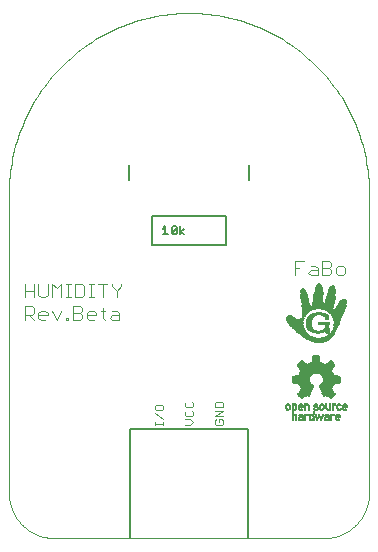
<source format=gto>
G75*
%MOIN*%
%OFA0B0*%
%FSLAX25Y25*%
%IPPOS*%
%LPD*%
%AMOC8*
5,1,8,0,0,1.08239X$1,22.5*
%
%ADD10C,0.00400*%
%ADD11C,0.00800*%
%ADD12C,0.00500*%
%ADD13C,0.00000*%
%ADD14C,0.00300*%
%ADD15R,0.00226X0.00011*%
%ADD16R,0.00183X0.00011*%
%ADD17R,0.00398X0.00011*%
%ADD18R,0.00301X0.00011*%
%ADD19R,0.00398X0.00011*%
%ADD20R,0.00387X0.00011*%
%ADD21R,0.00419X0.00011*%
%ADD22R,0.00430X0.00011*%
%ADD23R,0.00505X0.00011*%
%ADD24R,0.00398X0.00011*%
%ADD25R,0.00376X0.00011*%
%ADD26R,0.00376X0.00011*%
%ADD27R,0.00419X0.00011*%
%ADD28R,0.00430X0.00011*%
%ADD29R,0.00430X0.00011*%
%ADD30R,0.00570X0.00011*%
%ADD31R,0.00462X0.00011*%
%ADD32R,0.00387X0.00011*%
%ADD33R,0.00580X0.00011*%
%ADD34R,0.00441X0.00011*%
%ADD35R,0.00645X0.00011*%
%ADD36R,0.00527X0.00011*%
%ADD37R,0.00645X0.00011*%
%ADD38R,0.00666X0.00011*%
%ADD39R,0.00699X0.00011*%
%ADD40R,0.00720X0.00011*%
%ADD41R,0.00430X0.00011*%
%ADD42R,0.00752X0.00011*%
%ADD43R,0.00634X0.00011*%
%ADD44R,0.00408X0.00011*%
%ADD45R,0.00742X0.00011*%
%ADD46R,0.00441X0.00011*%
%ADD47R,0.00785X0.00011*%
%ADD48R,0.00795X0.00011*%
%ADD49R,0.00677X0.00011*%
%ADD50R,0.00419X0.00011*%
%ADD51R,0.00785X0.00011*%
%ADD52R,0.00839X0.00011*%
%ADD53R,0.00828X0.00011*%
%ADD54R,0.00709X0.00011*%
%ADD55R,0.00881X0.00011*%
%ADD56R,0.00860X0.00011*%
%ADD57R,0.00752X0.00011*%
%ADD58R,0.00860X0.00011*%
%ADD59R,0.00924X0.00011*%
%ADD60R,0.00903X0.00011*%
%ADD61R,0.00892X0.00011*%
%ADD62R,0.00967X0.00011*%
%ADD63R,0.00817X0.00011*%
%ADD64R,0.00935X0.00011*%
%ADD65R,0.01010X0.00011*%
%ADD66R,0.00957X0.00011*%
%ADD67R,0.00849X0.00011*%
%ADD68R,0.01053X0.00011*%
%ADD69R,0.00978X0.00011*%
%ADD70R,0.00462X0.00011*%
%ADD71R,0.00989X0.00011*%
%ADD72R,0.01075X0.00011*%
%ADD73R,0.01000X0.00011*%
%ADD74R,0.00903X0.00011*%
%ADD75R,0.01118X0.00011*%
%ADD76R,0.01032X0.00011*%
%ADD77R,0.00935X0.00011*%
%ADD78R,0.00462X0.00011*%
%ADD79R,0.00462X0.00011*%
%ADD80R,0.01021X0.00011*%
%ADD81R,0.01140X0.00011*%
%ADD82R,0.01043X0.00011*%
%ADD83R,0.00484X0.00011*%
%ADD84R,0.00484X0.00011*%
%ADD85R,0.01183X0.00011*%
%ADD86R,0.01064X0.00011*%
%ADD87R,0.01215X0.00011*%
%ADD88R,0.01086X0.00011*%
%ADD89R,0.01011X0.00011*%
%ADD90R,0.01086X0.00011*%
%ADD91R,0.01236X0.00011*%
%ADD92R,0.01107X0.00011*%
%ADD93R,0.00495X0.00011*%
%ADD94R,0.01107X0.00011*%
%ADD95R,0.01258X0.00011*%
%ADD96R,0.01559X0.00011*%
%ADD97R,0.00505X0.00011*%
%ADD98R,0.00505X0.00011*%
%ADD99R,0.01569X0.00011*%
%ADD100R,0.01290X0.00011*%
%ADD101R,0.01580X0.00011*%
%ADD102R,0.01311X0.00011*%
%ADD103R,0.01097X0.00011*%
%ADD104R,0.01344X0.00011*%
%ADD105R,0.01591X0.00011*%
%ADD106R,0.01537X0.00011*%
%ADD107R,0.00527X0.00011*%
%ADD108R,0.01365X0.00011*%
%ADD109R,0.01602X0.00011*%
%ADD110R,0.01548X0.00011*%
%ADD111R,0.01387X0.00011*%
%ADD112R,0.01613X0.00011*%
%ADD113R,0.01408X0.00011*%
%ADD114R,0.00548X0.00011*%
%ADD115R,0.01623X0.00011*%
%ADD116R,0.01419X0.00011*%
%ADD117R,0.01623X0.00011*%
%ADD118R,0.01580X0.00011*%
%ADD119R,0.00548X0.00011*%
%ADD120R,0.01623X0.00011*%
%ADD121R,0.01440X0.00011*%
%ADD122R,0.01623X0.00011*%
%ADD123R,0.01634X0.00011*%
%ADD124R,0.01462X0.00011*%
%ADD125R,0.01591X0.00011*%
%ADD126R,0.00570X0.00011*%
%ADD127R,0.00559X0.00011*%
%ADD128R,0.01483X0.00011*%
%ADD129R,0.01645X0.00011*%
%ADD130R,0.01645X0.00011*%
%ADD131R,0.01505X0.00011*%
%ADD132R,0.01645X0.00011*%
%ADD133R,0.01602X0.00011*%
%ADD134R,0.00570X0.00011*%
%ADD135R,0.00570X0.00011*%
%ADD136R,0.01655X0.00011*%
%ADD137R,0.01516X0.00011*%
%ADD138R,0.01655X0.00011*%
%ADD139R,0.00581X0.00011*%
%ADD140R,0.01526X0.00011*%
%ADD141R,0.00591X0.00011*%
%ADD142R,0.00591X0.00011*%
%ADD143R,0.01666X0.00011*%
%ADD144R,0.01527X0.00011*%
%ADD145R,0.01516X0.00011*%
%ADD146R,0.01666X0.00011*%
%ADD147R,0.01634X0.00011*%
%ADD148R,0.00602X0.00011*%
%ADD149R,0.00602X0.00011*%
%ADD150R,0.01677X0.00011*%
%ADD151R,0.01677X0.00011*%
%ADD152R,0.01634X0.00011*%
%ADD153R,0.00613X0.00011*%
%ADD154R,0.01688X0.00011*%
%ADD155R,0.01494X0.00011*%
%ADD156R,0.00656X0.00011*%
%ADD157R,0.00731X0.00011*%
%ADD158R,0.00623X0.00011*%
%ADD159R,0.00602X0.00011*%
%ADD160R,0.00731X0.00011*%
%ADD161R,0.00795X0.00011*%
%ADD162R,0.00634X0.00011*%
%ADD163R,0.00613X0.00011*%
%ADD164R,0.00494X0.00011*%
%ADD165R,0.00548X0.00011*%
%ADD166R,0.00516X0.00011*%
%ADD167R,0.00559X0.00011*%
%ADD168R,0.00634X0.00011*%
%ADD169R,0.00409X0.00011*%
%ADD170R,0.00537X0.00011*%
%ADD171R,0.00656X0.00011*%
%ADD172R,0.00376X0.00011*%
%ADD173R,0.00591X0.00011*%
%ADD174R,0.00645X0.00011*%
%ADD175R,0.00656X0.00011*%
%ADD176R,0.00667X0.00011*%
%ADD177R,0.00537X0.00011*%
%ADD178R,0.00344X0.00011*%
%ADD179R,0.00667X0.00011*%
%ADD180R,0.00473X0.00011*%
%ADD181R,0.00527X0.00011*%
%ADD182R,0.00312X0.00011*%
%ADD183R,0.00677X0.00011*%
%ADD184R,0.00279X0.00011*%
%ADD185R,0.00494X0.00011*%
%ADD186R,0.00258X0.00011*%
%ADD187R,0.00452X0.00011*%
%ADD188R,0.00484X0.00011*%
%ADD189R,0.00580X0.00011*%
%ADD190R,0.00688X0.00011*%
%ADD191R,0.00688X0.00011*%
%ADD192R,0.00451X0.00011*%
%ADD193R,0.00215X0.00011*%
%ADD194R,0.00452X0.00011*%
%ADD195R,0.00688X0.00011*%
%ADD196R,0.00688X0.00011*%
%ADD197R,0.00193X0.00011*%
%ADD198R,0.00473X0.00011*%
%ADD199R,0.00699X0.00011*%
%ADD200R,0.00161X0.00011*%
%ADD201R,0.00140X0.00011*%
%ADD202R,0.00709X0.00011*%
%ADD203R,0.00473X0.00011*%
%ADD204R,0.00118X0.00011*%
%ADD205R,0.00430X0.00011*%
%ADD206R,0.00086X0.00011*%
%ADD207R,0.00731X0.00011*%
%ADD208R,0.00054X0.00011*%
%ADD209R,0.00408X0.00011*%
%ADD210R,0.00451X0.00011*%
%ADD211R,0.00032X0.00011*%
%ADD212R,0.00516X0.00011*%
%ADD213R,0.00742X0.00011*%
%ADD214R,0.00011X0.00011*%
%ADD215R,0.00753X0.00011*%
%ADD216R,0.00473X0.00011*%
%ADD217R,0.00774X0.00011*%
%ADD218R,0.00774X0.00011*%
%ADD219R,0.00409X0.00011*%
%ADD220R,0.00774X0.00011*%
%ADD221R,0.00774X0.00011*%
%ADD222R,0.00376X0.00011*%
%ADD223R,0.00387X0.00011*%
%ADD224R,0.00387X0.00011*%
%ADD225R,0.00398X0.00011*%
%ADD226R,0.00365X0.00011*%
%ADD227R,0.01763X0.00011*%
%ADD228R,0.00366X0.00011*%
%ADD229R,0.01763X0.00011*%
%ADD230R,0.01548X0.00011*%
%ADD231R,0.00366X0.00011*%
%ADD232R,0.01559X0.00011*%
%ADD233R,0.01537X0.00011*%
%ADD234R,0.01505X0.00011*%
%ADD235R,0.01473X0.00011*%
%ADD236R,0.01441X0.00011*%
%ADD237R,0.01397X0.00011*%
%ADD238R,0.01376X0.00011*%
%ADD239R,0.00419X0.00011*%
%ADD240R,0.01376X0.00011*%
%ADD241R,0.01355X0.00011*%
%ADD242R,0.01354X0.00011*%
%ADD243R,0.01322X0.00011*%
%ADD244R,0.01333X0.00011*%
%ADD245R,0.01290X0.00011*%
%ADD246R,0.01301X0.00011*%
%ADD247R,0.01752X0.00011*%
%ADD248R,0.01258X0.00011*%
%ADD249R,0.01204X0.00011*%
%ADD250R,0.01129X0.00011*%
%ADD251R,0.01139X0.00011*%
%ADD252R,0.01752X0.00011*%
%ADD253R,0.00365X0.00011*%
%ADD254R,0.00355X0.00011*%
%ADD255R,0.00441X0.00011*%
%ADD256R,0.00441X0.00011*%
%ADD257R,0.00720X0.00011*%
%ADD258R,0.00495X0.00011*%
%ADD259R,0.00484X0.00011*%
%ADD260R,0.00677X0.00011*%
%ADD261R,0.00011X0.00011*%
%ADD262R,0.00011X0.00011*%
%ADD263R,0.00548X0.00011*%
%ADD264R,0.00032X0.00011*%
%ADD265R,0.00656X0.00011*%
%ADD266R,0.00064X0.00011*%
%ADD267R,0.00075X0.00011*%
%ADD268R,0.00097X0.00011*%
%ADD269R,0.00022X0.00011*%
%ADD270R,0.00054X0.00011*%
%ADD271R,0.00591X0.00011*%
%ADD272R,0.00054X0.00011*%
%ADD273R,0.00613X0.00011*%
%ADD274R,0.00150X0.00011*%
%ADD275R,0.00172X0.00011*%
%ADD276R,0.00107X0.00011*%
%ADD277R,0.00204X0.00011*%
%ADD278R,0.00129X0.00011*%
%ADD279R,0.00666X0.00011*%
%ADD280R,0.00226X0.00011*%
%ADD281R,0.00172X0.00011*%
%ADD282R,0.00236X0.00011*%
%ADD283R,0.00161X0.00011*%
%ADD284R,0.00699X0.00011*%
%ADD285R,0.00269X0.00011*%
%ADD286R,0.00194X0.00011*%
%ADD287R,0.00301X0.00011*%
%ADD288R,0.00236X0.00011*%
%ADD289R,0.00290X0.00011*%
%ADD290R,0.00333X0.00011*%
%ADD291R,0.00344X0.00011*%
%ADD292R,0.00290X0.00011*%
%ADD293R,0.01225X0.00011*%
%ADD294R,0.00602X0.00011*%
%ADD295R,0.00623X0.00011*%
%ADD296R,0.01645X0.00011*%
%ADD297R,0.01236X0.00011*%
%ADD298R,0.01441X0.00011*%
%ADD299R,0.01247X0.00011*%
%ADD300R,0.01451X0.00011*%
%ADD301R,0.01473X0.00011*%
%ADD302R,0.01462X0.00011*%
%ADD303R,0.01451X0.00011*%
%ADD304R,0.01473X0.00011*%
%ADD305R,0.01269X0.00011*%
%ADD306R,0.01430X0.00011*%
%ADD307R,0.01612X0.00011*%
%ADD308R,0.01279X0.00011*%
%ADD309R,0.01279X0.00011*%
%ADD310R,0.01387X0.00011*%
%ADD311R,0.01311X0.00011*%
%ADD312R,0.01301X0.00011*%
%ADD313R,0.01322X0.00011*%
%ADD314R,0.01333X0.00011*%
%ADD315R,0.01569X0.00011*%
%ADD316R,0.01483X0.00011*%
%ADD317R,0.01344X0.00011*%
%ADD318R,0.01301X0.00011*%
%ADD319R,0.01365X0.00011*%
%ADD320R,0.01269X0.00011*%
%ADD321R,0.01537X0.00011*%
%ADD322R,0.01430X0.00011*%
%ADD323R,0.01365X0.00011*%
%ADD324R,0.01086X0.00011*%
%ADD325R,0.01408X0.00011*%
%ADD326R,0.00924X0.00011*%
%ADD327R,0.01097X0.00011*%
%ADD328R,0.01419X0.00011*%
%ADD329R,0.00935X0.00011*%
%ADD330R,0.01225X0.00011*%
%ADD331R,0.00935X0.00011*%
%ADD332R,0.01032X0.00011*%
%ADD333R,0.01021X0.00011*%
%ADD334R,0.01150X0.00011*%
%ADD335R,0.01011X0.00011*%
%ADD336R,0.01000X0.00011*%
%ADD337R,0.00925X0.00011*%
%ADD338R,0.01118X0.00011*%
%ADD339R,0.01301X0.00011*%
%ADD340R,0.01096X0.00011*%
%ADD341R,0.00925X0.00011*%
%ADD342R,0.00946X0.00011*%
%ADD343R,0.00914X0.00011*%
%ADD344R,0.00914X0.00011*%
%ADD345R,0.00903X0.00011*%
%ADD346R,0.00892X0.00011*%
%ADD347R,0.01193X0.00011*%
%ADD348R,0.00871X0.00011*%
%ADD349R,0.01182X0.00011*%
%ADD350R,0.00881X0.00011*%
%ADD351R,0.00989X0.00011*%
%ADD352R,0.01161X0.00011*%
%ADD353R,0.00828X0.00011*%
%ADD354R,0.00806X0.00011*%
%ADD355R,0.00817X0.00011*%
%ADD356R,0.00763X0.00011*%
%ADD357R,0.01053X0.00011*%
%ADD358R,0.00355X0.00011*%
%ADD359R,0.01043X0.00011*%
%ADD360R,0.00753X0.00011*%
%ADD361R,0.00849X0.00011*%
%ADD362R,0.00720X0.00011*%
%ADD363R,0.00763X0.00011*%
%ADD364R,0.00634X0.00011*%
%ADD365R,0.00333X0.00011*%
%ADD366R,0.00323X0.00011*%
%ADD367R,0.00204X0.00011*%
%ADD368R,0.00215X0.00011*%
%ADD369R,0.00150X0.00011*%
%ADD370R,0.00140X0.00011*%
%ADD371R,0.00193X0.00011*%
%ADD372R,0.00204X0.00011*%
%ADD373R,0.00161X0.00011*%
%ADD374R,0.00194X0.00011*%
%ADD375R,0.00742X0.00011*%
%ADD376R,0.00838X0.00011*%
%ADD377R,0.00817X0.00011*%
%ADD378R,0.00699X0.00011*%
%ADD379R,0.00957X0.00011*%
%ADD380R,0.00828X0.00011*%
%ADD381R,0.00828X0.00011*%
%ADD382R,0.01021X0.00011*%
%ADD383R,0.00871X0.00011*%
%ADD384R,0.00892X0.00011*%
%ADD385R,0.00763X0.00011*%
%ADD386R,0.00967X0.00011*%
%ADD387R,0.01107X0.00011*%
%ADD388R,0.00967X0.00011*%
%ADD389R,0.01150X0.00011*%
%ADD390R,0.00978X0.00011*%
%ADD391R,0.01075X0.00011*%
%ADD392R,0.01182X0.00011*%
%ADD393R,0.01107X0.00011*%
%ADD394R,0.01172X0.00011*%
%ADD395R,0.00946X0.00011*%
%ADD396R,0.01129X0.00011*%
%ADD397R,0.01172X0.00011*%
%ADD398R,0.01204X0.00011*%
%ADD399R,0.01139X0.00011*%
%ADD400R,0.00989X0.00011*%
%ADD401R,0.01193X0.00011*%
%ADD402R,0.01172X0.00011*%
%ADD403R,0.01193X0.00011*%
%ADD404R,0.01032X0.00011*%
%ADD405R,0.01279X0.00011*%
%ADD406R,0.01247X0.00011*%
%ADD407R,0.01290X0.00011*%
%ADD408R,0.01268X0.00011*%
%ADD409R,0.01312X0.00011*%
%ADD410R,0.01236X0.00011*%
%ADD411R,0.01258X0.00011*%
%ADD412R,0.01548X0.00011*%
%ADD413R,0.01548X0.00011*%
%ADD414R,0.01397X0.00011*%
%ADD415R,0.01355X0.00011*%
%ADD416R,0.01570X0.00011*%
%ADD417R,0.01376X0.00011*%
%ADD418R,0.01365X0.00011*%
%ADD419R,0.01419X0.00011*%
%ADD420R,0.01698X0.00011*%
%ADD421R,0.01612X0.00011*%
%ADD422R,0.01720X0.00011*%
%ADD423R,0.01613X0.00011*%
%ADD424R,0.01527X0.00011*%
%ADD425R,0.01731X0.00011*%
%ADD426R,0.01763X0.00011*%
%ADD427R,0.01494X0.00011*%
%ADD428R,0.01634X0.00011*%
%ADD429R,0.01526X0.00011*%
%ADD430R,0.01516X0.00011*%
%ADD431R,0.00623X0.00011*%
%ADD432R,0.00699X0.00011*%
%ADD433R,0.00559X0.00011*%
%ADD434R,0.00312X0.00011*%
%ADD435R,0.00280X0.00011*%
%ADD436R,0.00247X0.00011*%
%ADD437R,0.00505X0.00011*%
%ADD438R,0.00559X0.00011*%
%ADD439R,0.00247X0.00011*%
%ADD440R,0.00108X0.00011*%
%ADD441R,0.00527X0.00011*%
%ADD442R,0.00064X0.00011*%
%ADD443R,0.00204X0.00011*%
%ADD444R,0.00043X0.00011*%
%ADD445R,0.00118X0.00011*%
%ADD446R,0.00043X0.00011*%
%ADD447R,0.00021X0.00011*%
%ADD448R,0.00107X0.00011*%
%ADD449R,0.00022X0.00011*%
%ADD450R,0.01193X0.00011*%
%ADD451R,0.01215X0.00011*%
%ADD452R,0.01774X0.00011*%
%ADD453R,0.01774X0.00011*%
%ADD454R,0.01354X0.00011*%
%ADD455R,0.00430X0.00011*%
%ADD456R,0.00043X0.00011*%
%ADD457R,0.00086X0.00011*%
%ADD458R,0.00161X0.00011*%
%ADD459R,0.00118X0.00011*%
%ADD460R,0.00516X0.00011*%
%ADD461R,0.00258X0.00011*%
%ADD462R,0.00312X0.00011*%
%ADD463R,0.00613X0.00011*%
%ADD464R,0.00290X0.00011*%
%ADD465R,0.00097X0.00011*%
%ADD466R,0.00322X0.00011*%
%ADD467R,0.00161X0.00011*%
%ADD468R,0.00709X0.00011*%
%ADD469R,0.00645X0.00011*%
%ADD470R,0.00731X0.00011*%
%ADD471R,0.01505X0.00011*%
%ADD472R,0.00720X0.00011*%
%ADD473R,0.01451X0.00011*%
%ADD474R,0.01430X0.00011*%
%ADD475R,0.01505X0.00011*%
%ADD476R,0.01290X0.00011*%
%ADD477R,0.01484X0.00011*%
%ADD478R,0.01279X0.00011*%
%ADD479R,0.01258X0.00011*%
%ADD480R,0.01247X0.00011*%
%ADD481R,0.01225X0.00011*%
%ADD482R,0.01204X0.00011*%
%ADD483R,0.01064X0.00011*%
%ADD484R,0.01387X0.00011*%
%ADD485R,0.01204X0.00011*%
%ADD486R,0.01032X0.00011*%
%ADD487R,0.01129X0.00011*%
%ADD488R,0.01075X0.00011*%
%ADD489R,0.00892X0.00011*%
%ADD490R,0.01043X0.00011*%
%ADD491R,0.00989X0.00011*%
%ADD492R,0.00860X0.00011*%
%ADD493R,0.00860X0.00011*%
%ADD494R,0.01021X0.00011*%
%ADD495R,0.00849X0.00011*%
%ADD496R,0.00839X0.00011*%
%ADD497R,0.00806X0.00011*%
%ADD498R,0.00849X0.00011*%
%ADD499R,0.00817X0.00011*%
%ADD500R,0.00742X0.00011*%
%ADD501R,0.00688X0.00011*%
%ADD502R,0.00118X0.00011*%
%ADD503R,0.00226X0.00011*%
%ADD504R,0.01096X0.00011*%
%ADD505R,0.01408X0.00011*%
%ADD506R,0.01677X0.00011*%
%ADD507R,0.01731X0.00011*%
%ADD508R,0.01784X0.00011*%
%ADD509R,0.01806X0.00011*%
%ADD510R,0.01806X0.00011*%
%ADD511R,0.01838X0.00011*%
%ADD512R,0.01860X0.00011*%
%ADD513R,0.01892X0.00011*%
%ADD514R,0.00108X0.00011*%
%ADD515R,0.01881X0.00011*%
%ADD516R,0.01913X0.00011*%
%ADD517R,0.01914X0.00011*%
%ADD518R,0.01935X0.00011*%
%ADD519R,0.01967X0.00011*%
%ADD520R,0.01989X0.00011*%
%ADD521R,0.01989X0.00011*%
%ADD522R,0.02021X0.00011*%
%ADD523R,0.02042X0.00011*%
%ADD524R,0.02075X0.00011*%
%ADD525R,0.02096X0.00011*%
%ADD526R,0.02096X0.00011*%
%ADD527R,0.02128X0.00011*%
%ADD528R,0.02150X0.00011*%
%ADD529R,0.02182X0.00011*%
%ADD530R,0.02182X0.00011*%
%ADD531R,0.02204X0.00011*%
%ADD532R,0.02204X0.00011*%
%ADD533R,0.02225X0.00011*%
%ADD534R,0.02257X0.00011*%
%ADD535R,0.02258X0.00011*%
%ADD536R,0.02279X0.00011*%
%ADD537R,0.02311X0.00011*%
%ADD538R,0.00516X0.00011*%
%ADD539R,0.02311X0.00011*%
%ADD540R,0.02333X0.00011*%
%ADD541R,0.02365X0.00011*%
%ADD542R,0.02386X0.00011*%
%ADD543R,0.02419X0.00011*%
%ADD544R,0.02440X0.00011*%
%ADD545R,0.02472X0.00011*%
%ADD546R,0.02494X0.00011*%
%ADD547R,0.02516X0.00011*%
%ADD548R,0.02548X0.00011*%
%ADD549R,0.02569X0.00011*%
%ADD550R,0.02602X0.00011*%
%ADD551R,0.02623X0.00011*%
%ADD552R,0.02655X0.00011*%
%ADD553R,0.02677X0.00011*%
%ADD554R,0.02677X0.00011*%
%ADD555R,0.02709X0.00011*%
%ADD556R,0.02709X0.00011*%
%ADD557R,0.02730X0.00011*%
%ADD558R,0.02763X0.00011*%
%ADD559R,0.02795X0.00011*%
%ADD560R,0.02795X0.00011*%
%ADD561R,0.03870X0.00011*%
%ADD562R,0.03870X0.00011*%
%ADD563R,0.03881X0.00011*%
%ADD564R,0.03881X0.00011*%
%ADD565R,0.03892X0.00011*%
%ADD566R,0.03891X0.00011*%
%ADD567R,0.03913X0.00011*%
%ADD568R,0.03913X0.00011*%
%ADD569R,0.03924X0.00011*%
%ADD570R,0.03945X0.00011*%
%ADD571R,0.03956X0.00011*%
%ADD572R,0.03956X0.00011*%
%ADD573R,0.03967X0.00011*%
%ADD574R,0.03988X0.00011*%
%ADD575R,0.03999X0.00011*%
%ADD576R,0.04020X0.00011*%
%ADD577R,0.04031X0.00011*%
%ADD578R,0.04053X0.00011*%
%ADD579R,0.04053X0.00011*%
%ADD580R,0.04063X0.00011*%
%ADD581R,0.04064X0.00011*%
%ADD582R,0.04074X0.00011*%
%ADD583R,0.04074X0.00011*%
%ADD584R,0.04096X0.00011*%
%ADD585R,0.04106X0.00011*%
%ADD586R,0.04107X0.00011*%
%ADD587R,0.04128X0.00011*%
%ADD588R,0.04139X0.00011*%
%ADD589R,0.04150X0.00011*%
%ADD590R,0.04149X0.00011*%
%ADD591R,0.04171X0.00011*%
%ADD592R,0.04182X0.00011*%
%ADD593R,0.04203X0.00011*%
%ADD594R,0.04203X0.00011*%
%ADD595R,0.04214X0.00011*%
%ADD596R,0.04235X0.00011*%
%ADD597R,0.04225X0.00011*%
%ADD598R,0.04246X0.00011*%
%ADD599R,0.04257X0.00011*%
%ADD600R,0.04278X0.00011*%
%ADD601R,0.04289X0.00011*%
%ADD602R,0.04311X0.00011*%
%ADD603R,0.04311X0.00011*%
%ADD604R,0.04321X0.00011*%
%ADD605R,0.04322X0.00011*%
%ADD606R,0.04332X0.00011*%
%ADD607R,0.04354X0.00011*%
%ADD608R,0.04354X0.00011*%
%ADD609R,0.04364X0.00011*%
%ADD610R,0.04386X0.00011*%
%ADD611R,0.04386X0.00011*%
%ADD612R,0.04397X0.00011*%
%ADD613R,0.04408X0.00011*%
%ADD614R,0.04407X0.00011*%
%ADD615R,0.04418X0.00011*%
%ADD616R,0.04418X0.00011*%
%ADD617R,0.04418X0.00011*%
%ADD618R,0.04418X0.00011*%
%ADD619R,0.04429X0.00011*%
%ADD620R,0.04429X0.00011*%
%ADD621R,0.04429X0.00011*%
%ADD622R,0.04407X0.00011*%
%ADD623R,0.04408X0.00011*%
%ADD624R,0.04397X0.00011*%
%ADD625R,0.04397X0.00011*%
%ADD626R,0.04375X0.00011*%
%ADD627R,0.04375X0.00011*%
%ADD628R,0.04375X0.00011*%
%ADD629R,0.04364X0.00011*%
%ADD630R,0.04354X0.00011*%
%ADD631R,0.04343X0.00011*%
%ADD632R,0.04343X0.00011*%
%ADD633R,0.04343X0.00011*%
%ADD634R,0.04343X0.00011*%
%ADD635R,0.04332X0.00011*%
%ADD636R,0.04332X0.00011*%
%ADD637R,0.04332X0.00011*%
%ADD638R,0.04322X0.00011*%
%ADD639R,0.04321X0.00011*%
%ADD640R,0.04311X0.00011*%
%ADD641R,0.04311X0.00011*%
%ADD642R,0.04300X0.00011*%
%ADD643R,0.04300X0.00011*%
%ADD644R,0.04300X0.00011*%
%ADD645R,0.04278X0.00011*%
%ADD646R,0.04268X0.00011*%
%ADD647R,0.04278X0.00011*%
%ADD648R,0.04268X0.00011*%
%ADD649R,0.04257X0.00011*%
%ADD650R,0.04257X0.00011*%
%ADD651R,0.04257X0.00011*%
%ADD652R,0.04246X0.00011*%
%ADD653R,0.04246X0.00011*%
%ADD654R,0.04235X0.00011*%
%ADD655R,0.04236X0.00011*%
%ADD656R,0.04225X0.00011*%
%ADD657R,0.04236X0.00011*%
%ADD658R,0.04225X0.00011*%
%ADD659R,0.04214X0.00011*%
%ADD660R,0.04192X0.00011*%
%ADD661R,0.04192X0.00011*%
%ADD662R,0.04182X0.00011*%
%ADD663R,0.04171X0.00011*%
%ADD664R,0.04160X0.00011*%
%ADD665R,0.04160X0.00011*%
%ADD666R,0.04160X0.00011*%
%ADD667R,0.04149X0.00011*%
%ADD668R,0.04150X0.00011*%
%ADD669R,0.04139X0.00011*%
%ADD670R,0.04139X0.00011*%
%ADD671R,0.04128X0.00011*%
%ADD672R,0.04128X0.00011*%
%ADD673R,0.04117X0.00011*%
%ADD674R,0.04117X0.00011*%
%ADD675R,0.04128X0.00011*%
%ADD676R,0.04106X0.00011*%
%ADD677R,0.04096X0.00011*%
%ADD678R,0.04096X0.00011*%
%ADD679R,0.04085X0.00011*%
%ADD680R,0.04085X0.00011*%
%ADD681R,0.04074X0.00011*%
%ADD682R,0.04063X0.00011*%
%ADD683R,0.04064X0.00011*%
%ADD684R,0.04053X0.00011*%
%ADD685R,0.04053X0.00011*%
%ADD686R,0.04042X0.00011*%
%ADD687R,0.04042X0.00011*%
%ADD688R,0.04031X0.00011*%
%ADD689R,0.04031X0.00011*%
%ADD690R,0.04020X0.00011*%
%ADD691R,0.04010X0.00011*%
%ADD692R,0.04010X0.00011*%
%ADD693R,0.03999X0.00011*%
%ADD694R,0.03988X0.00011*%
%ADD695R,0.03999X0.00011*%
%ADD696R,0.04042X0.00011*%
%ADD697R,0.04085X0.00011*%
%ADD698R,0.04386X0.00011*%
%ADD699R,0.04450X0.00011*%
%ADD700R,0.04450X0.00011*%
%ADD701R,0.04461X0.00011*%
%ADD702R,0.04472X0.00011*%
%ADD703R,0.04483X0.00011*%
%ADD704R,0.04494X0.00011*%
%ADD705R,0.04504X0.00011*%
%ADD706R,0.04515X0.00011*%
%ADD707R,0.04515X0.00011*%
%ADD708R,0.04526X0.00011*%
%ADD709R,0.04526X0.00011*%
%ADD710R,0.04536X0.00011*%
%ADD711R,0.04547X0.00011*%
%ADD712R,0.04558X0.00011*%
%ADD713R,0.04569X0.00011*%
%ADD714R,0.04580X0.00011*%
%ADD715R,0.04579X0.00011*%
%ADD716R,0.04590X0.00011*%
%ADD717R,0.04590X0.00011*%
%ADD718R,0.04601X0.00011*%
%ADD719R,0.04601X0.00011*%
%ADD720R,0.04612X0.00011*%
%ADD721R,0.04612X0.00011*%
%ADD722R,0.04622X0.00011*%
%ADD723R,0.04633X0.00011*%
%ADD724R,0.04633X0.00011*%
%ADD725R,0.04644X0.00011*%
%ADD726R,0.04655X0.00011*%
%ADD727R,0.04666X0.00011*%
%ADD728R,0.04676X0.00011*%
%ADD729R,0.04676X0.00011*%
%ADD730R,0.04687X0.00011*%
%ADD731R,0.04698X0.00011*%
%ADD732R,0.04698X0.00011*%
%ADD733R,0.04708X0.00011*%
%ADD734R,0.04719X0.00011*%
%ADD735R,0.04741X0.00011*%
%ADD736R,0.04741X0.00011*%
%ADD737R,0.04752X0.00011*%
%ADD738R,0.04762X0.00011*%
%ADD739R,0.04762X0.00011*%
%ADD740R,0.04773X0.00011*%
%ADD741R,0.04773X0.00011*%
%ADD742R,0.04773X0.00011*%
%ADD743R,0.04762X0.00011*%
%ADD744R,0.04752X0.00011*%
%ADD745R,0.04730X0.00011*%
%ADD746R,0.04709X0.00011*%
%ADD747R,0.04708X0.00011*%
%ADD748R,0.04687X0.00011*%
%ADD749R,0.04665X0.00011*%
%ADD750R,0.04666X0.00011*%
%ADD751R,0.04644X0.00011*%
%ADD752R,0.04601X0.00011*%
%ADD753R,0.04601X0.00011*%
%ADD754R,0.04569X0.00011*%
%ADD755R,0.04558X0.00011*%
%ADD756R,0.04515X0.00011*%
%ADD757R,0.04515X0.00011*%
%ADD758R,0.04504X0.00011*%
%ADD759R,0.04504X0.00011*%
%ADD760R,0.04483X0.00011*%
%ADD761R,0.04461X0.00011*%
%ADD762R,0.04451X0.00011*%
%ADD763R,0.04429X0.00011*%
%ADD764R,0.04397X0.00011*%
%ADD765R,0.04386X0.00011*%
%ADD766R,0.04365X0.00011*%
%ADD767R,0.04289X0.00011*%
%ADD768R,0.04268X0.00011*%
%ADD769R,0.04504X0.00011*%
%ADD770R,0.04751X0.00011*%
%ADD771R,0.04795X0.00011*%
%ADD772R,0.04794X0.00011*%
%ADD773R,0.04859X0.00011*%
%ADD774R,0.04859X0.00011*%
%ADD775R,0.04902X0.00011*%
%ADD776R,0.04945X0.00011*%
%ADD777R,0.04999X0.00011*%
%ADD778R,0.05052X0.00011*%
%ADD779R,0.05053X0.00011*%
%ADD780R,0.05106X0.00011*%
%ADD781R,0.05149X0.00011*%
%ADD782R,0.05203X0.00011*%
%ADD783R,0.05203X0.00011*%
%ADD784R,0.05257X0.00011*%
%ADD785R,0.05300X0.00011*%
%ADD786R,0.05300X0.00011*%
%ADD787R,0.05353X0.00011*%
%ADD788R,0.05407X0.00011*%
%ADD789R,0.05407X0.00011*%
%ADD790R,0.05450X0.00011*%
%ADD791R,0.05450X0.00011*%
%ADD792R,0.05515X0.00011*%
%ADD793R,0.05515X0.00011*%
%ADD794R,0.05558X0.00011*%
%ADD795R,0.05601X0.00011*%
%ADD796R,0.05665X0.00011*%
%ADD797R,0.05708X0.00011*%
%ADD798R,0.05762X0.00011*%
%ADD799R,0.05816X0.00011*%
%ADD800R,0.05859X0.00011*%
%ADD801R,0.05923X0.00011*%
%ADD802R,0.05923X0.00011*%
%ADD803R,0.05966X0.00011*%
%ADD804R,0.05988X0.00011*%
%ADD805R,0.05998X0.00011*%
%ADD806R,0.06009X0.00011*%
%ADD807R,0.06009X0.00011*%
%ADD808R,0.06009X0.00011*%
%ADD809R,0.06009X0.00011*%
%ADD810R,0.05998X0.00011*%
%ADD811R,0.05977X0.00011*%
%ADD812R,0.05977X0.00011*%
%ADD813R,0.05955X0.00011*%
%ADD814R,0.05955X0.00011*%
%ADD815R,0.05945X0.00011*%
%ADD816R,0.05945X0.00011*%
%ADD817R,0.05934X0.00011*%
%ADD818R,0.05934X0.00011*%
%ADD819R,0.05934X0.00011*%
%ADD820R,0.05934X0.00011*%
%ADD821R,0.05912X0.00011*%
%ADD822R,0.05912X0.00011*%
%ADD823R,0.05902X0.00011*%
%ADD824R,0.05902X0.00011*%
%ADD825R,0.05891X0.00011*%
%ADD826R,0.05880X0.00011*%
%ADD827R,0.05880X0.00011*%
%ADD828R,0.05869X0.00011*%
%ADD829R,0.05869X0.00011*%
%ADD830R,0.05859X0.00011*%
%ADD831R,0.05859X0.00011*%
%ADD832R,0.05859X0.00011*%
%ADD833R,0.05848X0.00011*%
%ADD834R,0.05848X0.00011*%
%ADD835R,0.05848X0.00011*%
%ADD836R,0.05848X0.00011*%
%ADD837R,0.05837X0.00011*%
%ADD838R,0.05827X0.00011*%
%ADD839R,0.05827X0.00011*%
%ADD840R,0.05816X0.00011*%
%ADD841R,0.05805X0.00011*%
%ADD842R,0.05805X0.00011*%
%ADD843R,0.05794X0.00011*%
%ADD844R,0.05794X0.00011*%
%ADD845R,0.05783X0.00011*%
%ADD846R,0.05783X0.00011*%
%ADD847R,0.05773X0.00011*%
%ADD848R,0.05773X0.00011*%
%ADD849R,0.05762X0.00011*%
%ADD850R,0.05762X0.00011*%
%ADD851R,0.05762X0.00011*%
%ADD852R,0.05837X0.00011*%
%ADD853R,0.05891X0.00011*%
%ADD854R,0.05923X0.00011*%
%ADD855R,0.05945X0.00011*%
%ADD856R,0.05945X0.00011*%
%ADD857R,0.05966X0.00011*%
%ADD858R,0.05988X0.00011*%
%ADD859R,0.06020X0.00011*%
%ADD860R,0.06020X0.00011*%
%ADD861R,0.06020X0.00011*%
%ADD862R,0.06020X0.00011*%
%ADD863R,0.05988X0.00011*%
%ADD864R,0.05956X0.00011*%
%ADD865R,0.05741X0.00011*%
%ADD866R,0.05740X0.00011*%
%ADD867R,0.05697X0.00011*%
%ADD868R,0.05655X0.00011*%
%ADD869R,0.05590X0.00011*%
%ADD870R,0.05590X0.00011*%
%ADD871R,0.05547X0.00011*%
%ADD872R,0.05493X0.00011*%
%ADD873R,0.05493X0.00011*%
%ADD874R,0.05439X0.00011*%
%ADD875R,0.05396X0.00011*%
%ADD876R,0.05397X0.00011*%
%ADD877R,0.05332X0.00011*%
%ADD878R,0.05289X0.00011*%
%ADD879R,0.05246X0.00011*%
%ADD880R,0.05246X0.00011*%
%ADD881R,0.05192X0.00011*%
%ADD882R,0.05138X0.00011*%
%ADD883R,0.05139X0.00011*%
%ADD884R,0.05095X0.00011*%
%ADD885R,0.05042X0.00011*%
%ADD886R,0.05042X0.00011*%
%ADD887R,0.04934X0.00011*%
%ADD888R,0.04934X0.00011*%
%ADD889R,0.04891X0.00011*%
%ADD890R,0.04848X0.00011*%
%ADD891R,0.04848X0.00011*%
%ADD892R,0.04698X0.00011*%
%ADD893R,0.04698X0.00011*%
%ADD894R,0.04547X0.00011*%
%ADD895R,0.04493X0.00011*%
%ADD896R,0.04279X0.00011*%
%ADD897R,0.04289X0.00011*%
%ADD898R,0.04440X0.00011*%
%ADD899R,0.04440X0.00011*%
%ADD900R,0.04472X0.00011*%
%ADD901R,0.04483X0.00011*%
%ADD902R,0.04493X0.00011*%
%ADD903R,0.04494X0.00011*%
%ADD904R,0.04547X0.00011*%
%ADD905R,0.04590X0.00011*%
%ADD906R,0.04644X0.00011*%
%ADD907R,0.04805X0.00011*%
%ADD908R,0.04816X0.00011*%
%ADD909R,0.04827X0.00011*%
%ADD910R,0.04880X0.00011*%
%ADD911R,0.04956X0.00011*%
%ADD912R,0.04956X0.00011*%
%ADD913R,0.04999X0.00011*%
%ADD914R,0.05020X0.00011*%
%ADD915R,0.05031X0.00011*%
%ADD916R,0.05063X0.00011*%
%ADD917R,0.05117X0.00011*%
%ADD918R,0.05160X0.00011*%
%ADD919R,0.05214X0.00011*%
%ADD920R,0.05214X0.00011*%
%ADD921R,0.11105X0.00011*%
%ADD922R,0.11094X0.00011*%
%ADD923R,0.11072X0.00011*%
%ADD924R,0.11072X0.00011*%
%ADD925R,0.11051X0.00011*%
%ADD926R,0.11030X0.00011*%
%ADD927R,0.11030X0.00011*%
%ADD928R,0.11008X0.00011*%
%ADD929R,0.11008X0.00011*%
%ADD930R,0.10986X0.00011*%
%ADD931R,0.10965X0.00011*%
%ADD932R,0.10965X0.00011*%
%ADD933R,0.10944X0.00011*%
%ADD934R,0.10922X0.00011*%
%ADD935R,0.10922X0.00011*%
%ADD936R,0.10900X0.00011*%
%ADD937R,0.10879X0.00011*%
%ADD938R,0.10879X0.00011*%
%ADD939R,0.10857X0.00011*%
%ADD940R,0.10836X0.00011*%
%ADD941R,0.10836X0.00011*%
%ADD942R,0.10814X0.00011*%
%ADD943R,0.10814X0.00011*%
%ADD944R,0.10793X0.00011*%
%ADD945R,0.10772X0.00011*%
%ADD946R,0.10772X0.00011*%
%ADD947R,0.10750X0.00011*%
%ADD948R,0.10728X0.00011*%
%ADD949R,0.10728X0.00011*%
%ADD950R,0.10707X0.00011*%
%ADD951R,0.10685X0.00011*%
%ADD952R,0.10685X0.00011*%
%ADD953R,0.10664X0.00011*%
%ADD954R,0.10642X0.00011*%
%ADD955R,0.10642X0.00011*%
%ADD956R,0.10621X0.00011*%
%ADD957R,0.10621X0.00011*%
%ADD958R,0.10599X0.00011*%
%ADD959R,0.10578X0.00011*%
%ADD960R,0.10578X0.00011*%
%ADD961R,0.10556X0.00011*%
%ADD962R,0.10535X0.00011*%
%ADD963R,0.10535X0.00011*%
%ADD964R,0.10513X0.00011*%
%ADD965R,0.10492X0.00011*%
%ADD966R,0.10492X0.00011*%
%ADD967R,0.10470X0.00011*%
%ADD968R,0.10449X0.00011*%
%ADD969R,0.10449X0.00011*%
%ADD970R,0.10427X0.00011*%
%ADD971R,0.10427X0.00011*%
%ADD972R,0.10750X0.00011*%
%ADD973R,0.10857X0.00011*%
%ADD974R,0.10911X0.00011*%
%ADD975R,0.10944X0.00011*%
%ADD976R,0.11051X0.00011*%
%ADD977R,0.11116X0.00011*%
%ADD978R,0.11137X0.00011*%
%ADD979R,0.11158X0.00011*%
%ADD980R,0.11180X0.00011*%
%ADD981R,0.11202X0.00011*%
%ADD982R,0.11223X0.00011*%
%ADD983R,0.11244X0.00011*%
%ADD984R,0.11244X0.00011*%
%ADD985R,0.11266X0.00011*%
%ADD986R,0.11288X0.00011*%
%ADD987R,0.11309X0.00011*%
%ADD988R,0.11330X0.00011*%
%ADD989R,0.11352X0.00011*%
%ADD990R,0.11373X0.00011*%
%ADD991R,0.11373X0.00011*%
%ADD992R,0.11395X0.00011*%
%ADD993R,0.11416X0.00011*%
%ADD994R,0.11427X0.00011*%
%ADD995R,0.11438X0.00011*%
%ADD996R,0.11459X0.00011*%
%ADD997R,0.11481X0.00011*%
%ADD998R,0.11481X0.00011*%
%ADD999R,0.11502X0.00011*%
%ADD1000R,0.11524X0.00011*%
%ADD1001R,0.11545X0.00011*%
%ADD1002R,0.11567X0.00011*%
%ADD1003R,0.11588X0.00011*%
%ADD1004R,0.11610X0.00011*%
%ADD1005R,0.11610X0.00011*%
%ADD1006R,0.11631X0.00011*%
%ADD1007R,0.11653X0.00011*%
%ADD1008R,0.11664X0.00011*%
%ADD1009R,0.11674X0.00011*%
%ADD1010R,0.11696X0.00011*%
%ADD1011R,0.11717X0.00011*%
%ADD1012R,0.11739X0.00011*%
%ADD1013R,0.11760X0.00011*%
%ADD1014R,0.11782X0.00011*%
%ADD1015R,0.11803X0.00011*%
%ADD1016R,0.11803X0.00011*%
%ADD1017R,0.11825X0.00011*%
%ADD1018R,0.11847X0.00011*%
%ADD1019R,0.11847X0.00011*%
%ADD1020R,0.11868X0.00011*%
%ADD1021R,0.11889X0.00011*%
%ADD1022R,0.11911X0.00011*%
%ADD1023R,0.11932X0.00011*%
%ADD1024R,0.11954X0.00011*%
%ADD1025R,0.11975X0.00011*%
%ADD1026R,0.11997X0.00011*%
%ADD1027R,0.12018X0.00011*%
%ADD1028R,0.12040X0.00011*%
%ADD1029R,0.12040X0.00011*%
%ADD1030R,0.12061X0.00011*%
%ADD1031R,0.12083X0.00011*%
%ADD1032R,0.12105X0.00011*%
%ADD1033R,0.12126X0.00011*%
%ADD1034R,0.12147X0.00011*%
%ADD1035R,0.12169X0.00011*%
%ADD1036R,0.12180X0.00011*%
%ADD1037R,0.12191X0.00011*%
%ADD1038R,0.12212X0.00011*%
%ADD1039R,0.12233X0.00011*%
%ADD1040R,0.12233X0.00011*%
%ADD1041R,0.12255X0.00011*%
%ADD1042R,0.12277X0.00011*%
%ADD1043R,0.12277X0.00011*%
%ADD1044R,0.12298X0.00011*%
%ADD1045R,0.12319X0.00011*%
%ADD1046R,0.12341X0.00011*%
%ADD1047R,0.12362X0.00011*%
%ADD1048R,0.12384X0.00011*%
%ADD1049R,0.12405X0.00011*%
%ADD1050R,0.12405X0.00011*%
%ADD1051R,0.12427X0.00011*%
%ADD1052R,0.12448X0.00011*%
%ADD1053R,0.12470X0.00011*%
%ADD1054R,0.12470X0.00011*%
%ADD1055R,0.12491X0.00011*%
%ADD1056R,0.12513X0.00011*%
%ADD1057R,0.12534X0.00011*%
%ADD1058R,0.12556X0.00011*%
%ADD1059R,0.12577X0.00011*%
%ADD1060R,0.12599X0.00011*%
%ADD1061R,0.12599X0.00011*%
%ADD1062R,0.12620X0.00011*%
%ADD1063R,0.12642X0.00011*%
%ADD1064R,0.12642X0.00011*%
%ADD1065R,0.12663X0.00011*%
%ADD1066R,0.12685X0.00011*%
%ADD1067R,0.12706X0.00011*%
%ADD1068R,0.12706X0.00011*%
%ADD1069R,0.12728X0.00011*%
%ADD1070R,0.12749X0.00011*%
%ADD1071R,0.12771X0.00011*%
%ADD1072R,0.12771X0.00011*%
%ADD1073R,0.12792X0.00011*%
%ADD1074R,0.12792X0.00011*%
%ADD1075R,0.12782X0.00011*%
%ADD1076R,0.12728X0.00011*%
%ADD1077R,0.12556X0.00011*%
%ADD1078R,0.12534X0.00011*%
%ADD1079R,0.12448X0.00011*%
%ADD1080R,0.12362X0.00011*%
%ADD1081R,0.12341X0.00011*%
%ADD1082R,0.03075X0.00011*%
%ADD1083R,0.03074X0.00011*%
%ADD1084R,0.03021X0.00011*%
%ADD1085R,0.05912X0.00011*%
%ADD1086R,0.02988X0.00011*%
%ADD1087R,0.02989X0.00011*%
%ADD1088R,0.02956X0.00011*%
%ADD1089R,0.02935X0.00011*%
%ADD1090R,0.02913X0.00011*%
%ADD1091R,0.02902X0.00011*%
%ADD1092R,0.02881X0.00011*%
%ADD1093R,0.02859X0.00011*%
%ADD1094R,0.02827X0.00011*%
%ADD1095R,0.02806X0.00011*%
%ADD1096R,0.05483X0.00011*%
%ADD1097R,0.02806X0.00011*%
%ADD1098R,0.02773X0.00011*%
%ADD1099R,0.02773X0.00011*%
%ADD1100R,0.02752X0.00011*%
%ADD1101R,0.05375X0.00011*%
%ADD1102R,0.02720X0.00011*%
%ADD1103R,0.02698X0.00011*%
%ADD1104R,0.05267X0.00011*%
%ADD1105R,0.02698X0.00011*%
%ADD1106R,0.02666X0.00011*%
%ADD1107R,0.05224X0.00011*%
%ADD1108R,0.02645X0.00011*%
%ADD1109R,0.05181X0.00011*%
%ADD1110R,0.02644X0.00011*%
%ADD1111R,0.02612X0.00011*%
%ADD1112R,0.05117X0.00011*%
%ADD1113R,0.02591X0.00011*%
%ADD1114R,0.05074X0.00011*%
%ADD1115R,0.05009X0.00011*%
%ADD1116R,0.02537X0.00011*%
%ADD1117R,0.04967X0.00011*%
%ADD1118R,0.02483X0.00011*%
%ADD1119R,0.02462X0.00011*%
%ADD1120R,0.04794X0.00011*%
%ADD1121R,0.02430X0.00011*%
%ADD1122R,0.02408X0.00011*%
%ADD1123R,0.02408X0.00011*%
%ADD1124R,0.02376X0.00011*%
%ADD1125R,0.02354X0.00011*%
%ADD1126R,0.02354X0.00011*%
%ADD1127R,0.02322X0.00011*%
%ADD1128R,0.04536X0.00011*%
%ADD1129R,0.02300X0.00011*%
%ADD1130R,0.02247X0.00011*%
%ADD1131R,0.02247X0.00011*%
%ADD1132R,0.02225X0.00011*%
%ADD1133R,0.02193X0.00011*%
%ADD1134R,0.02193X0.00011*%
%ADD1135R,0.02172X0.00011*%
%ADD1136R,0.02171X0.00011*%
%ADD1137R,0.02139X0.00011*%
%ADD1138R,0.02118X0.00011*%
%ADD1139R,0.02085X0.00011*%
%ADD1140R,0.02086X0.00011*%
%ADD1141R,0.02064X0.00011*%
%ADD1142R,0.02064X0.00011*%
%ADD1143R,0.02032X0.00011*%
%ADD1144R,0.03956X0.00011*%
%ADD1145R,0.02010X0.00011*%
%ADD1146R,0.03848X0.00011*%
%ADD1147R,0.01978X0.00011*%
%ADD1148R,0.01956X0.00011*%
%ADD1149R,0.03805X0.00011*%
%ADD1150R,0.03762X0.00011*%
%ADD1151R,0.01903X0.00011*%
%ADD1152R,0.03698X0.00011*%
%ADD1153R,0.03655X0.00011*%
%ADD1154R,0.01849X0.00011*%
%ADD1155R,0.03591X0.00011*%
%ADD1156R,0.01827X0.00011*%
%ADD1157R,0.03547X0.00011*%
%ADD1158R,0.01795X0.00011*%
%ADD1159R,0.03483X0.00011*%
%ADD1160R,0.01795X0.00011*%
%ADD1161R,0.03440X0.00011*%
%ADD1162R,0.01742X0.00011*%
%ADD1163R,0.03375X0.00011*%
%ADD1164R,0.01741X0.00011*%
%ADD1165R,0.01720X0.00011*%
%ADD1166R,0.03333X0.00011*%
%ADD1167R,0.03289X0.00011*%
%ADD1168R,0.03225X0.00011*%
%ADD1169R,0.03182X0.00011*%
%ADD1170R,0.03139X0.00011*%
%ADD1171R,0.03096X0.00011*%
%ADD1172R,0.01559X0.00011*%
%ADD1173R,0.03074X0.00011*%
%ADD1174R,0.03053X0.00011*%
%ADD1175R,0.01505X0.00011*%
%ADD1176R,0.03031X0.00011*%
%ADD1177R,0.03010X0.00011*%
%ADD1178R,0.01451X0.00011*%
%ADD1179R,0.03010X0.00011*%
%ADD1180R,0.02989X0.00011*%
%ADD1181R,0.02967X0.00011*%
%ADD1182R,0.01215X0.00011*%
%ADD1183R,0.02967X0.00011*%
%ADD1184R,0.02945X0.00011*%
%ADD1185R,0.02945X0.00011*%
%ADD1186R,0.02924X0.00011*%
%ADD1187R,0.02924X0.00011*%
%ADD1188R,0.00903X0.00011*%
%ADD1189R,0.02902X0.00011*%
%ADD1190R,0.02881X0.00011*%
%ADD1191R,0.02859X0.00011*%
%ADD1192R,0.02849X0.00011*%
%ADD1193R,0.02838X0.00011*%
%ADD1194R,0.02838X0.00011*%
%ADD1195R,0.02817X0.00011*%
%ADD1196R,0.02817X0.00011*%
%ADD1197R,0.00183X0.00011*%
%ADD1198R,0.02795X0.00011*%
%ADD1199R,0.02773X0.00011*%
%ADD1200R,0.02752X0.00011*%
%ADD1201R,0.02730X0.00011*%
%ADD1202R,0.02709X0.00011*%
%ADD1203R,0.02687X0.00011*%
%ADD1204R,0.02687X0.00011*%
%ADD1205R,0.02666X0.00011*%
%ADD1206R,0.02644X0.00011*%
%ADD1207R,0.02623X0.00011*%
%ADD1208R,0.02602X0.00011*%
%ADD1209R,0.02580X0.00011*%
%ADD1210R,0.02580X0.00011*%
%ADD1211R,0.02558X0.00011*%
%ADD1212R,0.02558X0.00011*%
%ADD1213R,0.02537X0.00011*%
%ADD1214R,0.02516X0.00011*%
%ADD1215R,0.02505X0.00011*%
%ADD1216R,0.02494X0.00011*%
%ADD1217R,0.02472X0.00011*%
%ADD1218R,0.02451X0.00011*%
%ADD1219R,0.02451X0.00011*%
%ADD1220R,0.02430X0.00011*%
%ADD1221R,0.02408X0.00011*%
%ADD1222R,0.02386X0.00011*%
%ADD1223R,0.02365X0.00011*%
%ADD1224R,0.02344X0.00011*%
%ADD1225R,0.02344X0.00011*%
%ADD1226R,0.02333X0.00011*%
%ADD1227R,0.02322X0.00011*%
%ADD1228R,0.02300X0.00011*%
%ADD1229R,0.02279X0.00011*%
%ADD1230R,0.02279X0.00011*%
%ADD1231R,0.02258X0.00011*%
%ADD1232R,0.02236X0.00011*%
%ADD1233R,0.02236X0.00011*%
%ADD1234R,0.02214X0.00011*%
%ADD1235R,0.02193X0.00011*%
%ADD1236R,0.02086X0.00011*%
%ADD1237R,0.00460X0.00011*%
%ADD1238R,0.00920X0.00011*%
%ADD1239R,0.01184X0.00011*%
%ADD1240R,0.01426X0.00011*%
%ADD1241R,0.01610X0.00011*%
%ADD1242R,0.01783X0.00011*%
%ADD1243R,0.01955X0.00011*%
%ADD1244R,0.02093X0.00011*%
%ADD1245R,0.02242X0.00011*%
%ADD1246R,0.02369X0.00011*%
%ADD1247R,0.02495X0.00011*%
%ADD1248R,0.02611X0.00011*%
%ADD1249R,0.02714X0.00011*%
%ADD1250R,0.02829X0.00011*%
%ADD1251R,0.02921X0.00011*%
%ADD1252R,0.03025X0.00011*%
%ADD1253R,0.03128X0.00011*%
%ADD1254R,0.03220X0.00011*%
%ADD1255R,0.03300X0.00011*%
%ADD1256R,0.03392X0.00011*%
%ADD1257R,0.03473X0.00011*%
%ADD1258R,0.03565X0.00011*%
%ADD1259R,0.03645X0.00011*%
%ADD1260R,0.03726X0.00011*%
%ADD1261R,0.03806X0.00011*%
%ADD1262R,0.03875X0.00011*%
%ADD1263R,0.03956X0.00011*%
%ADD1264R,0.04013X0.00011*%
%ADD1265R,0.04082X0.00011*%
%ADD1266R,0.04163X0.00011*%
%ADD1267R,0.04232X0.00011*%
%ADD1268R,0.04301X0.00011*%
%ADD1269R,0.04370X0.00011*%
%ADD1270R,0.04428X0.00011*%
%ADD1271R,0.04497X0.00011*%
%ADD1272R,0.04554X0.00011*%
%ADD1273R,0.04623X0.00011*%
%ADD1274R,0.04680X0.00011*%
%ADD1275R,0.04749X0.00011*%
%ADD1276R,0.04807X0.00011*%
%ADD1277R,0.04864X0.00011*%
%ADD1278R,0.04933X0.00011*%
%ADD1279R,0.04979X0.00011*%
%ADD1280R,0.05037X0.00011*%
%ADD1281R,0.05094X0.00011*%
%ADD1282R,0.05141X0.00011*%
%ADD1283R,0.05209X0.00011*%
%ADD1284R,0.05267X0.00011*%
%ADD1285R,0.05313X0.00011*%
%ADD1286R,0.05370X0.00011*%
%ADD1287R,0.05416X0.00011*%
%ADD1288R,0.05474X0.00011*%
%ADD1289R,0.05520X0.00011*%
%ADD1290R,0.05577X0.00011*%
%ADD1291R,0.05635X0.00011*%
%ADD1292R,0.05681X0.00011*%
%ADD1293R,0.05738X0.00011*%
%ADD1294R,0.05784X0.00011*%
%ADD1295R,0.05842X0.00011*%
%ADD1296R,0.05877X0.00011*%
%ADD1297R,0.05922X0.00011*%
%ADD1298R,0.05980X0.00011*%
%ADD1299R,0.06014X0.00011*%
%ADD1300R,0.06061X0.00011*%
%ADD1301R,0.06118X0.00011*%
%ADD1302R,0.06164X0.00011*%
%ADD1303R,0.06198X0.00011*%
%ADD1304R,0.06256X0.00011*%
%ADD1305R,0.06302X0.00011*%
%ADD1306R,0.06348X0.00011*%
%ADD1307R,0.06394X0.00011*%
%ADD1308R,0.06440X0.00011*%
%ADD1309R,0.06475X0.00011*%
%ADD1310R,0.06532X0.00011*%
%ADD1311R,0.06566X0.00011*%
%ADD1312R,0.06613X0.00011*%
%ADD1313R,0.06647X0.00011*%
%ADD1314R,0.06693X0.00011*%
%ADD1315R,0.06739X0.00011*%
%ADD1316R,0.06773X0.00011*%
%ADD1317R,0.06831X0.00011*%
%ADD1318R,0.06866X0.00011*%
%ADD1319R,0.06911X0.00011*%
%ADD1320R,0.06946X0.00011*%
%ADD1321R,0.06980X0.00011*%
%ADD1322R,0.07027X0.00011*%
%ADD1323R,0.07061X0.00011*%
%ADD1324R,0.07118X0.00011*%
%ADD1325R,0.07153X0.00011*%
%ADD1326R,0.07187X0.00011*%
%ADD1327R,0.07233X0.00011*%
%ADD1328R,0.07268X0.00011*%
%ADD1329R,0.07314X0.00011*%
%ADD1330R,0.07348X0.00011*%
%ADD1331R,0.07372X0.00011*%
%ADD1332R,0.07417X0.00011*%
%ADD1333R,0.07452X0.00011*%
%ADD1334R,0.07486X0.00011*%
%ADD1335R,0.07521X0.00011*%
%ADD1336R,0.07567X0.00011*%
%ADD1337R,0.07602X0.00011*%
%ADD1338R,0.07636X0.00011*%
%ADD1339R,0.07682X0.00011*%
%ADD1340R,0.07716X0.00011*%
%ADD1341R,0.07751X0.00011*%
%ADD1342R,0.07786X0.00011*%
%ADD1343R,0.07831X0.00011*%
%ADD1344R,0.07866X0.00011*%
%ADD1345R,0.07889X0.00011*%
%ADD1346R,0.07923X0.00011*%
%ADD1347R,0.07958X0.00011*%
%ADD1348R,0.08004X0.00011*%
%ADD1349R,0.08038X0.00011*%
%ADD1350R,0.08061X0.00011*%
%ADD1351R,0.08096X0.00011*%
%ADD1352R,0.08130X0.00011*%
%ADD1353R,0.08165X0.00011*%
%ADD1354R,0.08211X0.00011*%
%ADD1355R,0.08234X0.00011*%
%ADD1356R,0.08269X0.00011*%
%ADD1357R,0.08303X0.00011*%
%ADD1358R,0.08338X0.00011*%
%ADD1359R,0.08372X0.00011*%
%ADD1360R,0.08395X0.00011*%
%ADD1361R,0.08430X0.00011*%
%ADD1362R,0.08464X0.00011*%
%ADD1363R,0.08498X0.00011*%
%ADD1364R,0.08533X0.00011*%
%ADD1365R,0.04381X0.00011*%
%ADD1366R,0.03818X0.00011*%
%ADD1367R,0.04140X0.00011*%
%ADD1368R,0.03622X0.00011*%
%ADD1369R,0.04025X0.00011*%
%ADD1370R,0.03496X0.00011*%
%ADD1371R,0.03933X0.00011*%
%ADD1372R,0.03864X0.00011*%
%ADD1373R,0.03312X0.00011*%
%ADD1374R,0.03795X0.00011*%
%ADD1375R,0.03243X0.00011*%
%ADD1376R,0.03737X0.00011*%
%ADD1377R,0.03186X0.00011*%
%ADD1378R,0.03680X0.00011*%
%ADD1379R,0.03128X0.00011*%
%ADD1380R,0.03082X0.00011*%
%ADD1381R,0.03599X0.00011*%
%ADD1382R,0.03036X0.00011*%
%ADD1383R,0.03553X0.00011*%
%ADD1384R,0.02990X0.00011*%
%ADD1385R,0.03530X0.00011*%
%ADD1386R,0.02944X0.00011*%
%ADD1387R,0.02909X0.00011*%
%ADD1388R,0.03461X0.00011*%
%ADD1389R,0.02875X0.00011*%
%ADD1390R,0.03439X0.00011*%
%ADD1391R,0.02840X0.00011*%
%ADD1392R,0.02806X0.00011*%
%ADD1393R,0.03381X0.00011*%
%ADD1394R,0.02783X0.00011*%
%ADD1395R,0.03358X0.00011*%
%ADD1396R,0.02760X0.00011*%
%ADD1397R,0.03335X0.00011*%
%ADD1398R,0.02725X0.00011*%
%ADD1399R,0.02702X0.00011*%
%ADD1400R,0.03289X0.00011*%
%ADD1401R,0.02668X0.00011*%
%ADD1402R,0.03266X0.00011*%
%ADD1403R,0.02645X0.00011*%
%ADD1404R,0.02622X0.00011*%
%ADD1405R,0.03231X0.00011*%
%ADD1406R,0.02599X0.00011*%
%ADD1407R,0.03208X0.00011*%
%ADD1408R,0.02587X0.00011*%
%ADD1409R,0.03197X0.00011*%
%ADD1410R,0.02564X0.00011*%
%ADD1411R,0.03185X0.00011*%
%ADD1412R,0.02541X0.00011*%
%ADD1413R,0.03163X0.00011*%
%ADD1414R,0.02519X0.00011*%
%ADD1415R,0.03151X0.00011*%
%ADD1416R,0.03139X0.00011*%
%ADD1417R,0.02484X0.00011*%
%ADD1418R,0.02449X0.00011*%
%ADD1419R,0.03116X0.00011*%
%ADD1420R,0.02438X0.00011*%
%ADD1421R,0.03105X0.00011*%
%ADD1422R,0.02415X0.00011*%
%ADD1423R,0.02403X0.00011*%
%ADD1424R,0.02380X0.00011*%
%ADD1425R,0.03059X0.00011*%
%ADD1426R,0.03059X0.00011*%
%ADD1427R,0.02357X0.00011*%
%ADD1428R,0.02346X0.00011*%
%ADD1429R,0.02323X0.00011*%
%ADD1430R,0.03024X0.00011*%
%ADD1431R,0.02311X0.00011*%
%ADD1432R,0.02289X0.00011*%
%ADD1433R,0.03002X0.00011*%
%ADD1434R,0.02277X0.00011*%
%ADD1435R,0.02266X0.00011*%
%ADD1436R,0.02231X0.00011*%
%ADD1437R,0.02978X0.00011*%
%ADD1438R,0.02219X0.00011*%
%ADD1439R,0.02967X0.00011*%
%ADD1440R,0.02197X0.00011*%
%ADD1441R,0.02955X0.00011*%
%ADD1442R,0.02185X0.00011*%
%ADD1443R,0.02173X0.00011*%
%ADD1444R,0.02162X0.00011*%
%ADD1445R,0.02150X0.00011*%
%ADD1446R,0.02933X0.00011*%
%ADD1447R,0.02139X0.00011*%
%ADD1448R,0.02932X0.00011*%
%ADD1449R,0.02127X0.00011*%
%ADD1450R,0.02104X0.00011*%
%ADD1451R,0.02105X0.00011*%
%ADD1452R,0.02898X0.00011*%
%ADD1453R,0.02081X0.00011*%
%ADD1454R,0.02070X0.00011*%
%ADD1455R,0.02047X0.00011*%
%ADD1456R,0.02898X0.00011*%
%ADD1457R,0.02886X0.00011*%
%ADD1458R,0.02036X0.00011*%
%ADD1459R,0.02024X0.00011*%
%ADD1460R,0.02001X0.00011*%
%ADD1461R,0.02864X0.00011*%
%ADD1462R,0.01989X0.00011*%
%ADD1463R,0.02863X0.00011*%
%ADD1464R,0.01978X0.00011*%
%ADD1465R,0.02852X0.00011*%
%ADD1466R,0.01943X0.00011*%
%ADD1467R,0.01932X0.00011*%
%ADD1468R,0.01920X0.00011*%
%ADD1469R,0.01909X0.00011*%
%ADD1470R,0.02841X0.00011*%
%ADD1471R,0.01909X0.00011*%
%ADD1472R,0.01897X0.00011*%
%ADD1473R,0.01886X0.00011*%
%ADD1474R,0.01875X0.00011*%
%ADD1475R,0.01874X0.00011*%
%ADD1476R,0.01863X0.00011*%
%ADD1477R,0.01852X0.00011*%
%ADD1478R,0.01840X0.00011*%
%ADD1479R,0.01840X0.00011*%
%ADD1480R,0.01817X0.00011*%
%ADD1481R,0.01817X0.00011*%
%ADD1482R,0.01805X0.00011*%
%ADD1483R,0.01794X0.00011*%
%ADD1484R,0.01771X0.00011*%
%ADD1485R,0.01748X0.00011*%
%ADD1486R,0.01748X0.00011*%
%ADD1487R,0.02829X0.00011*%
%ADD1488R,0.01736X0.00011*%
%ADD1489R,0.01725X0.00011*%
%ADD1490R,0.01713X0.00011*%
%ADD1491R,0.01714X0.00011*%
%ADD1492R,0.01702X0.00011*%
%ADD1493R,0.01691X0.00011*%
%ADD1494R,0.01679X0.00011*%
%ADD1495R,0.01679X0.00011*%
%ADD1496R,0.01667X0.00011*%
%ADD1497R,0.01644X0.00011*%
%ADD1498R,0.01633X0.00011*%
%ADD1499R,0.01622X0.00011*%
%ADD1500R,0.01621X0.00011*%
%ADD1501R,0.01598X0.00011*%
%ADD1502R,0.01587X0.00011*%
%ADD1503R,0.01587X0.00011*%
%ADD1504R,0.01575X0.00011*%
%ADD1505R,0.01564X0.00011*%
%ADD1506R,0.01552X0.00011*%
%ADD1507R,0.01541X0.00011*%
%ADD1508R,0.01553X0.00011*%
%ADD1509R,0.01230X0.00011*%
%ADD1510R,0.01529X0.00011*%
%ADD1511R,0.00690X0.00011*%
%ADD1512R,0.01242X0.00011*%
%ADD1513R,0.01530X0.00011*%
%ADD1514R,0.01000X0.00011*%
%ADD1515R,0.01253X0.00011*%
%ADD1516R,0.01265X0.00011*%
%ADD1517R,0.01518X0.00011*%
%ADD1518R,0.01438X0.00011*%
%ADD1519R,0.01518X0.00011*%
%ADD1520R,0.01277X0.00011*%
%ADD1521R,0.01288X0.00011*%
%ADD1522R,0.01506X0.00011*%
%ADD1523R,0.02058X0.00011*%
%ADD1524R,0.01299X0.00011*%
%ADD1525R,0.01311X0.00011*%
%ADD1526R,0.01495X0.00011*%
%ADD1527R,0.02507X0.00011*%
%ADD1528R,0.01322X0.00011*%
%ADD1529R,0.02610X0.00011*%
%ADD1530R,0.02967X0.00011*%
%ADD1531R,0.02714X0.00011*%
%ADD1532R,0.01334X0.00011*%
%ADD1533R,0.01495X0.00011*%
%ADD1534R,0.02806X0.00011*%
%ADD1535R,0.01345X0.00011*%
%ADD1536R,0.01483X0.00011*%
%ADD1537R,0.03047X0.00011*%
%ADD1538R,0.01472X0.00011*%
%ADD1539R,0.02990X0.00011*%
%ADD1540R,0.01357X0.00011*%
%ADD1541R,0.03427X0.00011*%
%ADD1542R,0.01369X0.00011*%
%ADD1543R,0.03013X0.00011*%
%ADD1544R,0.01460X0.00011*%
%ADD1545R,0.01380X0.00011*%
%ADD1546R,0.01461X0.00011*%
%ADD1547R,0.03691X0.00011*%
%ADD1548R,0.03760X0.00011*%
%ADD1549R,0.01391X0.00011*%
%ADD1550R,0.01449X0.00011*%
%ADD1551R,0.03991X0.00011*%
%ADD1552R,0.04048X0.00011*%
%ADD1553R,0.01403X0.00011*%
%ADD1554R,0.04094X0.00011*%
%ADD1555R,0.04152X0.00011*%
%ADD1556R,0.04197X0.00011*%
%ADD1557R,0.01414X0.00011*%
%ADD1558R,0.03070X0.00011*%
%ADD1559R,0.04266X0.00011*%
%ADD1560R,0.04312X0.00011*%
%ADD1561R,0.04358X0.00011*%
%ADD1562R,0.04404X0.00011*%
%ADD1563R,0.03093X0.00011*%
%ADD1564R,0.04450X0.00011*%
%ADD1565R,0.01426X0.00011*%
%ADD1566R,0.03094X0.00011*%
%ADD1567R,0.04496X0.00011*%
%ADD1568R,0.04589X0.00011*%
%ADD1569R,0.04634X0.00011*%
%ADD1570R,0.04727X0.00011*%
%ADD1571R,0.04750X0.00011*%
%ADD1572R,0.04795X0.00011*%
%ADD1573R,0.04841X0.00011*%
%ADD1574R,0.06359X0.00011*%
%ADD1575R,0.06383X0.00011*%
%ADD1576R,0.06405X0.00011*%
%ADD1577R,0.03151X0.00011*%
%ADD1578R,0.06417X0.00011*%
%ADD1579R,0.06463X0.00011*%
%ADD1580R,0.03174X0.00011*%
%ADD1581R,0.06474X0.00011*%
%ADD1582R,0.06497X0.00011*%
%ADD1583R,0.06520X0.00011*%
%ADD1584R,0.06555X0.00011*%
%ADD1585R,0.02576X0.00011*%
%ADD1586R,0.03277X0.00011*%
%ADD1587R,0.03220X0.00011*%
%ADD1588R,0.02427X0.00011*%
%ADD1589R,0.02392X0.00011*%
%ADD1590R,0.01403X0.00011*%
%ADD1591R,0.02817X0.00011*%
%ADD1592R,0.02771X0.00011*%
%ADD1593R,0.03255X0.00011*%
%ADD1594R,0.02196X0.00011*%
%ADD1595R,0.02691X0.00011*%
%ADD1596R,0.02645X0.00011*%
%ADD1597R,0.01392X0.00011*%
%ADD1598R,0.02576X0.00011*%
%ADD1599R,0.02553X0.00011*%
%ADD1600R,0.02035X0.00011*%
%ADD1601R,0.02461X0.00011*%
%ADD1602R,0.03323X0.00011*%
%ADD1603R,0.02013X0.00011*%
%ADD1604R,0.02001X0.00011*%
%ADD1605R,0.02358X0.00011*%
%ADD1606R,0.02334X0.00011*%
%ADD1607R,0.03346X0.00011*%
%ADD1608R,0.01978X0.00011*%
%ADD1609R,0.01966X0.00011*%
%ADD1610R,0.02288X0.00011*%
%ADD1611R,0.01944X0.00011*%
%ADD1612R,0.03404X0.00011*%
%ADD1613R,0.03404X0.00011*%
%ADD1614R,0.03416X0.00011*%
%ADD1615R,0.02070X0.00011*%
%ADD1616R,0.03438X0.00011*%
%ADD1617R,0.03450X0.00011*%
%ADD1618R,0.01851X0.00011*%
%ADD1619R,0.03473X0.00011*%
%ADD1620R,0.03484X0.00011*%
%ADD1621R,0.01828X0.00011*%
%ADD1622R,0.03519X0.00011*%
%ADD1623R,0.01806X0.00011*%
%ADD1624R,0.03542X0.00011*%
%ADD1625R,0.03565X0.00011*%
%ADD1626R,0.01782X0.00011*%
%ADD1627R,0.03577X0.00011*%
%ADD1628R,0.03588X0.00011*%
%ADD1629R,0.03611X0.00011*%
%ADD1630R,0.01759X0.00011*%
%ADD1631R,0.03634X0.00011*%
%ADD1632R,0.03657X0.00011*%
%ADD1633R,0.03703X0.00011*%
%ADD1634R,0.03714X0.00011*%
%ADD1635R,0.01656X0.00011*%
%ADD1636R,0.03726X0.00011*%
%ADD1637R,0.03761X0.00011*%
%ADD1638R,0.03772X0.00011*%
%ADD1639R,0.03783X0.00011*%
%ADD1640R,0.03795X0.00011*%
%ADD1641R,0.03830X0.00011*%
%ADD1642R,0.03841X0.00011*%
%ADD1643R,0.03852X0.00011*%
%ADD1644R,0.03864X0.00011*%
%ADD1645R,0.03887X0.00011*%
%ADD1646R,0.03898X0.00011*%
%ADD1647R,0.03910X0.00011*%
%ADD1648R,0.03922X0.00011*%
%ADD1649R,0.03944X0.00011*%
%ADD1650R,0.03967X0.00011*%
%ADD1651R,0.03979X0.00011*%
%ADD1652R,0.03990X0.00011*%
%ADD1653R,0.04002X0.00011*%
%ADD1654R,0.04014X0.00011*%
%ADD1655R,0.04059X0.00011*%
%ADD1656R,0.04071X0.00011*%
%ADD1657R,0.04083X0.00011*%
%ADD1658R,0.04105X0.00011*%
%ADD1659R,0.04117X0.00011*%
%ADD1660R,0.04128X0.00011*%
%ADD1661R,0.04151X0.00011*%
%ADD1662R,0.01690X0.00011*%
%ADD1663R,0.04174X0.00011*%
%ADD1664R,0.04186X0.00011*%
%ADD1665R,0.04209X0.00011*%
%ADD1666R,0.04220X0.00011*%
%ADD1667R,0.04244X0.00011*%
%ADD1668R,0.04255X0.00011*%
%ADD1669R,0.04278X0.00011*%
%ADD1670R,0.04289X0.00011*%
%ADD1671R,0.04301X0.00011*%
%ADD1672R,0.04324X0.00011*%
%ADD1673R,0.04336X0.00011*%
%ADD1674R,0.04347X0.00011*%
%ADD1675R,0.04370X0.00011*%
%ADD1676R,0.04393X0.00011*%
%ADD1677R,0.04405X0.00011*%
%ADD1678R,0.04416X0.00011*%
%ADD1679R,0.04427X0.00011*%
%ADD1680R,0.04439X0.00011*%
%ADD1681R,0.04462X0.00011*%
%ADD1682R,0.04473X0.00011*%
%ADD1683R,0.04485X0.00011*%
%ADD1684R,0.04508X0.00011*%
%ADD1685R,0.04519X0.00011*%
%ADD1686R,0.04531X0.00011*%
%ADD1687R,0.04542X0.00011*%
%ADD1688R,0.04566X0.00011*%
%ADD1689R,0.04577X0.00011*%
%ADD1690R,0.04600X0.00011*%
%ADD1691R,0.04611X0.00011*%
%ADD1692R,0.04623X0.00011*%
%ADD1693R,0.04646X0.00011*%
%ADD1694R,0.04658X0.00011*%
%ADD1695R,0.04669X0.00011*%
%ADD1696R,0.04692X0.00011*%
%ADD1697R,0.04703X0.00011*%
%ADD1698R,0.04715X0.00011*%
%ADD1699R,0.04738X0.00011*%
%ADD1700R,0.04761X0.00011*%
%ADD1701R,0.04772X0.00011*%
%ADD1702R,0.04784X0.00011*%
%ADD1703R,0.04818X0.00011*%
%ADD1704R,0.04830X0.00011*%
%ADD1705R,0.04853X0.00011*%
%ADD1706R,0.04876X0.00011*%
%ADD1707R,0.03749X0.00011*%
%ADD1708R,0.04888X0.00011*%
%ADD1709R,0.04899X0.00011*%
%ADD1710R,0.04911X0.00011*%
%ADD1711R,0.04922X0.00011*%
%ADD1712R,0.04945X0.00011*%
%ADD1713R,0.04956X0.00011*%
%ADD1714R,0.04968X0.00011*%
%ADD1715R,0.04980X0.00011*%
%ADD1716R,0.04991X0.00011*%
%ADD1717R,0.05003X0.00011*%
%ADD1718R,0.05014X0.00011*%
%ADD1719R,0.05025X0.00011*%
%ADD1720R,0.05048X0.00011*%
%ADD1721R,0.05060X0.00011*%
%ADD1722R,0.05072X0.00011*%
%ADD1723R,0.05083X0.00011*%
%ADD1724R,0.05106X0.00011*%
%ADD1725R,0.05117X0.00011*%
%ADD1726R,0.05129X0.00011*%
%ADD1727R,0.05152X0.00011*%
%ADD1728R,0.05164X0.00011*%
%ADD1729R,0.05175X0.00011*%
%ADD1730R,0.05186X0.00011*%
%ADD1731R,0.05198X0.00011*%
%ADD1732R,0.05221X0.00011*%
%ADD1733R,0.05232X0.00011*%
%ADD1734R,0.05244X0.00011*%
%ADD1735R,0.05255X0.00011*%
%ADD1736R,0.05278X0.00011*%
%ADD1737R,0.05290X0.00011*%
%ADD1738R,0.05302X0.00011*%
%ADD1739R,0.05324X0.00011*%
%ADD1740R,0.05336X0.00011*%
%ADD1741R,0.05347X0.00011*%
%ADD1742R,0.05359X0.00011*%
%ADD1743R,0.02116X0.00011*%
%ADD1744R,0.05382X0.00011*%
%ADD1745R,0.05394X0.00011*%
%ADD1746R,0.05405X0.00011*%
%ADD1747R,0.02162X0.00011*%
%ADD1748R,0.05428X0.00011*%
%ADD1749R,0.05439X0.00011*%
%ADD1750R,0.05451X0.00011*%
%ADD1751R,0.05462X0.00011*%
%ADD1752R,0.02208X0.00011*%
%ADD1753R,0.05485X0.00011*%
%ADD1754R,0.02231X0.00011*%
%ADD1755R,0.05497X0.00011*%
%ADD1756R,0.05508X0.00011*%
%ADD1757R,0.02254X0.00011*%
%ADD1758R,0.05520X0.00011*%
%ADD1759R,0.05531X0.00011*%
%ADD1760R,0.05543X0.00011*%
%ADD1761R,0.05555X0.00011*%
%ADD1762R,0.05566X0.00011*%
%ADD1763R,0.05578X0.00011*%
%ADD1764R,0.05589X0.00011*%
%ADD1765R,0.05600X0.00011*%
%ADD1766R,0.05612X0.00011*%
%ADD1767R,0.05623X0.00011*%
%ADD1768R,0.02392X0.00011*%
%ADD1769R,0.05646X0.00011*%
%ADD1770R,0.02415X0.00011*%
%ADD1771R,0.05658X0.00011*%
%ADD1772R,0.05669X0.00011*%
%ADD1773R,0.02450X0.00011*%
%ADD1774R,0.05681X0.00011*%
%ADD1775R,0.02472X0.00011*%
%ADD1776R,0.05692X0.00011*%
%ADD1777R,0.05704X0.00011*%
%ADD1778R,0.05716X0.00011*%
%ADD1779R,0.05727X0.00011*%
%ADD1780R,0.02530X0.00011*%
%ADD1781R,0.05739X0.00011*%
%ADD1782R,0.02553X0.00011*%
%ADD1783R,0.01219X0.00011*%
%ADD1784R,0.01196X0.00011*%
%ADD1785R,0.02633X0.00011*%
%ADD1786R,0.03381X0.00011*%
%ADD1787R,0.01173X0.00011*%
%ADD1788R,0.01150X0.00011*%
%ADD1789R,0.02656X0.00011*%
%ADD1790R,0.01127X0.00011*%
%ADD1791R,0.01116X0.00011*%
%ADD1792R,0.03254X0.00011*%
%ADD1793R,0.01092X0.00011*%
%ADD1794R,0.01081X0.00011*%
%ADD1795R,0.01058X0.00011*%
%ADD1796R,0.01047X0.00011*%
%ADD1797R,0.02737X0.00011*%
%ADD1798R,0.01035X0.00011*%
%ADD1799R,0.02748X0.00011*%
%ADD1800R,0.01023X0.00011*%
%ADD1801R,0.01012X0.00011*%
%ADD1802R,0.02794X0.00011*%
%ADD1803R,0.00989X0.00011*%
%ADD1804R,0.00978X0.00011*%
%ADD1805R,0.00966X0.00011*%
%ADD1806R,0.00954X0.00011*%
%ADD1807R,0.00955X0.00011*%
%ADD1808R,0.00943X0.00011*%
%ADD1809R,0.00931X0.00011*%
%ADD1810R,0.02680X0.00011*%
%ADD1811R,0.00920X0.00011*%
%ADD1812R,0.02542X0.00011*%
%ADD1813R,0.02426X0.00011*%
%ADD1814R,0.02323X0.00011*%
%ADD1815R,0.02300X0.00011*%
%ADD1816R,0.03369X0.00011*%
%ADD1817R,0.00977X0.00011*%
%ADD1818R,0.00989X0.00011*%
%ADD1819R,0.01656X0.00011*%
%ADD1820R,0.01012X0.00011*%
%ADD1821R,0.01046X0.00011*%
%ADD1822R,0.01069X0.00011*%
%ADD1823R,0.01139X0.00011*%
%ADD1824R,0.03669X0.00011*%
%ADD1825R,0.00908X0.00011*%
%ADD1826R,0.00828X0.00011*%
%ADD1827R,0.01104X0.00011*%
%ADD1828R,0.00759X0.00011*%
%ADD1829R,0.00678X0.00011*%
%ADD1830R,0.00575X0.00011*%
%ADD1831R,0.00448X0.00011*%
%ADD1832R,0.00264X0.00011*%
%ADD1833R,0.01138X0.00011*%
%ADD1834R,0.01161X0.00011*%
%ADD1835R,0.01173X0.00011*%
%ADD1836R,0.03853X0.00011*%
%ADD1837R,0.01208X0.00011*%
%ADD1838R,0.03921X0.00011*%
%ADD1839R,0.02484X0.00011*%
%ADD1840R,0.02381X0.00011*%
%ADD1841R,0.03979X0.00011*%
%ADD1842R,0.05163X0.00011*%
%ADD1843R,0.04036X0.00011*%
%ADD1844R,0.05002X0.00011*%
%ADD1845R,0.01334X0.00011*%
%ADD1846R,0.04876X0.00011*%
%ADD1847R,0.04692X0.00011*%
%ADD1848R,0.04335X0.00011*%
%ADD1849R,0.03600X0.00011*%
%ADD1850R,0.04531X0.00011*%
%ADD1851R,0.04565X0.00011*%
%ADD1852R,0.04681X0.00011*%
%ADD1853R,0.04784X0.00011*%
%ADD1854R,0.04819X0.00011*%
%ADD1855R,0.00541X0.00011*%
%ADD1856R,0.04910X0.00011*%
%ADD1857R,0.05037X0.00011*%
%ADD1858R,0.05198X0.00011*%
%ADD1859R,0.05393X0.00011*%
%ADD1860R,0.05554X0.00011*%
%ADD1861R,0.05750X0.00011*%
%ADD1862R,0.05761X0.00011*%
%ADD1863R,0.05819X0.00011*%
%ADD1864R,0.05830X0.00011*%
%ADD1865R,0.05865X0.00011*%
%ADD1866R,0.05900X0.00011*%
%ADD1867R,0.05945X0.00011*%
%ADD1868R,0.06003X0.00011*%
%ADD1869R,0.02772X0.00011*%
%ADD1870R,0.06049X0.00011*%
%ADD1871R,0.06072X0.00011*%
%ADD1872R,0.06095X0.00011*%
%ADD1873R,0.06141X0.00011*%
%ADD1874R,0.06175X0.00011*%
%ADD1875R,0.06187X0.00011*%
%ADD1876R,0.06210X0.00011*%
%ADD1877R,0.06244X0.00011*%
%ADD1878R,0.06267X0.00011*%
%ADD1879R,0.06325X0.00011*%
%ADD1880R,0.03117X0.00011*%
%ADD1881R,0.03634X0.00011*%
%ADD1882R,0.03507X0.00011*%
%ADD1883R,0.03508X0.00011*%
%ADD1884R,0.03415X0.00011*%
%ADD1885R,0.04209X0.00011*%
%ADD1886R,0.04439X0.00011*%
%ADD1887R,0.03347X0.00011*%
%ADD1888R,0.10235X0.00011*%
%ADD1889R,0.10247X0.00011*%
%ADD1890R,0.10258X0.00011*%
%ADD1891R,0.10269X0.00011*%
%ADD1892R,0.03312X0.00011*%
%ADD1893R,0.10281X0.00011*%
%ADD1894R,0.10292X0.00011*%
%ADD1895R,0.03278X0.00011*%
%ADD1896R,0.10304X0.00011*%
%ADD1897R,0.10316X0.00011*%
%ADD1898R,0.10327X0.00011*%
%ADD1899R,0.10338X0.00011*%
%ADD1900R,0.10350X0.00011*%
%ADD1901R,0.10361X0.00011*%
%ADD1902R,0.10373X0.00011*%
%ADD1903R,0.10384X0.00011*%
%ADD1904R,0.10396X0.00011*%
%ADD1905R,0.10419X0.00011*%
%ADD1906R,0.10430X0.00011*%
%ADD1907R,0.10442X0.00011*%
%ADD1908R,0.10453X0.00011*%
%ADD1909R,0.10465X0.00011*%
%ADD1910R,0.10477X0.00011*%
%ADD1911R,0.10488X0.00011*%
%ADD1912R,0.10500X0.00011*%
%ADD1913R,0.04140X0.00011*%
%ADD1914R,0.03887X0.00011*%
%ADD1915R,0.02737X0.00011*%
%ADD1916R,0.02703X0.00011*%
%ADD1917R,0.00851X0.00011*%
%ADD1918R,0.00770X0.00011*%
%ADD1919R,0.00655X0.00011*%
%ADD1920R,0.00552X0.00011*%
%ADD1921R,0.00379X0.00011*%
%ADD1922R,0.00011X0.00011*%
%ADD1923R,0.02679X0.00011*%
%ADD1924R,0.02518X0.00011*%
%ADD1925R,0.02128X0.00011*%
%ADD1926R,0.01081X0.00011*%
%ADD1927R,0.00885X0.00011*%
%ADD1928R,0.00863X0.00011*%
%ADD1929R,0.00839X0.00011*%
%ADD1930R,0.00794X0.00011*%
%ADD1931R,0.00747X0.00011*%
%ADD1932R,0.00713X0.00011*%
%ADD1933R,0.00690X0.00011*%
%ADD1934R,0.00644X0.00011*%
%ADD1935R,0.00609X0.00011*%
%ADD1936R,0.00529X0.00011*%
%ADD1937R,0.00471X0.00011*%
%ADD1938R,0.00425X0.00011*%
%ADD1939R,0.00287X0.00011*%
%ADD1940R,0.00195X0.00011*%
%ADD1941R,0.01207X0.00011*%
%ADD1942R,0.01115X0.00011*%
%ADD1943R,0.00886X0.00011*%
%ADD1944R,0.00805X0.00011*%
%ADD1945R,0.00782X0.00011*%
%ADD1946R,0.00724X0.00011*%
%ADD1947R,0.00702X0.00011*%
%ADD1948R,0.00632X0.00011*%
%ADD1949R,0.00598X0.00011*%
%ADD1950R,0.00517X0.00011*%
%ADD1951R,0.00368X0.00011*%
%ADD1952R,0.00322X0.00011*%
%ADD1953R,0.00230X0.00011*%
%ADD1954R,0.00115X0.00011*%
%ADD1955R,0.01368X0.00011*%
%ADD1956R,0.00897X0.00011*%
%ADD1957R,0.00874X0.00011*%
%ADD1958R,0.00817X0.00011*%
%ADD1959R,0.00736X0.00011*%
%ADD1960R,0.00633X0.00011*%
%ADD1961R,0.00586X0.00011*%
%ADD1962R,0.00506X0.00011*%
%ADD1963R,0.00207X0.00011*%
%ADD1964R,0.00103X0.00011*%
D10*
X0006700Y0076700D02*
X0006700Y0081304D01*
X0009002Y0081304D01*
X0009769Y0080537D01*
X0009769Y0079002D01*
X0009002Y0078235D01*
X0006700Y0078235D01*
X0008235Y0078235D02*
X0009769Y0076700D01*
X0011304Y0077467D02*
X0011304Y0079002D01*
X0012071Y0079769D01*
X0013606Y0079769D01*
X0014373Y0079002D01*
X0014373Y0078235D01*
X0011304Y0078235D01*
X0011304Y0077467D02*
X0012071Y0076700D01*
X0013606Y0076700D01*
X0015908Y0079769D02*
X0017442Y0076700D01*
X0018977Y0079769D01*
X0020512Y0077467D02*
X0021279Y0077467D01*
X0021279Y0076700D01*
X0020512Y0076700D01*
X0020512Y0077467D01*
X0022814Y0076700D02*
X0025116Y0076700D01*
X0025883Y0077467D01*
X0025883Y0078235D01*
X0025116Y0079002D01*
X0022814Y0079002D01*
X0022814Y0076700D02*
X0022814Y0081304D01*
X0025116Y0081304D01*
X0025883Y0080537D01*
X0025883Y0079769D01*
X0025116Y0079002D01*
X0027418Y0079002D02*
X0027418Y0077467D01*
X0028185Y0076700D01*
X0029720Y0076700D01*
X0030487Y0078235D02*
X0027418Y0078235D01*
X0027418Y0079002D02*
X0028185Y0079769D01*
X0029720Y0079769D01*
X0030487Y0079002D01*
X0030487Y0078235D01*
X0032022Y0079769D02*
X0033556Y0079769D01*
X0032789Y0080537D02*
X0032789Y0077467D01*
X0033556Y0076700D01*
X0035091Y0077467D02*
X0035858Y0078235D01*
X0038160Y0078235D01*
X0038160Y0079002D02*
X0038160Y0076700D01*
X0035858Y0076700D01*
X0035091Y0077467D01*
X0035858Y0079769D02*
X0037393Y0079769D01*
X0038160Y0079002D01*
X0037393Y0084200D02*
X0037393Y0086502D01*
X0038927Y0088037D01*
X0038927Y0088804D01*
X0037393Y0086502D02*
X0035858Y0088037D01*
X0035858Y0088804D01*
X0034324Y0088804D02*
X0031254Y0088804D01*
X0029720Y0088804D02*
X0028185Y0088804D01*
X0028952Y0088804D02*
X0028952Y0084200D01*
X0028185Y0084200D02*
X0029720Y0084200D01*
X0032789Y0084200D02*
X0032789Y0088804D01*
X0026650Y0088037D02*
X0026650Y0084967D01*
X0025883Y0084200D01*
X0023581Y0084200D01*
X0023581Y0088804D01*
X0025883Y0088804D01*
X0026650Y0088037D01*
X0022046Y0088804D02*
X0020512Y0088804D01*
X0021279Y0088804D02*
X0021279Y0084200D01*
X0020512Y0084200D02*
X0022046Y0084200D01*
X0018977Y0084200D02*
X0018977Y0088804D01*
X0017442Y0087269D01*
X0015908Y0088804D01*
X0015908Y0084200D01*
X0014373Y0084967D02*
X0014373Y0088804D01*
X0011304Y0088804D02*
X0011304Y0084967D01*
X0012071Y0084200D01*
X0013606Y0084200D01*
X0014373Y0084967D01*
X0009769Y0084200D02*
X0009769Y0088804D01*
X0009769Y0086502D02*
X0006700Y0086502D01*
X0006700Y0084200D02*
X0006700Y0088804D01*
X0096700Y0091700D02*
X0096700Y0096304D01*
X0099769Y0096304D01*
X0102071Y0094769D02*
X0103606Y0094769D01*
X0104373Y0094002D01*
X0104373Y0091700D01*
X0102071Y0091700D01*
X0101304Y0092467D01*
X0102071Y0093235D01*
X0104373Y0093235D01*
X0105908Y0094002D02*
X0108210Y0094002D01*
X0108977Y0093235D01*
X0108977Y0092467D01*
X0108210Y0091700D01*
X0105908Y0091700D01*
X0105908Y0096304D01*
X0108210Y0096304D01*
X0108977Y0095537D01*
X0108977Y0094769D01*
X0108210Y0094002D01*
X0110512Y0094002D02*
X0110512Y0092467D01*
X0111279Y0091700D01*
X0112814Y0091700D01*
X0113581Y0092467D01*
X0113581Y0094002D01*
X0112814Y0094769D01*
X0111279Y0094769D01*
X0110512Y0094002D01*
X0098235Y0094002D02*
X0096700Y0094002D01*
D11*
X0081500Y0123500D02*
X0081500Y0128500D01*
X0073902Y0111224D02*
X0073902Y0101776D01*
X0049098Y0101776D01*
X0049098Y0111224D01*
X0073902Y0111224D01*
X0041500Y0123500D02*
X0041500Y0128500D01*
D12*
X0053651Y0107952D02*
X0052750Y0107052D01*
X0053651Y0107952D02*
X0053651Y0105250D01*
X0052750Y0105250D02*
X0054552Y0105250D01*
X0055697Y0105700D02*
X0055697Y0107502D01*
X0056147Y0107952D01*
X0057048Y0107952D01*
X0057498Y0107502D01*
X0055697Y0105700D01*
X0056147Y0105250D01*
X0057048Y0105250D01*
X0057498Y0105700D01*
X0057498Y0107502D01*
X0058643Y0107952D02*
X0058643Y0105250D01*
X0058643Y0106151D02*
X0059994Y0107052D01*
X0058643Y0106151D02*
X0059994Y0105250D01*
X0041815Y0040250D02*
X0041815Y0004000D01*
X0041815Y0040250D02*
X0081185Y0040250D01*
X0081185Y0004000D01*
D13*
X0001500Y0019000D02*
X0001500Y0119000D01*
X0001518Y0120461D01*
X0001571Y0121921D01*
X0001660Y0123380D01*
X0001784Y0124836D01*
X0001944Y0126288D01*
X0002139Y0127736D01*
X0002370Y0129179D01*
X0002635Y0130616D01*
X0002935Y0132046D01*
X0003270Y0133468D01*
X0003640Y0134882D01*
X0004044Y0136286D01*
X0004482Y0137680D01*
X0004954Y0139063D01*
X0005459Y0140434D01*
X0005998Y0141792D01*
X0006569Y0143137D01*
X0007173Y0144467D01*
X0007809Y0145783D01*
X0008477Y0147082D01*
X0009177Y0148365D01*
X0009908Y0149630D01*
X0010669Y0150878D01*
X0011460Y0152106D01*
X0012281Y0153315D01*
X0013131Y0154503D01*
X0014010Y0155670D01*
X0014917Y0156816D01*
X0015852Y0157939D01*
X0016814Y0159039D01*
X0017802Y0160115D01*
X0018816Y0161167D01*
X0019856Y0162194D01*
X0020920Y0163195D01*
X0022008Y0164171D01*
X0023120Y0165119D01*
X0024254Y0166040D01*
X0025411Y0166933D01*
X0026588Y0167797D01*
X0027787Y0168633D01*
X0029006Y0169439D01*
X0030244Y0170216D01*
X0031500Y0170962D01*
X0032774Y0171677D01*
X0034065Y0172361D01*
X0035373Y0173013D01*
X0036696Y0173633D01*
X0038034Y0174221D01*
X0039385Y0174776D01*
X0040750Y0175298D01*
X0042127Y0175786D01*
X0043516Y0176241D01*
X0044915Y0176662D01*
X0046324Y0177049D01*
X0047742Y0177401D01*
X0049168Y0177719D01*
X0050602Y0178002D01*
X0052042Y0178250D01*
X0053487Y0178463D01*
X0054938Y0178640D01*
X0056392Y0178782D01*
X0057849Y0178889D01*
X0059309Y0178960D01*
X0060769Y0178996D01*
X0062231Y0178996D01*
X0063691Y0178960D01*
X0065151Y0178889D01*
X0066608Y0178782D01*
X0068062Y0178640D01*
X0069513Y0178463D01*
X0070958Y0178250D01*
X0072398Y0178002D01*
X0073832Y0177719D01*
X0075258Y0177401D01*
X0076676Y0177049D01*
X0078085Y0176662D01*
X0079484Y0176241D01*
X0080873Y0175786D01*
X0082250Y0175298D01*
X0083615Y0174776D01*
X0084966Y0174221D01*
X0086304Y0173633D01*
X0087627Y0173013D01*
X0088935Y0172361D01*
X0090226Y0171677D01*
X0091500Y0170962D01*
X0092756Y0170216D01*
X0093994Y0169439D01*
X0095213Y0168633D01*
X0096412Y0167797D01*
X0097589Y0166933D01*
X0098746Y0166040D01*
X0099880Y0165119D01*
X0100992Y0164171D01*
X0102080Y0163195D01*
X0103144Y0162194D01*
X0104184Y0161167D01*
X0105198Y0160115D01*
X0106186Y0159039D01*
X0107148Y0157939D01*
X0108083Y0156816D01*
X0108990Y0155670D01*
X0109869Y0154503D01*
X0110719Y0153315D01*
X0111540Y0152106D01*
X0112331Y0150878D01*
X0113092Y0149630D01*
X0113823Y0148365D01*
X0114523Y0147082D01*
X0115191Y0145783D01*
X0115827Y0144467D01*
X0116431Y0143137D01*
X0117002Y0141792D01*
X0117541Y0140434D01*
X0118046Y0139063D01*
X0118518Y0137680D01*
X0118956Y0136286D01*
X0119360Y0134882D01*
X0119730Y0133468D01*
X0120065Y0132046D01*
X0120365Y0130616D01*
X0120630Y0129179D01*
X0120861Y0127736D01*
X0121056Y0126288D01*
X0121216Y0124836D01*
X0121340Y0123380D01*
X0121429Y0121921D01*
X0121482Y0120461D01*
X0121500Y0119000D01*
X0121500Y0019000D01*
X0121496Y0018638D01*
X0121482Y0018275D01*
X0121461Y0017913D01*
X0121430Y0017552D01*
X0121391Y0017192D01*
X0121343Y0016833D01*
X0121286Y0016475D01*
X0121221Y0016118D01*
X0121147Y0015763D01*
X0121064Y0015410D01*
X0120973Y0015059D01*
X0120874Y0014711D01*
X0120766Y0014365D01*
X0120650Y0014021D01*
X0120525Y0013681D01*
X0120393Y0013344D01*
X0120252Y0013010D01*
X0120103Y0012679D01*
X0119946Y0012352D01*
X0119782Y0012029D01*
X0119610Y0011710D01*
X0119430Y0011396D01*
X0119242Y0011085D01*
X0119047Y0010780D01*
X0118845Y0010479D01*
X0118635Y0010183D01*
X0118419Y0009893D01*
X0118195Y0009607D01*
X0117965Y0009327D01*
X0117728Y0009053D01*
X0117484Y0008785D01*
X0117234Y0008522D01*
X0116978Y0008266D01*
X0116715Y0008016D01*
X0116447Y0007772D01*
X0116173Y0007535D01*
X0115893Y0007305D01*
X0115607Y0007081D01*
X0115317Y0006865D01*
X0115021Y0006655D01*
X0114720Y0006453D01*
X0114415Y0006258D01*
X0114104Y0006070D01*
X0113790Y0005890D01*
X0113471Y0005718D01*
X0113148Y0005554D01*
X0112821Y0005397D01*
X0112490Y0005248D01*
X0112156Y0005107D01*
X0111819Y0004975D01*
X0111479Y0004850D01*
X0111135Y0004734D01*
X0110789Y0004626D01*
X0110441Y0004527D01*
X0110090Y0004436D01*
X0109737Y0004353D01*
X0109382Y0004279D01*
X0109025Y0004214D01*
X0108667Y0004157D01*
X0108308Y0004109D01*
X0107948Y0004070D01*
X0107587Y0004039D01*
X0107225Y0004018D01*
X0106862Y0004004D01*
X0106500Y0004000D01*
X0016500Y0004000D01*
X0016138Y0004004D01*
X0015775Y0004018D01*
X0015413Y0004039D01*
X0015052Y0004070D01*
X0014692Y0004109D01*
X0014333Y0004157D01*
X0013975Y0004214D01*
X0013618Y0004279D01*
X0013263Y0004353D01*
X0012910Y0004436D01*
X0012559Y0004527D01*
X0012211Y0004626D01*
X0011865Y0004734D01*
X0011521Y0004850D01*
X0011181Y0004975D01*
X0010844Y0005107D01*
X0010510Y0005248D01*
X0010179Y0005397D01*
X0009852Y0005554D01*
X0009529Y0005718D01*
X0009210Y0005890D01*
X0008896Y0006070D01*
X0008585Y0006258D01*
X0008280Y0006453D01*
X0007979Y0006655D01*
X0007683Y0006865D01*
X0007393Y0007081D01*
X0007107Y0007305D01*
X0006827Y0007535D01*
X0006553Y0007772D01*
X0006285Y0008016D01*
X0006022Y0008266D01*
X0005766Y0008522D01*
X0005516Y0008785D01*
X0005272Y0009053D01*
X0005035Y0009327D01*
X0004805Y0009607D01*
X0004581Y0009893D01*
X0004365Y0010183D01*
X0004155Y0010479D01*
X0003953Y0010780D01*
X0003758Y0011085D01*
X0003570Y0011396D01*
X0003390Y0011710D01*
X0003218Y0012029D01*
X0003054Y0012352D01*
X0002897Y0012679D01*
X0002748Y0013010D01*
X0002607Y0013344D01*
X0002475Y0013681D01*
X0002350Y0014021D01*
X0002234Y0014365D01*
X0002126Y0014711D01*
X0002027Y0015059D01*
X0001936Y0015410D01*
X0001853Y0015763D01*
X0001779Y0016118D01*
X0001714Y0016475D01*
X0001657Y0016833D01*
X0001609Y0017192D01*
X0001570Y0017552D01*
X0001539Y0017913D01*
X0001518Y0018275D01*
X0001504Y0018638D01*
X0001500Y0019000D01*
D14*
X0050048Y0041650D02*
X0050048Y0042617D01*
X0050048Y0042134D02*
X0052950Y0042134D01*
X0052950Y0042617D02*
X0052950Y0041650D01*
X0052950Y0043614D02*
X0050048Y0045549D01*
X0050531Y0046561D02*
X0050048Y0047045D01*
X0050048Y0048012D01*
X0050531Y0048496D01*
X0052466Y0048496D01*
X0052950Y0048012D01*
X0052950Y0047045D01*
X0052466Y0046561D01*
X0050531Y0046561D01*
X0060048Y0046048D02*
X0060048Y0045080D01*
X0060531Y0044597D01*
X0062466Y0044597D01*
X0062950Y0045080D01*
X0062950Y0046048D01*
X0062466Y0046531D01*
X0062466Y0047543D02*
X0060531Y0047543D01*
X0060048Y0048027D01*
X0060048Y0048994D01*
X0060531Y0049478D01*
X0062466Y0049478D02*
X0062950Y0048994D01*
X0062950Y0048027D01*
X0062466Y0047543D01*
X0060531Y0046531D02*
X0060048Y0046048D01*
X0060048Y0043585D02*
X0061983Y0043585D01*
X0062950Y0042617D01*
X0061983Y0041650D01*
X0060048Y0041650D01*
X0070048Y0042134D02*
X0070531Y0041650D01*
X0072466Y0041650D01*
X0072950Y0042134D01*
X0072950Y0043101D01*
X0072466Y0043585D01*
X0071499Y0043585D01*
X0071499Y0042617D01*
X0070531Y0043585D02*
X0070048Y0043101D01*
X0070048Y0042134D01*
X0070048Y0044597D02*
X0072950Y0046531D01*
X0070048Y0046531D01*
X0070048Y0047543D02*
X0070048Y0048994D01*
X0070531Y0049478D01*
X0072466Y0049478D01*
X0072950Y0048994D01*
X0072950Y0047543D01*
X0070048Y0047543D01*
X0070048Y0044597D02*
X0072950Y0044597D01*
D15*
X0096817Y0048569D03*
X0099247Y0046902D03*
X0100967Y0048569D03*
X0104332Y0048063D03*
X0107288Y0043000D03*
X0111126Y0043000D03*
X0113910Y0046902D03*
X0112082Y0046934D03*
X0110244Y0048569D03*
X0098613Y0043000D03*
D16*
X0102225Y0043000D03*
X0103160Y0046977D03*
X0112082Y0048009D03*
X0099118Y0062973D03*
D17*
X0099139Y0062887D03*
X0106439Y0051073D03*
X0105815Y0048558D03*
X0103805Y0046397D03*
X0103181Y0046891D03*
X0103998Y0044075D03*
X0104009Y0044043D03*
X0104020Y0044000D03*
X0104063Y0043860D03*
X0104063Y0043849D03*
X0104074Y0043817D03*
X0104084Y0043795D03*
X0104095Y0043752D03*
X0104106Y0043709D03*
X0104966Y0045021D03*
X0104966Y0045032D03*
X0105901Y0043957D03*
X0105891Y0043935D03*
X0105891Y0043924D03*
X0105880Y0043903D03*
X0105880Y0043892D03*
X0105880Y0043881D03*
X0105869Y0043860D03*
X0105869Y0043849D03*
X0105858Y0043817D03*
X0105815Y0043677D03*
X0105611Y0043054D03*
X0105611Y0043043D03*
X0098613Y0043011D03*
X0098054Y0043709D03*
X0098054Y0043720D03*
X0094581Y0048558D03*
D18*
X0102230Y0043011D03*
X0112077Y0046902D03*
D19*
X0111609Y0048558D03*
X0107288Y0043011D03*
X0105826Y0043709D03*
X0105837Y0043752D03*
X0105848Y0043795D03*
X0105912Y0044000D03*
X0105923Y0044043D03*
X0105934Y0044075D03*
X0104117Y0043677D03*
X0104052Y0043881D03*
X0104052Y0043892D03*
X0104052Y0043903D03*
X0104041Y0043924D03*
X0104041Y0043935D03*
X0104031Y0043957D03*
X0104321Y0043054D03*
X0104321Y0043043D03*
X0101526Y0051073D03*
X0108825Y0062887D03*
D20*
X0099231Y0046848D03*
X0098296Y0044763D03*
X0104068Y0043838D03*
X0104079Y0043806D03*
X0104090Y0043774D03*
X0104090Y0043763D03*
X0104101Y0043731D03*
X0104101Y0043720D03*
X0104520Y0043688D03*
X0104520Y0043677D03*
X0104531Y0043709D03*
X0104531Y0043720D03*
X0104541Y0043752D03*
X0105412Y0043688D03*
X0105412Y0043677D03*
X0105810Y0043666D03*
X0105864Y0043838D03*
X0105606Y0043032D03*
X0111120Y0043011D03*
D21*
X0110416Y0043742D03*
X0110405Y0043785D03*
X0110405Y0043828D03*
X0110395Y0043914D03*
X0110395Y0044322D03*
X0110405Y0044365D03*
X0110416Y0044451D03*
X0108933Y0043021D03*
X0106740Y0043559D03*
X0106729Y0043602D03*
X0106740Y0043785D03*
X0105966Y0044182D03*
X0106030Y0044408D03*
X0106062Y0044505D03*
X0106073Y0044548D03*
X0104966Y0044989D03*
X0103902Y0044408D03*
X0103912Y0044365D03*
X0103923Y0044322D03*
X0103966Y0044182D03*
X0102999Y0043021D03*
X0098054Y0043602D03*
X0096044Y0043021D03*
X0098075Y0047139D03*
X0098064Y0047192D03*
X0098064Y0047235D03*
X0098054Y0047676D03*
X0098064Y0047730D03*
X0098064Y0047773D03*
X0098075Y0047816D03*
X0098086Y0047859D03*
X0101515Y0051084D03*
X0106449Y0051084D03*
X0112738Y0047816D03*
X0112738Y0047773D03*
X0112727Y0047730D03*
X0112727Y0047676D03*
X0112727Y0047235D03*
D22*
X0112733Y0047192D03*
X0112744Y0047139D03*
X0112754Y0047096D03*
X0112722Y0047278D03*
X0112754Y0047859D03*
X0112765Y0047902D03*
X0110862Y0047504D03*
X0110862Y0047461D03*
X0110884Y0047235D03*
X0109465Y0047235D03*
X0109465Y0047192D03*
X0109465Y0047139D03*
X0109465Y0047096D03*
X0109465Y0047053D03*
X0109465Y0047010D03*
X0109465Y0046967D03*
X0109465Y0046924D03*
X0109465Y0046870D03*
X0109465Y0046827D03*
X0109465Y0046784D03*
X0109465Y0046741D03*
X0109465Y0046698D03*
X0109465Y0046655D03*
X0109465Y0046601D03*
X0109465Y0046558D03*
X0109465Y0046515D03*
X0109465Y0046472D03*
X0109465Y0046429D03*
X0109465Y0047278D03*
X0109465Y0047321D03*
X0109465Y0047364D03*
X0109465Y0047407D03*
X0109465Y0047461D03*
X0109465Y0047504D03*
X0109465Y0047547D03*
X0109465Y0047590D03*
X0109465Y0047633D03*
X0109465Y0047676D03*
X0109465Y0048353D03*
X0109465Y0048396D03*
X0109465Y0048439D03*
X0109465Y0048482D03*
X0109465Y0048536D03*
X0108562Y0048536D03*
X0108562Y0048482D03*
X0108562Y0048439D03*
X0108562Y0048396D03*
X0108562Y0048353D03*
X0108562Y0048310D03*
X0108562Y0048267D03*
X0108562Y0048214D03*
X0108562Y0048171D03*
X0108562Y0048128D03*
X0108562Y0048085D03*
X0108562Y0048042D03*
X0108562Y0047999D03*
X0108562Y0047945D03*
X0108562Y0047902D03*
X0108562Y0047859D03*
X0108562Y0047816D03*
X0108562Y0047773D03*
X0108562Y0047730D03*
X0108562Y0047676D03*
X0108562Y0047633D03*
X0108562Y0047590D03*
X0108562Y0047547D03*
X0108562Y0047504D03*
X0108562Y0047461D03*
X0108562Y0047407D03*
X0108562Y0047364D03*
X0108562Y0047321D03*
X0108562Y0047278D03*
X0108562Y0047235D03*
X0108562Y0047192D03*
X0108562Y0046601D03*
X0108562Y0046558D03*
X0108562Y0046515D03*
X0108562Y0046472D03*
X0108562Y0046429D03*
X0108938Y0045128D03*
X0108938Y0045085D03*
X0108938Y0045042D03*
X0108938Y0044989D03*
X0108938Y0044946D03*
X0108938Y0044365D03*
X0108938Y0044322D03*
X0108938Y0044279D03*
X0108938Y0044236D03*
X0108938Y0044182D03*
X0108938Y0044139D03*
X0108938Y0044096D03*
X0108938Y0044053D03*
X0108938Y0044010D03*
X0108938Y0043967D03*
X0108938Y0043914D03*
X0108938Y0043871D03*
X0108938Y0043828D03*
X0108938Y0043785D03*
X0108938Y0043742D03*
X0108938Y0043699D03*
X0108938Y0043645D03*
X0108938Y0043602D03*
X0108938Y0043559D03*
X0108938Y0043516D03*
X0108938Y0043473D03*
X0108938Y0043430D03*
X0108938Y0043376D03*
X0108938Y0043333D03*
X0108938Y0043290D03*
X0108938Y0043247D03*
X0108938Y0043204D03*
X0108938Y0043161D03*
X0108938Y0043107D03*
X0108938Y0043064D03*
X0110432Y0043699D03*
X0110400Y0043871D03*
X0110432Y0044505D03*
X0110454Y0044548D03*
X0111722Y0044322D03*
X0108024Y0044505D03*
X0108024Y0044548D03*
X0106111Y0044677D03*
X0106100Y0044634D03*
X0106089Y0044591D03*
X0106046Y0044451D03*
X0103886Y0044451D03*
X0103843Y0044591D03*
X0103832Y0044634D03*
X0103821Y0044677D03*
X0103004Y0044946D03*
X0103004Y0044989D03*
X0103004Y0045042D03*
X0103004Y0045085D03*
X0103004Y0045128D03*
X0103004Y0045171D03*
X0103004Y0045214D03*
X0103004Y0045257D03*
X0103004Y0045311D03*
X0103004Y0045354D03*
X0103004Y0045397D03*
X0103004Y0045440D03*
X0103004Y0045483D03*
X0103004Y0045526D03*
X0103004Y0045580D03*
X0103004Y0045623D03*
X0103004Y0045666D03*
X0103004Y0045709D03*
X0103004Y0045752D03*
X0103004Y0045795D03*
X0103004Y0045849D03*
X0103004Y0045892D03*
X0103004Y0045935D03*
X0103004Y0045978D03*
X0103004Y0046021D03*
X0101467Y0046429D03*
X0101467Y0046472D03*
X0101467Y0046515D03*
X0101467Y0046558D03*
X0101467Y0046601D03*
X0101467Y0046655D03*
X0101467Y0046698D03*
X0101467Y0046741D03*
X0101467Y0046784D03*
X0101467Y0046827D03*
X0101467Y0046870D03*
X0101467Y0046924D03*
X0101467Y0046967D03*
X0101467Y0047010D03*
X0101467Y0047053D03*
X0101467Y0047096D03*
X0101467Y0047139D03*
X0101467Y0047192D03*
X0101467Y0047235D03*
X0101467Y0047278D03*
X0101467Y0047321D03*
X0101467Y0047364D03*
X0101467Y0047407D03*
X0101467Y0047461D03*
X0101467Y0047504D03*
X0101467Y0047547D03*
X0101467Y0047590D03*
X0101467Y0047633D03*
X0101467Y0047676D03*
X0101467Y0047730D03*
X0101467Y0047773D03*
X0100188Y0047730D03*
X0100188Y0047676D03*
X0100188Y0047633D03*
X0100188Y0047590D03*
X0100188Y0047547D03*
X0100188Y0047504D03*
X0100188Y0047461D03*
X0100188Y0047407D03*
X0100188Y0047364D03*
X0100188Y0047321D03*
X0100188Y0047278D03*
X0100188Y0047235D03*
X0100188Y0047192D03*
X0100188Y0047139D03*
X0100188Y0047096D03*
X0100188Y0047053D03*
X0100188Y0047010D03*
X0100188Y0046967D03*
X0100188Y0046924D03*
X0100188Y0046870D03*
X0100188Y0046827D03*
X0100188Y0046784D03*
X0100188Y0046741D03*
X0100188Y0046698D03*
X0100188Y0046655D03*
X0100188Y0046601D03*
X0100188Y0046558D03*
X0100188Y0046515D03*
X0100188Y0046472D03*
X0100188Y0046429D03*
X0100263Y0045128D03*
X0100263Y0045085D03*
X0100263Y0045042D03*
X0100263Y0044989D03*
X0100263Y0044946D03*
X0100263Y0044322D03*
X0100263Y0044279D03*
X0100263Y0044236D03*
X0100263Y0044182D03*
X0100263Y0044139D03*
X0100263Y0044096D03*
X0100263Y0044053D03*
X0100263Y0044010D03*
X0100263Y0043967D03*
X0100263Y0043914D03*
X0100263Y0043871D03*
X0100263Y0043828D03*
X0100263Y0043785D03*
X0100263Y0043742D03*
X0100263Y0043699D03*
X0100263Y0043645D03*
X0100263Y0043602D03*
X0100263Y0043559D03*
X0100263Y0043516D03*
X0100263Y0043473D03*
X0100263Y0043430D03*
X0100263Y0043376D03*
X0100263Y0043333D03*
X0100263Y0043290D03*
X0100263Y0043247D03*
X0100263Y0043204D03*
X0100263Y0043161D03*
X0100263Y0043107D03*
X0100263Y0043064D03*
X0100263Y0043021D03*
X0099360Y0043021D03*
X0099360Y0043064D03*
X0099360Y0043107D03*
X0099360Y0043161D03*
X0099360Y0043204D03*
X0099360Y0043742D03*
X0099360Y0043785D03*
X0099360Y0043828D03*
X0099360Y0043871D03*
X0099360Y0043914D03*
X0099360Y0044322D03*
X0099360Y0044365D03*
X0099360Y0044408D03*
X0099360Y0044451D03*
X0099360Y0044505D03*
X0099349Y0044591D03*
X0098070Y0043785D03*
X0098070Y0043559D03*
X0097328Y0043559D03*
X0097328Y0043602D03*
X0097328Y0043645D03*
X0097328Y0043699D03*
X0097328Y0043742D03*
X0097328Y0043785D03*
X0097328Y0043828D03*
X0097328Y0043871D03*
X0097328Y0043914D03*
X0097328Y0043967D03*
X0097328Y0044010D03*
X0097328Y0044053D03*
X0097328Y0044096D03*
X0097328Y0044139D03*
X0097328Y0044182D03*
X0097328Y0044236D03*
X0097328Y0044279D03*
X0097328Y0044322D03*
X0097328Y0043516D03*
X0097328Y0043473D03*
X0097328Y0043430D03*
X0097328Y0043376D03*
X0097328Y0043333D03*
X0097328Y0043290D03*
X0097328Y0043247D03*
X0097328Y0043204D03*
X0097328Y0043161D03*
X0097328Y0043107D03*
X0097328Y0043064D03*
X0097328Y0043021D03*
X0098102Y0047053D03*
X0098091Y0047096D03*
X0098059Y0047278D03*
X0098102Y0047902D03*
X0097328Y0047633D03*
X0097328Y0047590D03*
X0097328Y0047547D03*
X0097328Y0047504D03*
X0097328Y0047461D03*
X0097328Y0047407D03*
X0097328Y0047364D03*
X0097328Y0047321D03*
X0099381Y0047730D03*
X0099381Y0047773D03*
X0100188Y0048353D03*
X0100188Y0048396D03*
X0100188Y0048439D03*
X0100188Y0048482D03*
X0100188Y0048536D03*
X0099145Y0050364D03*
X0095232Y0047773D03*
X0095243Y0047676D03*
X0095243Y0047633D03*
X0095243Y0047590D03*
X0095243Y0047547D03*
X0095243Y0047504D03*
X0095243Y0047461D03*
X0095243Y0047407D03*
X0095243Y0047364D03*
X0095243Y0047321D03*
X0095243Y0047278D03*
X0095232Y0047192D03*
X0093920Y0047235D03*
X0093920Y0047278D03*
X0093920Y0047676D03*
X0093920Y0047730D03*
X0093931Y0047816D03*
X0101725Y0044322D03*
X0101725Y0044279D03*
X0101725Y0044236D03*
X0101725Y0044182D03*
X0101725Y0044010D03*
X0101725Y0043967D03*
X0101725Y0043914D03*
X0101725Y0043871D03*
X0103004Y0044053D03*
X0103004Y0044096D03*
X0103004Y0044139D03*
X0103004Y0043204D03*
X0103004Y0043161D03*
X0103004Y0043107D03*
X0103004Y0043064D03*
X0104466Y0047010D03*
X0104466Y0047053D03*
X0104466Y0047096D03*
X0105154Y0047235D03*
X0105154Y0047278D03*
X0105143Y0047407D03*
X0105143Y0047461D03*
X0105143Y0047504D03*
X0105143Y0047547D03*
X0105154Y0047676D03*
X0105154Y0047730D03*
X0104283Y0048128D03*
X0103208Y0047945D03*
X0103208Y0047902D03*
X0106476Y0047676D03*
X0106476Y0047633D03*
X0106476Y0047590D03*
X0106476Y0047364D03*
X0106476Y0047321D03*
X0106476Y0047278D03*
X0107283Y0047278D03*
X0107283Y0047235D03*
X0107283Y0047321D03*
X0107283Y0047364D03*
X0107283Y0047407D03*
X0107283Y0047461D03*
X0107283Y0047504D03*
X0107283Y0047547D03*
X0107283Y0047590D03*
X0107283Y0047633D03*
X0107283Y0047676D03*
X0107283Y0047730D03*
X0107283Y0047773D03*
X0107283Y0047816D03*
X0107283Y0047859D03*
X0107283Y0047902D03*
X0107283Y0047945D03*
X0107283Y0047999D03*
X0107283Y0048042D03*
X0107283Y0048085D03*
X0107283Y0048128D03*
X0107283Y0048171D03*
X0107283Y0048214D03*
X0107283Y0048267D03*
X0107283Y0048310D03*
X0107283Y0048353D03*
X0107283Y0048396D03*
X0107283Y0048439D03*
X0107283Y0048482D03*
X0107283Y0048536D03*
X0108820Y0050364D03*
D23*
X0106374Y0046924D03*
X0104966Y0044860D03*
X0104321Y0043204D03*
X0101784Y0043559D03*
X0100300Y0044591D03*
X0099290Y0044720D03*
X0098699Y0045171D03*
X0097280Y0044591D03*
X0096828Y0046429D03*
X0097269Y0046967D03*
X0097269Y0047999D03*
X0096087Y0047010D03*
X0095141Y0046924D03*
X0098613Y0043021D03*
X0104407Y0046870D03*
X0104407Y0047235D03*
X0107965Y0044720D03*
X0108976Y0044591D03*
X0110524Y0043516D03*
X0111115Y0043021D03*
X0107288Y0043021D03*
X0112867Y0048085D03*
D24*
X0105901Y0043967D03*
X0105869Y0043871D03*
X0105858Y0043828D03*
X0104966Y0045042D03*
X0104020Y0044010D03*
X0104063Y0043871D03*
X0104074Y0043828D03*
X0104084Y0043785D03*
X0102225Y0043021D03*
D25*
X0104321Y0043021D03*
X0104568Y0043828D03*
X0104579Y0043871D03*
X0104590Y0043914D03*
X0104665Y0044139D03*
X0104676Y0044182D03*
X0105299Y0044053D03*
X0105310Y0044010D03*
X0105321Y0043967D03*
X0105364Y0043828D03*
X0105396Y0043742D03*
X0105407Y0043699D03*
D26*
X0105353Y0043871D03*
X0105342Y0043914D03*
X0105256Y0044182D03*
X0104633Y0044053D03*
X0104622Y0044010D03*
X0104611Y0043967D03*
X0104536Y0043742D03*
X0104525Y0043699D03*
X0105611Y0043021D03*
X0112072Y0048085D03*
D27*
X0108030Y0043021D03*
X0106009Y0044322D03*
X0106020Y0044365D03*
X0103870Y0044505D03*
X0103859Y0044548D03*
D28*
X0110873Y0047300D03*
X0110873Y0047311D03*
X0110873Y0047332D03*
X0110873Y0047343D03*
X0110873Y0047354D03*
X0110873Y0047375D03*
X0110873Y0047580D03*
X0110873Y0047601D03*
X0110873Y0047612D03*
X0110873Y0047623D03*
X0110873Y0047644D03*
X0110873Y0047655D03*
X0114055Y0047687D03*
X0114055Y0047698D03*
X0096049Y0047655D03*
X0096049Y0047644D03*
X0096049Y0047623D03*
X0096049Y0047612D03*
X0096049Y0047601D03*
X0096049Y0047580D03*
X0096049Y0047569D03*
X0096049Y0047558D03*
X0096049Y0047537D03*
X0096049Y0047526D03*
X0096049Y0047515D03*
X0096049Y0047494D03*
X0096049Y0047483D03*
X0096049Y0047472D03*
X0096049Y0047451D03*
X0096049Y0047440D03*
X0096049Y0047429D03*
X0096049Y0047418D03*
X0096049Y0047397D03*
X0096049Y0047386D03*
X0096049Y0047375D03*
X0096049Y0047354D03*
X0096049Y0047343D03*
X0096049Y0047332D03*
X0096049Y0047311D03*
X0096049Y0047300D03*
X0096049Y0046623D03*
X0096049Y0046612D03*
X0096049Y0046591D03*
X0096049Y0046580D03*
X0096049Y0046569D03*
X0096049Y0046548D03*
X0096049Y0046537D03*
X0096049Y0046526D03*
X0096049Y0046505D03*
X0096049Y0046494D03*
X0096049Y0046483D03*
X0096049Y0046462D03*
X0096049Y0046451D03*
X0096049Y0046440D03*
X0096049Y0046419D03*
X0096049Y0046408D03*
X0096049Y0046397D03*
X0096049Y0046376D03*
X0096049Y0046365D03*
X0096049Y0046354D03*
X0096049Y0046343D03*
X0096049Y0046322D03*
X0096049Y0046311D03*
X0096049Y0046300D03*
X0096049Y0046279D03*
X0096049Y0046268D03*
X0096049Y0046257D03*
X0096049Y0046236D03*
X0096049Y0046225D03*
X0096049Y0046214D03*
X0096049Y0046193D03*
X0096049Y0046182D03*
X0096049Y0046171D03*
X0096049Y0046150D03*
X0096049Y0046139D03*
X0096049Y0046128D03*
X0096049Y0046107D03*
X0096049Y0046096D03*
X0096049Y0046085D03*
X0096049Y0046074D03*
X0096049Y0046053D03*
X0096049Y0046042D03*
X0096049Y0046031D03*
X0096049Y0046010D03*
X0096049Y0045999D03*
X0096049Y0045988D03*
X0096049Y0045967D03*
X0096049Y0045956D03*
X0096049Y0045945D03*
X0096049Y0045924D03*
X0096049Y0045913D03*
X0096049Y0045902D03*
X0096049Y0045881D03*
X0096049Y0045870D03*
X0096049Y0045859D03*
X0096049Y0045838D03*
X0096049Y0045827D03*
X0096049Y0045816D03*
X0096049Y0045806D03*
X0096049Y0045784D03*
X0096049Y0045773D03*
X0096049Y0045763D03*
X0096049Y0045741D03*
X0096049Y0045730D03*
X0096049Y0045720D03*
X0096049Y0045698D03*
X0096049Y0045687D03*
X0096049Y0045677D03*
X0096049Y0045655D03*
X0096049Y0045645D03*
X0096049Y0045634D03*
X0096049Y0045612D03*
X0096049Y0045602D03*
X0096049Y0045591D03*
X0096049Y0045569D03*
X0096049Y0045559D03*
X0096049Y0045548D03*
X0096049Y0045537D03*
X0096049Y0045516D03*
X0096049Y0045505D03*
X0096049Y0045494D03*
X0096049Y0045473D03*
X0096049Y0045462D03*
X0096049Y0045451D03*
X0096049Y0045430D03*
X0096049Y0045419D03*
X0096049Y0045408D03*
X0096049Y0045387D03*
X0096049Y0045376D03*
X0096049Y0045365D03*
X0096049Y0045344D03*
X0096049Y0045333D03*
X0096049Y0045322D03*
X0096049Y0045301D03*
X0096049Y0045290D03*
X0096049Y0045279D03*
X0096049Y0045268D03*
X0096049Y0045247D03*
X0096049Y0045236D03*
X0096049Y0045225D03*
X0096049Y0045204D03*
X0096049Y0045193D03*
X0096049Y0045182D03*
X0096049Y0045161D03*
X0096049Y0045150D03*
X0096049Y0045139D03*
X0096049Y0045118D03*
X0096049Y0045107D03*
X0096049Y0045096D03*
X0096049Y0045075D03*
X0096049Y0045064D03*
X0096049Y0045053D03*
X0096049Y0045032D03*
X0096049Y0045021D03*
X0096049Y0045010D03*
X0096049Y0044999D03*
X0096049Y0044978D03*
X0096049Y0044967D03*
X0096049Y0044956D03*
X0096049Y0044387D03*
X0096049Y0044376D03*
X0096049Y0044355D03*
X0096049Y0044344D03*
X0096049Y0044333D03*
X0096049Y0044312D03*
X0096049Y0044301D03*
X0096049Y0044290D03*
X0096049Y0044269D03*
X0096049Y0044258D03*
X0096049Y0044247D03*
X0096049Y0044226D03*
X0096049Y0044215D03*
X0096049Y0044204D03*
X0096049Y0044193D03*
X0096049Y0044172D03*
X0096049Y0044161D03*
X0096049Y0044150D03*
X0096049Y0044129D03*
X0096049Y0044118D03*
X0096049Y0044107D03*
X0096049Y0044086D03*
X0096049Y0044075D03*
X0096049Y0044064D03*
X0096049Y0044043D03*
X0096049Y0044032D03*
X0096049Y0044021D03*
X0096049Y0044000D03*
X0096049Y0043989D03*
X0096049Y0043978D03*
X0096049Y0043957D03*
X0096049Y0043946D03*
X0096049Y0043935D03*
X0096049Y0043924D03*
X0096049Y0043903D03*
X0096049Y0043892D03*
X0096049Y0043881D03*
X0096049Y0043860D03*
X0096049Y0043849D03*
X0096049Y0043838D03*
X0096049Y0043817D03*
X0096049Y0043806D03*
X0096049Y0043795D03*
X0096049Y0043774D03*
X0096049Y0043763D03*
X0096049Y0043752D03*
X0096049Y0043731D03*
X0096049Y0043720D03*
X0096049Y0043709D03*
X0096049Y0043688D03*
X0096049Y0043677D03*
X0096049Y0043666D03*
X0096049Y0043656D03*
X0096049Y0043634D03*
X0096049Y0043623D03*
X0096049Y0043613D03*
X0096049Y0043591D03*
X0096049Y0043580D03*
X0096049Y0043570D03*
X0096049Y0043548D03*
X0096049Y0043537D03*
X0096049Y0043527D03*
X0096049Y0043505D03*
X0096049Y0043495D03*
X0096049Y0043484D03*
X0096049Y0043462D03*
X0096049Y0043452D03*
X0096049Y0043441D03*
X0096049Y0043419D03*
X0096049Y0043409D03*
X0096049Y0043398D03*
X0096049Y0043387D03*
X0096049Y0043366D03*
X0096049Y0043355D03*
X0096049Y0043344D03*
X0096049Y0043323D03*
X0096049Y0043312D03*
X0096049Y0043301D03*
X0096049Y0043280D03*
X0096049Y0043269D03*
X0096049Y0043258D03*
X0096049Y0043237D03*
X0096049Y0043226D03*
X0096049Y0043215D03*
X0096049Y0043194D03*
X0096049Y0043183D03*
X0096049Y0043172D03*
X0096049Y0043151D03*
X0096049Y0043140D03*
X0096049Y0043129D03*
X0096049Y0043118D03*
X0096049Y0043097D03*
X0096049Y0043086D03*
X0096049Y0043075D03*
X0096049Y0043054D03*
X0096049Y0043043D03*
X0096049Y0043032D03*
X0093910Y0047343D03*
X0093910Y0047354D03*
X0093910Y0047375D03*
X0093910Y0047386D03*
X0093910Y0047397D03*
X0093910Y0047418D03*
X0093910Y0047429D03*
X0093910Y0047440D03*
X0093910Y0047451D03*
X0093910Y0047472D03*
X0093910Y0047483D03*
X0093910Y0047494D03*
X0093910Y0047515D03*
X0093910Y0047526D03*
X0093910Y0047537D03*
X0093910Y0047558D03*
X0093910Y0047569D03*
X0093910Y0047580D03*
X0093910Y0047601D03*
X0093910Y0047612D03*
X0093910Y0047623D03*
X0096049Y0048343D03*
X0096049Y0048364D03*
X0096049Y0048375D03*
X0096049Y0048386D03*
X0096049Y0048407D03*
X0096049Y0048418D03*
X0096049Y0048429D03*
X0096049Y0048450D03*
X0096049Y0048461D03*
X0096049Y0048472D03*
X0096049Y0048493D03*
X0096049Y0048504D03*
X0096049Y0048515D03*
X0096049Y0048526D03*
X0096049Y0048547D03*
D29*
X0095232Y0047784D03*
X0095232Y0047762D03*
X0095232Y0047752D03*
X0095243Y0047698D03*
X0095243Y0047687D03*
X0095243Y0047666D03*
X0095243Y0047655D03*
X0095243Y0047644D03*
X0095243Y0047623D03*
X0095243Y0047612D03*
X0095243Y0047601D03*
X0095243Y0047580D03*
X0095243Y0047569D03*
X0095243Y0047558D03*
X0095243Y0047537D03*
X0095243Y0047526D03*
X0095243Y0047515D03*
X0095243Y0047494D03*
X0095243Y0047483D03*
X0095243Y0047472D03*
X0095243Y0047451D03*
X0095243Y0047440D03*
X0095243Y0047429D03*
X0095243Y0047418D03*
X0095243Y0047397D03*
X0095243Y0047386D03*
X0095243Y0047375D03*
X0095243Y0047354D03*
X0095243Y0047343D03*
X0095243Y0047332D03*
X0095243Y0047311D03*
X0095243Y0047300D03*
X0095243Y0047289D03*
X0095243Y0047268D03*
X0095243Y0047257D03*
X0095232Y0047214D03*
X0095232Y0047203D03*
X0095232Y0047182D03*
X0093931Y0047160D03*
X0093931Y0047149D03*
X0093920Y0047214D03*
X0093920Y0047225D03*
X0093920Y0047246D03*
X0093920Y0047257D03*
X0093920Y0047268D03*
X0093920Y0047289D03*
X0093920Y0047687D03*
X0093920Y0047698D03*
X0093920Y0047709D03*
X0093920Y0047719D03*
X0093920Y0047741D03*
X0093931Y0047805D03*
X0097328Y0047655D03*
X0097328Y0047644D03*
X0097328Y0047623D03*
X0097328Y0047612D03*
X0097328Y0047601D03*
X0097328Y0047580D03*
X0097328Y0047569D03*
X0097328Y0047558D03*
X0097328Y0047537D03*
X0097328Y0047526D03*
X0097328Y0047515D03*
X0097328Y0047494D03*
X0097328Y0047483D03*
X0097328Y0047472D03*
X0097328Y0047451D03*
X0097328Y0047440D03*
X0097328Y0047429D03*
X0097328Y0047418D03*
X0097328Y0047397D03*
X0097328Y0047386D03*
X0097328Y0047375D03*
X0097328Y0047354D03*
X0097328Y0047343D03*
X0097328Y0047332D03*
X0097328Y0047311D03*
X0097328Y0047300D03*
X0098059Y0047289D03*
X0098059Y0047268D03*
X0098059Y0047257D03*
X0098070Y0047182D03*
X0098070Y0047171D03*
X0098081Y0047128D03*
X0098081Y0047117D03*
X0098091Y0047085D03*
X0098091Y0047074D03*
X0098102Y0047063D03*
X0098059Y0047687D03*
X0098091Y0047870D03*
X0098091Y0047880D03*
X0098102Y0047913D03*
X0098113Y0047923D03*
X0098113Y0047934D03*
X0098124Y0047966D03*
X0099381Y0047762D03*
X0099381Y0047752D03*
X0099381Y0047741D03*
X0100188Y0047719D03*
X0100188Y0047709D03*
X0100188Y0047698D03*
X0100188Y0047687D03*
X0100188Y0047666D03*
X0100188Y0047655D03*
X0100188Y0047644D03*
X0100188Y0047623D03*
X0100188Y0047612D03*
X0100188Y0047601D03*
X0100188Y0047580D03*
X0100188Y0047569D03*
X0100188Y0047558D03*
X0100188Y0047537D03*
X0100188Y0047526D03*
X0100188Y0047515D03*
X0100188Y0047494D03*
X0100188Y0047483D03*
X0100188Y0047472D03*
X0100188Y0047451D03*
X0100188Y0047440D03*
X0100188Y0047429D03*
X0100188Y0047418D03*
X0100188Y0047397D03*
X0100188Y0047386D03*
X0100188Y0047375D03*
X0100188Y0047354D03*
X0100188Y0047343D03*
X0100188Y0047332D03*
X0100188Y0047311D03*
X0100188Y0047300D03*
X0100188Y0047289D03*
X0100188Y0047268D03*
X0100188Y0047257D03*
X0100188Y0047246D03*
X0100188Y0047225D03*
X0100188Y0047214D03*
X0100188Y0047203D03*
X0100188Y0047182D03*
X0100188Y0047171D03*
X0100188Y0047160D03*
X0100188Y0047149D03*
X0100188Y0047128D03*
X0100188Y0047117D03*
X0100188Y0047106D03*
X0100188Y0047085D03*
X0100188Y0047074D03*
X0100188Y0047063D03*
X0100188Y0047042D03*
X0100188Y0047031D03*
X0100188Y0047020D03*
X0100188Y0046999D03*
X0100188Y0046988D03*
X0100188Y0046977D03*
X0100188Y0046956D03*
X0100188Y0046945D03*
X0100188Y0046934D03*
X0100188Y0046913D03*
X0100188Y0046902D03*
X0100188Y0046891D03*
X0100188Y0046881D03*
X0100188Y0046859D03*
X0100188Y0046848D03*
X0100188Y0046838D03*
X0100188Y0046816D03*
X0100188Y0046805D03*
X0100188Y0046795D03*
X0100188Y0046773D03*
X0100188Y0046762D03*
X0100188Y0046752D03*
X0100188Y0046730D03*
X0100188Y0046720D03*
X0100188Y0046709D03*
X0100188Y0046687D03*
X0100188Y0046677D03*
X0100188Y0046666D03*
X0100188Y0046644D03*
X0100188Y0046634D03*
X0100188Y0046623D03*
X0100188Y0046612D03*
X0100188Y0046591D03*
X0100188Y0046580D03*
X0100188Y0046569D03*
X0100188Y0046548D03*
X0100188Y0046537D03*
X0100188Y0046526D03*
X0100188Y0046505D03*
X0100188Y0046494D03*
X0100188Y0046483D03*
X0100188Y0046462D03*
X0100188Y0046451D03*
X0100188Y0046440D03*
X0100188Y0046419D03*
X0100188Y0046408D03*
X0100263Y0045161D03*
X0100263Y0045150D03*
X0100263Y0045139D03*
X0100263Y0045118D03*
X0100263Y0045107D03*
X0100263Y0045096D03*
X0100263Y0045075D03*
X0100263Y0045064D03*
X0100263Y0045053D03*
X0100263Y0045032D03*
X0100263Y0045021D03*
X0100263Y0045010D03*
X0100263Y0044999D03*
X0100263Y0044978D03*
X0100263Y0044967D03*
X0100263Y0044956D03*
X0100263Y0044355D03*
X0100263Y0044344D03*
X0100263Y0044333D03*
X0100263Y0044312D03*
X0100263Y0044301D03*
X0100263Y0044290D03*
X0100263Y0044269D03*
X0100263Y0044258D03*
X0100263Y0044247D03*
X0100263Y0044226D03*
X0100263Y0044215D03*
X0100263Y0044204D03*
X0100263Y0044193D03*
X0100263Y0044172D03*
X0100263Y0044161D03*
X0100263Y0044150D03*
X0100263Y0044129D03*
X0100263Y0044118D03*
X0100263Y0044107D03*
X0100263Y0044086D03*
X0100263Y0044075D03*
X0100263Y0044064D03*
X0100263Y0044043D03*
X0100263Y0044032D03*
X0100263Y0044021D03*
X0100263Y0044000D03*
X0100263Y0043989D03*
X0100263Y0043978D03*
X0100263Y0043957D03*
X0100263Y0043946D03*
X0100263Y0043935D03*
X0100263Y0043924D03*
X0100263Y0043903D03*
X0100263Y0043892D03*
X0100263Y0043881D03*
X0100263Y0043860D03*
X0100263Y0043849D03*
X0100263Y0043838D03*
X0100263Y0043817D03*
X0100263Y0043806D03*
X0100263Y0043795D03*
X0100263Y0043774D03*
X0100263Y0043763D03*
X0100263Y0043752D03*
X0100263Y0043731D03*
X0100263Y0043720D03*
X0100263Y0043709D03*
X0100263Y0043688D03*
X0100263Y0043677D03*
X0100263Y0043666D03*
X0100263Y0043656D03*
X0100263Y0043634D03*
X0100263Y0043623D03*
X0100263Y0043613D03*
X0100263Y0043591D03*
X0100263Y0043580D03*
X0100263Y0043570D03*
X0100263Y0043548D03*
X0100263Y0043537D03*
X0100263Y0043527D03*
X0100263Y0043505D03*
X0100263Y0043495D03*
X0100263Y0043484D03*
X0100263Y0043462D03*
X0100263Y0043452D03*
X0100263Y0043441D03*
X0100263Y0043419D03*
X0100263Y0043409D03*
X0100263Y0043398D03*
X0100263Y0043387D03*
X0100263Y0043366D03*
X0100263Y0043355D03*
X0100263Y0043344D03*
X0100263Y0043323D03*
X0100263Y0043312D03*
X0100263Y0043301D03*
X0100263Y0043280D03*
X0100263Y0043269D03*
X0100263Y0043258D03*
X0100263Y0043237D03*
X0100263Y0043226D03*
X0100263Y0043215D03*
X0100263Y0043194D03*
X0100263Y0043183D03*
X0100263Y0043172D03*
X0100263Y0043151D03*
X0100263Y0043140D03*
X0100263Y0043129D03*
X0100263Y0043118D03*
X0100263Y0043097D03*
X0100263Y0043086D03*
X0100263Y0043075D03*
X0100263Y0043054D03*
X0100263Y0043043D03*
X0100263Y0043032D03*
X0099360Y0043032D03*
X0099360Y0043043D03*
X0099360Y0043054D03*
X0099360Y0043075D03*
X0099360Y0043086D03*
X0099360Y0043097D03*
X0099360Y0043118D03*
X0099360Y0043129D03*
X0099360Y0043140D03*
X0099360Y0043151D03*
X0099360Y0043172D03*
X0099360Y0043183D03*
X0099360Y0043194D03*
X0099360Y0043752D03*
X0099360Y0043763D03*
X0099360Y0043774D03*
X0099360Y0043795D03*
X0099360Y0043806D03*
X0099360Y0043817D03*
X0099360Y0043838D03*
X0099360Y0043849D03*
X0099360Y0043860D03*
X0099360Y0043881D03*
X0099360Y0043892D03*
X0099360Y0043903D03*
X0099360Y0043924D03*
X0099360Y0044290D03*
X0099360Y0044301D03*
X0099360Y0044312D03*
X0099360Y0044333D03*
X0099360Y0044344D03*
X0099360Y0044355D03*
X0099360Y0044376D03*
X0099360Y0044387D03*
X0099360Y0044398D03*
X0099360Y0044419D03*
X0099360Y0044430D03*
X0099360Y0044441D03*
X0099360Y0044462D03*
X0099360Y0044473D03*
X0099360Y0044484D03*
X0099360Y0044494D03*
X0099360Y0044516D03*
X0099360Y0044527D03*
X0099349Y0044580D03*
X0098081Y0043817D03*
X0098081Y0043806D03*
X0098070Y0043548D03*
X0097328Y0043548D03*
X0097328Y0043537D03*
X0097328Y0043527D03*
X0097328Y0043505D03*
X0097328Y0043495D03*
X0097328Y0043484D03*
X0097328Y0043462D03*
X0097328Y0043452D03*
X0097328Y0043441D03*
X0097328Y0043419D03*
X0097328Y0043409D03*
X0097328Y0043398D03*
X0097328Y0043387D03*
X0097328Y0043366D03*
X0097328Y0043355D03*
X0097328Y0043344D03*
X0097328Y0043323D03*
X0097328Y0043312D03*
X0097328Y0043301D03*
X0097328Y0043280D03*
X0097328Y0043269D03*
X0097328Y0043258D03*
X0097328Y0043237D03*
X0097328Y0043226D03*
X0097328Y0043215D03*
X0097328Y0043194D03*
X0097328Y0043183D03*
X0097328Y0043172D03*
X0097328Y0043151D03*
X0097328Y0043140D03*
X0097328Y0043129D03*
X0097328Y0043118D03*
X0097328Y0043097D03*
X0097328Y0043086D03*
X0097328Y0043075D03*
X0097328Y0043054D03*
X0097328Y0043043D03*
X0097328Y0043032D03*
X0097328Y0043570D03*
X0097328Y0043580D03*
X0097328Y0043591D03*
X0097328Y0043613D03*
X0097328Y0043623D03*
X0097328Y0043634D03*
X0097328Y0043656D03*
X0097328Y0043666D03*
X0097328Y0043677D03*
X0097328Y0043688D03*
X0097328Y0043709D03*
X0097328Y0043720D03*
X0097328Y0043731D03*
X0097328Y0043752D03*
X0097328Y0043763D03*
X0097328Y0043774D03*
X0097328Y0043795D03*
X0097328Y0043806D03*
X0097328Y0043817D03*
X0097328Y0043838D03*
X0097328Y0043849D03*
X0097328Y0043860D03*
X0097328Y0043881D03*
X0097328Y0043892D03*
X0097328Y0043903D03*
X0097328Y0043924D03*
X0097328Y0043935D03*
X0097328Y0043946D03*
X0097328Y0043957D03*
X0097328Y0043978D03*
X0097328Y0043989D03*
X0097328Y0044000D03*
X0097328Y0044021D03*
X0097328Y0044032D03*
X0097328Y0044043D03*
X0097328Y0044064D03*
X0097328Y0044075D03*
X0097328Y0044086D03*
X0097328Y0044107D03*
X0097328Y0044118D03*
X0097328Y0044129D03*
X0097328Y0044150D03*
X0097328Y0044161D03*
X0097328Y0044172D03*
X0097328Y0044193D03*
X0097328Y0044204D03*
X0097328Y0044215D03*
X0097328Y0044226D03*
X0097328Y0044247D03*
X0097328Y0044258D03*
X0097328Y0044269D03*
X0097328Y0044290D03*
X0097328Y0044301D03*
X0097328Y0044312D03*
X0097328Y0044333D03*
X0097328Y0044344D03*
X0100188Y0048332D03*
X0100188Y0048343D03*
X0100188Y0048364D03*
X0100188Y0048375D03*
X0100188Y0048386D03*
X0100188Y0048407D03*
X0100188Y0048418D03*
X0100188Y0048429D03*
X0100188Y0048450D03*
X0100188Y0048461D03*
X0100188Y0048472D03*
X0100188Y0048493D03*
X0100188Y0048504D03*
X0100188Y0048515D03*
X0100188Y0048526D03*
X0100188Y0048547D03*
X0100962Y0048547D03*
X0101467Y0047784D03*
X0101467Y0047762D03*
X0101467Y0047752D03*
X0101467Y0047741D03*
X0101467Y0047719D03*
X0101467Y0047709D03*
X0101467Y0047698D03*
X0101467Y0047687D03*
X0101467Y0047666D03*
X0101467Y0047655D03*
X0101467Y0047644D03*
X0101467Y0047623D03*
X0101467Y0047612D03*
X0101467Y0047601D03*
X0101467Y0047580D03*
X0101467Y0047569D03*
X0101467Y0047558D03*
X0101467Y0047537D03*
X0101467Y0047526D03*
X0101467Y0047515D03*
X0101467Y0047494D03*
X0101467Y0047483D03*
X0101467Y0047472D03*
X0101467Y0047451D03*
X0101467Y0047440D03*
X0101467Y0047429D03*
X0101467Y0047418D03*
X0101467Y0047397D03*
X0101467Y0047386D03*
X0101467Y0047375D03*
X0101467Y0047354D03*
X0101467Y0047343D03*
X0101467Y0047332D03*
X0101467Y0047311D03*
X0101467Y0047300D03*
X0101467Y0047289D03*
X0101467Y0047268D03*
X0101467Y0047257D03*
X0101467Y0047246D03*
X0101467Y0047225D03*
X0101467Y0047214D03*
X0101467Y0047203D03*
X0101467Y0047182D03*
X0101467Y0047171D03*
X0101467Y0047160D03*
X0101467Y0047149D03*
X0101467Y0047128D03*
X0101467Y0047117D03*
X0101467Y0047106D03*
X0101467Y0047085D03*
X0101467Y0047074D03*
X0101467Y0047063D03*
X0101467Y0047042D03*
X0101467Y0047031D03*
X0101467Y0047020D03*
X0101467Y0046999D03*
X0101467Y0046988D03*
X0101467Y0046977D03*
X0101467Y0046956D03*
X0101467Y0046945D03*
X0101467Y0046934D03*
X0101467Y0046913D03*
X0101467Y0046902D03*
X0101467Y0046891D03*
X0101467Y0046881D03*
X0101467Y0046859D03*
X0101467Y0046848D03*
X0101467Y0046838D03*
X0101467Y0046816D03*
X0101467Y0046805D03*
X0101467Y0046795D03*
X0101467Y0046773D03*
X0101467Y0046762D03*
X0101467Y0046752D03*
X0101467Y0046730D03*
X0101467Y0046720D03*
X0101467Y0046709D03*
X0101467Y0046687D03*
X0101467Y0046677D03*
X0101467Y0046666D03*
X0101467Y0046644D03*
X0101467Y0046634D03*
X0101467Y0046623D03*
X0101467Y0046612D03*
X0101467Y0046591D03*
X0101467Y0046580D03*
X0101467Y0046569D03*
X0101467Y0046548D03*
X0101467Y0046537D03*
X0101467Y0046526D03*
X0101467Y0046505D03*
X0101467Y0046494D03*
X0101467Y0046483D03*
X0101467Y0046462D03*
X0101467Y0046451D03*
X0101467Y0046440D03*
X0101467Y0046419D03*
X0103004Y0046010D03*
X0103004Y0045999D03*
X0103004Y0045988D03*
X0103004Y0045967D03*
X0103004Y0045956D03*
X0103004Y0045945D03*
X0103004Y0045924D03*
X0103004Y0045913D03*
X0103004Y0045902D03*
X0103004Y0045881D03*
X0103004Y0045870D03*
X0103004Y0045859D03*
X0103004Y0045838D03*
X0103004Y0045827D03*
X0103004Y0045816D03*
X0103004Y0045806D03*
X0103004Y0045784D03*
X0103004Y0045773D03*
X0103004Y0045763D03*
X0103004Y0045741D03*
X0103004Y0045730D03*
X0103004Y0045720D03*
X0103004Y0045698D03*
X0103004Y0045687D03*
X0103004Y0045677D03*
X0103004Y0045655D03*
X0103004Y0045645D03*
X0103004Y0045634D03*
X0103004Y0045612D03*
X0103004Y0045602D03*
X0103004Y0045591D03*
X0103004Y0045569D03*
X0103004Y0045559D03*
X0103004Y0045548D03*
X0103004Y0045537D03*
X0103004Y0045516D03*
X0103004Y0045505D03*
X0103004Y0045494D03*
X0103004Y0045473D03*
X0103004Y0045462D03*
X0103004Y0045451D03*
X0103004Y0045430D03*
X0103004Y0045419D03*
X0103004Y0045408D03*
X0103004Y0045387D03*
X0103004Y0045376D03*
X0103004Y0045365D03*
X0103004Y0045344D03*
X0103004Y0045333D03*
X0103004Y0045322D03*
X0103004Y0045301D03*
X0103004Y0045290D03*
X0103004Y0045279D03*
X0103004Y0045268D03*
X0103004Y0045247D03*
X0103004Y0045236D03*
X0103004Y0045225D03*
X0103004Y0045204D03*
X0103004Y0045193D03*
X0103004Y0045182D03*
X0103004Y0045161D03*
X0103004Y0045150D03*
X0103004Y0045139D03*
X0103004Y0045118D03*
X0103004Y0045107D03*
X0103004Y0045096D03*
X0103004Y0045075D03*
X0103004Y0045064D03*
X0103004Y0045053D03*
X0103004Y0045032D03*
X0103004Y0045021D03*
X0103004Y0045010D03*
X0103004Y0044999D03*
X0103004Y0044978D03*
X0103004Y0044967D03*
X0103004Y0044956D03*
X0103004Y0044161D03*
X0103004Y0044150D03*
X0103004Y0044129D03*
X0103004Y0044118D03*
X0103004Y0044107D03*
X0103004Y0044086D03*
X0103004Y0044075D03*
X0103004Y0044064D03*
X0103004Y0044043D03*
X0103004Y0044032D03*
X0103004Y0043237D03*
X0103004Y0043226D03*
X0103004Y0043215D03*
X0103004Y0043194D03*
X0103004Y0043183D03*
X0103004Y0043172D03*
X0103004Y0043151D03*
X0103004Y0043140D03*
X0103004Y0043129D03*
X0103004Y0043118D03*
X0103004Y0043097D03*
X0103004Y0043086D03*
X0103004Y0043075D03*
X0103004Y0043054D03*
X0103004Y0043043D03*
X0103004Y0043032D03*
X0104326Y0043097D03*
X0105606Y0043097D03*
X0106745Y0043548D03*
X0106745Y0043795D03*
X0106756Y0043817D03*
X0106036Y0044419D03*
X0106046Y0044462D03*
X0106057Y0044484D03*
X0106057Y0044494D03*
X0106068Y0044516D03*
X0106068Y0044527D03*
X0106068Y0044537D03*
X0106079Y0044559D03*
X0106079Y0044570D03*
X0106079Y0044580D03*
X0106089Y0044602D03*
X0106089Y0044612D03*
X0106100Y0044623D03*
X0106100Y0044645D03*
X0106111Y0044666D03*
X0106122Y0044709D03*
X0106132Y0044741D03*
X0108024Y0044580D03*
X0108024Y0044570D03*
X0108024Y0044559D03*
X0108024Y0044537D03*
X0108024Y0044527D03*
X0108024Y0044516D03*
X0108024Y0044494D03*
X0108024Y0044484D03*
X0108938Y0044398D03*
X0108938Y0044387D03*
X0108938Y0044376D03*
X0108938Y0044355D03*
X0108938Y0044344D03*
X0108938Y0044333D03*
X0108938Y0044312D03*
X0108938Y0044301D03*
X0108938Y0044290D03*
X0108938Y0044269D03*
X0108938Y0044258D03*
X0108938Y0044247D03*
X0108938Y0044226D03*
X0108938Y0044215D03*
X0108938Y0044204D03*
X0108938Y0044193D03*
X0108938Y0044172D03*
X0108938Y0044161D03*
X0108938Y0044150D03*
X0108938Y0044129D03*
X0108938Y0044118D03*
X0108938Y0044107D03*
X0108938Y0044086D03*
X0108938Y0044075D03*
X0108938Y0044064D03*
X0108938Y0044043D03*
X0108938Y0044032D03*
X0108938Y0044021D03*
X0108938Y0044000D03*
X0108938Y0043989D03*
X0108938Y0043978D03*
X0108938Y0043957D03*
X0108938Y0043946D03*
X0108938Y0043935D03*
X0108938Y0043924D03*
X0108938Y0043903D03*
X0108938Y0043892D03*
X0108938Y0043881D03*
X0108938Y0043860D03*
X0108938Y0043849D03*
X0108938Y0043838D03*
X0108938Y0043817D03*
X0108938Y0043806D03*
X0108938Y0043795D03*
X0108938Y0043774D03*
X0108938Y0043763D03*
X0108938Y0043752D03*
X0108938Y0043731D03*
X0108938Y0043720D03*
X0108938Y0043709D03*
X0108938Y0043688D03*
X0108938Y0043677D03*
X0108938Y0043666D03*
X0108938Y0043656D03*
X0108938Y0043634D03*
X0108938Y0043623D03*
X0108938Y0043613D03*
X0108938Y0043591D03*
X0108938Y0043580D03*
X0108938Y0043570D03*
X0108938Y0043548D03*
X0108938Y0043537D03*
X0108938Y0043527D03*
X0108938Y0043505D03*
X0108938Y0043495D03*
X0108938Y0043484D03*
X0108938Y0043462D03*
X0108938Y0043452D03*
X0108938Y0043441D03*
X0108938Y0043419D03*
X0108938Y0043409D03*
X0108938Y0043398D03*
X0108938Y0043387D03*
X0108938Y0043366D03*
X0108938Y0043355D03*
X0108938Y0043344D03*
X0108938Y0043323D03*
X0108938Y0043312D03*
X0108938Y0043301D03*
X0108938Y0043280D03*
X0108938Y0043269D03*
X0108938Y0043258D03*
X0108938Y0043237D03*
X0108938Y0043226D03*
X0108938Y0043215D03*
X0108938Y0043194D03*
X0108938Y0043183D03*
X0108938Y0043172D03*
X0108938Y0043151D03*
X0108938Y0043140D03*
X0108938Y0043129D03*
X0108938Y0043118D03*
X0108938Y0043097D03*
X0108938Y0043086D03*
X0108938Y0043075D03*
X0108938Y0043054D03*
X0108938Y0043043D03*
X0108938Y0043032D03*
X0110443Y0043656D03*
X0110432Y0043688D03*
X0110422Y0043720D03*
X0110422Y0043731D03*
X0110411Y0043774D03*
X0110400Y0043838D03*
X0110400Y0043849D03*
X0110400Y0043860D03*
X0110400Y0044333D03*
X0110432Y0044494D03*
X0110443Y0044527D03*
X0110443Y0044537D03*
X0110454Y0044559D03*
X0110465Y0044580D03*
X0111722Y0044355D03*
X0111722Y0044344D03*
X0111722Y0044333D03*
X0111722Y0044312D03*
X0111722Y0044301D03*
X0111722Y0044290D03*
X0108938Y0044956D03*
X0108938Y0044967D03*
X0108938Y0044978D03*
X0108938Y0044999D03*
X0108938Y0045010D03*
X0108938Y0045021D03*
X0108938Y0045032D03*
X0108938Y0045053D03*
X0108938Y0045064D03*
X0108938Y0045075D03*
X0108938Y0045096D03*
X0108938Y0045107D03*
X0108938Y0045118D03*
X0108938Y0045139D03*
X0108938Y0045150D03*
X0108938Y0045161D03*
X0108562Y0046419D03*
X0108562Y0046440D03*
X0108562Y0046451D03*
X0108562Y0046462D03*
X0108562Y0046483D03*
X0108562Y0046494D03*
X0108562Y0046505D03*
X0108562Y0046526D03*
X0108562Y0046537D03*
X0108562Y0046548D03*
X0108562Y0046569D03*
X0108562Y0046580D03*
X0108562Y0046591D03*
X0108562Y0046612D03*
X0108562Y0046623D03*
X0108562Y0046634D03*
X0108562Y0047203D03*
X0108562Y0047214D03*
X0108562Y0047225D03*
X0108562Y0047246D03*
X0108562Y0047257D03*
X0108562Y0047268D03*
X0108562Y0047289D03*
X0108562Y0047300D03*
X0108562Y0047311D03*
X0108562Y0047332D03*
X0108562Y0047343D03*
X0108562Y0047354D03*
X0108562Y0047375D03*
X0108562Y0047386D03*
X0108562Y0047397D03*
X0108562Y0047418D03*
X0108562Y0047429D03*
X0108562Y0047440D03*
X0108562Y0047451D03*
X0108562Y0047472D03*
X0108562Y0047483D03*
X0108562Y0047494D03*
X0108562Y0047515D03*
X0108562Y0047526D03*
X0108562Y0047537D03*
X0108562Y0047558D03*
X0108562Y0047569D03*
X0108562Y0047580D03*
X0108562Y0047601D03*
X0108562Y0047612D03*
X0108562Y0047623D03*
X0108562Y0047644D03*
X0108562Y0047655D03*
X0108562Y0047666D03*
X0108562Y0047687D03*
X0108562Y0047698D03*
X0108562Y0047709D03*
X0108562Y0047719D03*
X0108562Y0047741D03*
X0108562Y0047752D03*
X0108562Y0047762D03*
X0108562Y0047784D03*
X0108562Y0047795D03*
X0108562Y0047805D03*
X0108562Y0047827D03*
X0108562Y0047837D03*
X0108562Y0047848D03*
X0108562Y0047870D03*
X0108562Y0047880D03*
X0108562Y0047891D03*
X0108562Y0047913D03*
X0108562Y0047923D03*
X0108562Y0047934D03*
X0108562Y0047956D03*
X0108562Y0047966D03*
X0108562Y0047977D03*
X0108562Y0047988D03*
X0108562Y0048009D03*
X0108562Y0048020D03*
X0108562Y0048031D03*
X0108562Y0048052D03*
X0108562Y0048063D03*
X0108562Y0048074D03*
X0108562Y0048095D03*
X0108562Y0048106D03*
X0108562Y0048117D03*
X0108562Y0048138D03*
X0108562Y0048149D03*
X0108562Y0048160D03*
X0108562Y0048181D03*
X0108562Y0048192D03*
X0108562Y0048203D03*
X0108562Y0048224D03*
X0108562Y0048235D03*
X0108562Y0048246D03*
X0108562Y0048257D03*
X0108562Y0048278D03*
X0108562Y0048289D03*
X0108562Y0048300D03*
X0108562Y0048321D03*
X0108562Y0048332D03*
X0108562Y0048343D03*
X0108562Y0048364D03*
X0108562Y0048375D03*
X0108562Y0048386D03*
X0108562Y0048407D03*
X0108562Y0048418D03*
X0108562Y0048429D03*
X0108562Y0048450D03*
X0108562Y0048461D03*
X0108562Y0048472D03*
X0108562Y0048493D03*
X0108562Y0048504D03*
X0108562Y0048515D03*
X0108562Y0048526D03*
X0108562Y0048547D03*
X0109465Y0048547D03*
X0109465Y0048526D03*
X0109465Y0048515D03*
X0109465Y0048504D03*
X0109465Y0048493D03*
X0109465Y0048472D03*
X0109465Y0048461D03*
X0109465Y0048450D03*
X0109465Y0048429D03*
X0109465Y0048418D03*
X0109465Y0048407D03*
X0109465Y0048386D03*
X0109465Y0048375D03*
X0109465Y0048364D03*
X0109465Y0048343D03*
X0109465Y0048332D03*
X0109465Y0047698D03*
X0109465Y0047687D03*
X0109465Y0047666D03*
X0109465Y0047655D03*
X0109465Y0047644D03*
X0109465Y0047623D03*
X0109465Y0047612D03*
X0109465Y0047601D03*
X0109465Y0047580D03*
X0109465Y0047569D03*
X0109465Y0047558D03*
X0109465Y0047537D03*
X0109465Y0047526D03*
X0109465Y0047515D03*
X0109465Y0047494D03*
X0109465Y0047483D03*
X0109465Y0047472D03*
X0109465Y0047451D03*
X0109465Y0047440D03*
X0109465Y0047429D03*
X0109465Y0047418D03*
X0109465Y0047397D03*
X0109465Y0047386D03*
X0109465Y0047375D03*
X0109465Y0047354D03*
X0109465Y0047343D03*
X0109465Y0047332D03*
X0109465Y0047311D03*
X0109465Y0047300D03*
X0109465Y0047289D03*
X0109465Y0047268D03*
X0109465Y0047257D03*
X0109465Y0047246D03*
X0109465Y0047225D03*
X0109465Y0047214D03*
X0109465Y0047203D03*
X0109465Y0047182D03*
X0109465Y0047171D03*
X0109465Y0047160D03*
X0109465Y0047149D03*
X0109465Y0047128D03*
X0109465Y0047117D03*
X0109465Y0047106D03*
X0109465Y0047085D03*
X0109465Y0047074D03*
X0109465Y0047063D03*
X0109465Y0047042D03*
X0109465Y0047031D03*
X0109465Y0047020D03*
X0109465Y0046999D03*
X0109465Y0046988D03*
X0109465Y0046977D03*
X0109465Y0046956D03*
X0109465Y0046945D03*
X0109465Y0046934D03*
X0109465Y0046913D03*
X0109465Y0046902D03*
X0109465Y0046891D03*
X0109465Y0046881D03*
X0109465Y0046859D03*
X0109465Y0046848D03*
X0109465Y0046838D03*
X0109465Y0046816D03*
X0109465Y0046805D03*
X0109465Y0046795D03*
X0109465Y0046773D03*
X0109465Y0046762D03*
X0109465Y0046752D03*
X0109465Y0046730D03*
X0109465Y0046720D03*
X0109465Y0046709D03*
X0109465Y0046687D03*
X0109465Y0046677D03*
X0109465Y0046666D03*
X0109465Y0046644D03*
X0109465Y0046634D03*
X0109465Y0046623D03*
X0109465Y0046612D03*
X0109465Y0046591D03*
X0109465Y0046580D03*
X0109465Y0046569D03*
X0109465Y0046548D03*
X0109465Y0046537D03*
X0109465Y0046526D03*
X0109465Y0046505D03*
X0109465Y0046494D03*
X0109465Y0046483D03*
X0109465Y0046462D03*
X0109465Y0046451D03*
X0109465Y0046440D03*
X0109465Y0046419D03*
X0107283Y0047225D03*
X0107283Y0047246D03*
X0107283Y0047257D03*
X0107283Y0047268D03*
X0107283Y0047289D03*
X0107283Y0047300D03*
X0107283Y0047311D03*
X0107283Y0047332D03*
X0107283Y0047343D03*
X0107283Y0047354D03*
X0107283Y0047375D03*
X0107283Y0047386D03*
X0107283Y0047397D03*
X0107283Y0047418D03*
X0107283Y0047429D03*
X0107283Y0047440D03*
X0107283Y0047451D03*
X0107283Y0047472D03*
X0107283Y0047483D03*
X0107283Y0047494D03*
X0107283Y0047515D03*
X0107283Y0047526D03*
X0107283Y0047537D03*
X0107283Y0047558D03*
X0107283Y0047569D03*
X0107283Y0047580D03*
X0107283Y0047601D03*
X0107283Y0047612D03*
X0107283Y0047623D03*
X0107283Y0047644D03*
X0107283Y0047655D03*
X0107283Y0047666D03*
X0107283Y0047687D03*
X0107283Y0047698D03*
X0107283Y0047709D03*
X0107283Y0047719D03*
X0107283Y0047741D03*
X0107283Y0047752D03*
X0107283Y0047762D03*
X0107283Y0047784D03*
X0107283Y0047795D03*
X0107283Y0047805D03*
X0107283Y0047827D03*
X0107283Y0047837D03*
X0107283Y0047848D03*
X0107283Y0047870D03*
X0107283Y0047880D03*
X0107283Y0047891D03*
X0107283Y0047913D03*
X0107283Y0047923D03*
X0107283Y0047934D03*
X0107283Y0047956D03*
X0107283Y0047966D03*
X0107283Y0047977D03*
X0107283Y0047988D03*
X0107283Y0048009D03*
X0107283Y0048020D03*
X0107283Y0048031D03*
X0107283Y0048052D03*
X0107283Y0048063D03*
X0107283Y0048074D03*
X0107283Y0048095D03*
X0107283Y0048106D03*
X0107283Y0048117D03*
X0107283Y0048138D03*
X0107283Y0048149D03*
X0107283Y0048160D03*
X0107283Y0048181D03*
X0107283Y0048192D03*
X0107283Y0048203D03*
X0107283Y0048224D03*
X0107283Y0048235D03*
X0107283Y0048246D03*
X0107283Y0048257D03*
X0107283Y0048278D03*
X0107283Y0048289D03*
X0107283Y0048300D03*
X0107283Y0048321D03*
X0107283Y0048332D03*
X0107283Y0048343D03*
X0107283Y0048364D03*
X0107283Y0048375D03*
X0107283Y0048386D03*
X0107283Y0048407D03*
X0107283Y0048418D03*
X0107283Y0048429D03*
X0107283Y0048450D03*
X0107283Y0048461D03*
X0107283Y0048472D03*
X0107283Y0048493D03*
X0107283Y0048504D03*
X0107283Y0048515D03*
X0107283Y0048526D03*
X0107283Y0048547D03*
X0106476Y0047709D03*
X0106476Y0047698D03*
X0106476Y0047687D03*
X0106476Y0047666D03*
X0106476Y0047655D03*
X0106476Y0047644D03*
X0106476Y0047623D03*
X0106476Y0047612D03*
X0106476Y0047601D03*
X0106476Y0047580D03*
X0106476Y0047569D03*
X0106476Y0047397D03*
X0106476Y0047386D03*
X0106476Y0047375D03*
X0106476Y0047354D03*
X0106476Y0047343D03*
X0106476Y0047332D03*
X0106476Y0047311D03*
X0106476Y0047300D03*
X0106476Y0047289D03*
X0106476Y0047268D03*
X0106476Y0047257D03*
X0106476Y0047246D03*
X0105165Y0047171D03*
X0105165Y0047160D03*
X0105165Y0047149D03*
X0105154Y0047246D03*
X0105154Y0047257D03*
X0105154Y0047268D03*
X0105154Y0047289D03*
X0105154Y0047300D03*
X0105154Y0047311D03*
X0105143Y0047418D03*
X0105143Y0047429D03*
X0105143Y0047440D03*
X0105143Y0047451D03*
X0105143Y0047472D03*
X0105143Y0047483D03*
X0105143Y0047494D03*
X0105143Y0047515D03*
X0105143Y0047526D03*
X0105143Y0047537D03*
X0105143Y0047558D03*
X0105154Y0047655D03*
X0105154Y0047666D03*
X0105154Y0047687D03*
X0105154Y0047698D03*
X0105154Y0047709D03*
X0105154Y0047719D03*
X0105165Y0047795D03*
X0105165Y0047805D03*
X0104466Y0047117D03*
X0104466Y0047106D03*
X0104466Y0047085D03*
X0104466Y0047074D03*
X0104466Y0047063D03*
X0104466Y0047042D03*
X0104466Y0047031D03*
X0104466Y0047020D03*
X0103187Y0046881D03*
X0103208Y0047880D03*
X0103208Y0047891D03*
X0103208Y0047913D03*
X0103208Y0047923D03*
X0103208Y0047934D03*
X0103208Y0047956D03*
X0103208Y0047966D03*
X0103789Y0044784D03*
X0103800Y0044741D03*
X0103810Y0044709D03*
X0103821Y0044666D03*
X0103832Y0044645D03*
X0103832Y0044623D03*
X0103843Y0044612D03*
X0103843Y0044602D03*
X0103853Y0044580D03*
X0103853Y0044570D03*
X0103853Y0044559D03*
X0103875Y0044494D03*
X0103875Y0044484D03*
X0103886Y0044462D03*
X0103896Y0044419D03*
X0103907Y0044387D03*
X0101725Y0044333D03*
X0101725Y0044312D03*
X0101725Y0044301D03*
X0101725Y0044290D03*
X0101725Y0044269D03*
X0101725Y0044258D03*
X0101725Y0044247D03*
X0101725Y0044226D03*
X0101725Y0044215D03*
X0101725Y0044204D03*
X0101725Y0044193D03*
X0101725Y0044172D03*
X0101725Y0044000D03*
X0101725Y0043989D03*
X0101725Y0043978D03*
X0101725Y0043957D03*
X0101725Y0043946D03*
X0101725Y0043935D03*
X0101725Y0043924D03*
X0101725Y0043903D03*
X0101725Y0043892D03*
X0101725Y0043881D03*
X0101725Y0043860D03*
X0101725Y0043849D03*
X0110884Y0047246D03*
X0110884Y0047257D03*
X0110862Y0047440D03*
X0110862Y0047451D03*
X0110862Y0047472D03*
X0110862Y0047483D03*
X0110862Y0047494D03*
X0110862Y0047515D03*
X0110884Y0047698D03*
X0110884Y0047709D03*
X0110884Y0047719D03*
X0112754Y0047870D03*
X0112776Y0047923D03*
X0112776Y0047934D03*
X0112787Y0047956D03*
X0112722Y0047311D03*
X0112722Y0047300D03*
X0112722Y0047289D03*
X0112754Y0047106D03*
X0112754Y0047085D03*
X0112765Y0047074D03*
X0112765Y0047063D03*
X0114044Y0047784D03*
X0099145Y0062877D03*
D30*
X0101472Y0051148D03*
X0106492Y0051148D03*
X0107385Y0046891D03*
X0107793Y0046440D03*
X0107922Y0044752D03*
X0105611Y0043323D03*
X0104966Y0044752D03*
X0104966Y0044763D03*
X0104966Y0044784D03*
X0102934Y0044655D03*
X0101838Y0044698D03*
X0101838Y0043484D03*
X0102225Y0043054D03*
X0102934Y0043527D03*
X0100333Y0044655D03*
X0098613Y0043032D03*
X0096119Y0044655D03*
X0096119Y0046913D03*
X0096119Y0048052D03*
X0110588Y0043452D03*
X0111556Y0044731D03*
X0113448Y0046419D03*
D31*
X0112813Y0046956D03*
X0112803Y0046977D03*
X0112050Y0046848D03*
X0110932Y0047063D03*
X0110932Y0047074D03*
X0110932Y0047891D03*
X0109481Y0047880D03*
X0109481Y0047870D03*
X0108546Y0047085D03*
X0108546Y0047074D03*
X0107793Y0046419D03*
X0106428Y0047031D03*
X0105815Y0046408D03*
X0105192Y0047042D03*
X0104450Y0046945D03*
X0105192Y0047913D03*
X0106428Y0047923D03*
X0106428Y0047934D03*
X0106256Y0045161D03*
X0104966Y0044935D03*
X0104966Y0044924D03*
X0105611Y0043151D03*
X0105611Y0043140D03*
X0106772Y0043495D03*
X0108019Y0043570D03*
X0108019Y0043580D03*
X0108019Y0043591D03*
X0108954Y0044494D03*
X0108954Y0044516D03*
X0110502Y0044645D03*
X0110502Y0044655D03*
X0110481Y0043580D03*
X0110481Y0043570D03*
X0111556Y0043441D03*
X0111685Y0044527D03*
X0111674Y0044559D03*
X0112813Y0048009D03*
X0113996Y0047966D03*
X0113996Y0047956D03*
X0114007Y0047934D03*
X0114007Y0047923D03*
X0108815Y0050374D03*
X0102988Y0044441D03*
X0102988Y0044430D03*
X0102988Y0044419D03*
X0102988Y0043774D03*
X0102988Y0043763D03*
X0102988Y0043752D03*
X0102988Y0043731D03*
X0102225Y0043032D03*
X0101752Y0043666D03*
X0101752Y0043677D03*
X0101752Y0043688D03*
X0101741Y0043709D03*
X0101741Y0043720D03*
X0101741Y0044462D03*
X0101741Y0044473D03*
X0101741Y0044484D03*
X0101752Y0044516D03*
X0101752Y0044527D03*
X0100279Y0044494D03*
X0100279Y0044484D03*
X0099344Y0043570D03*
X0098097Y0043505D03*
X0097312Y0044473D03*
X0097312Y0044484D03*
X0097312Y0044494D03*
X0095194Y0047031D03*
X0094582Y0046408D03*
X0093969Y0047020D03*
X0093969Y0047031D03*
X0093958Y0047042D03*
X0093958Y0047913D03*
X0093958Y0047923D03*
X0093969Y0047934D03*
X0095194Y0047934D03*
X0095194Y0047923D03*
X0098161Y0048031D03*
X0098720Y0048547D03*
X0099333Y0047956D03*
X0099344Y0047934D03*
X0099344Y0047923D03*
X0099150Y0050374D03*
D32*
X0104294Y0048117D03*
X0106971Y0044763D03*
X0105853Y0043806D03*
X0105842Y0043774D03*
X0105842Y0043763D03*
X0105831Y0043731D03*
X0105831Y0043720D03*
X0105821Y0043688D03*
X0105401Y0043709D03*
X0105401Y0043720D03*
X0105391Y0043752D03*
X0105369Y0043817D03*
X0104563Y0043817D03*
X0104122Y0043666D03*
X0104111Y0043688D03*
X0104326Y0043032D03*
D33*
X0105616Y0043344D03*
X0105315Y0046859D03*
X0106315Y0046859D03*
X0106315Y0048095D03*
X0108487Y0046913D03*
X0109540Y0048052D03*
X0109013Y0044666D03*
X0107283Y0043032D03*
X0111120Y0043032D03*
X0111540Y0044741D03*
X0103810Y0048547D03*
X0103219Y0046838D03*
X0102929Y0044666D03*
X0100338Y0044666D03*
X0099285Y0043441D03*
X0097221Y0044688D03*
X0096124Y0044666D03*
X0096124Y0046902D03*
X0095081Y0048095D03*
X0094082Y0046859D03*
X0098253Y0046838D03*
X0098779Y0046419D03*
X0099156Y0062812D03*
D34*
X0101505Y0051095D03*
X0101461Y0047827D03*
X0101461Y0047805D03*
X0101461Y0047795D03*
X0100193Y0047795D03*
X0100193Y0047805D03*
X0100193Y0047784D03*
X0100193Y0047762D03*
X0100193Y0047752D03*
X0100193Y0047741D03*
X0099387Y0047719D03*
X0099387Y0047709D03*
X0099387Y0047698D03*
X0099387Y0047687D03*
X0099376Y0047784D03*
X0099376Y0047795D03*
X0099376Y0047805D03*
X0099365Y0047837D03*
X0099365Y0047848D03*
X0098129Y0047977D03*
X0098118Y0047956D03*
X0097312Y0047827D03*
X0097323Y0047762D03*
X0097323Y0047752D03*
X0097323Y0047741D03*
X0097323Y0047719D03*
X0097323Y0047709D03*
X0097323Y0047698D03*
X0097323Y0047687D03*
X0097323Y0047666D03*
X0097323Y0047289D03*
X0097323Y0047268D03*
X0097323Y0047257D03*
X0097323Y0047246D03*
X0097323Y0047225D03*
X0097323Y0047214D03*
X0097323Y0047203D03*
X0097312Y0047149D03*
X0098107Y0047042D03*
X0098107Y0047031D03*
X0098118Y0047020D03*
X0099344Y0044623D03*
X0099344Y0044612D03*
X0099344Y0044602D03*
X0099355Y0044570D03*
X0099355Y0044559D03*
X0099355Y0044537D03*
X0099355Y0043731D03*
X0099355Y0043720D03*
X0099355Y0043709D03*
X0099355Y0043688D03*
X0099355Y0043677D03*
X0099355Y0043666D03*
X0099355Y0043656D03*
X0099355Y0043634D03*
X0100268Y0044376D03*
X0100268Y0044387D03*
X0100268Y0044398D03*
X0100268Y0044419D03*
X0100268Y0044430D03*
X0100268Y0044441D03*
X0101730Y0044398D03*
X0101730Y0044387D03*
X0101730Y0044376D03*
X0101730Y0044355D03*
X0101730Y0044344D03*
X0101719Y0044161D03*
X0101719Y0044150D03*
X0101719Y0044129D03*
X0101719Y0044118D03*
X0101719Y0044107D03*
X0101719Y0044086D03*
X0101719Y0044075D03*
X0101719Y0044064D03*
X0101719Y0044043D03*
X0101719Y0044032D03*
X0101719Y0044021D03*
X0101730Y0043838D03*
X0101730Y0043817D03*
X0101730Y0043806D03*
X0101730Y0043795D03*
X0102999Y0043849D03*
X0102999Y0043860D03*
X0102999Y0043881D03*
X0102999Y0043892D03*
X0102999Y0043903D03*
X0102999Y0043924D03*
X0102999Y0043935D03*
X0102999Y0043946D03*
X0102999Y0043957D03*
X0102999Y0043978D03*
X0102999Y0043989D03*
X0102999Y0044000D03*
X0102999Y0044021D03*
X0102999Y0044172D03*
X0102999Y0044193D03*
X0102999Y0044204D03*
X0102999Y0044215D03*
X0102999Y0044226D03*
X0102999Y0044247D03*
X0102999Y0044258D03*
X0102999Y0044269D03*
X0102999Y0044290D03*
X0102999Y0044301D03*
X0102999Y0044312D03*
X0102999Y0044333D03*
X0103827Y0044655D03*
X0103816Y0044688D03*
X0103816Y0044698D03*
X0103805Y0044731D03*
X0103794Y0044752D03*
X0103794Y0044763D03*
X0103783Y0044795D03*
X0103783Y0044806D03*
X0103773Y0044827D03*
X0103773Y0044838D03*
X0103773Y0044849D03*
X0103762Y0044870D03*
X0103762Y0044881D03*
X0103751Y0044913D03*
X0103730Y0044978D03*
X0104966Y0044978D03*
X0104966Y0044967D03*
X0104966Y0044956D03*
X0106105Y0044655D03*
X0106116Y0044688D03*
X0106116Y0044698D03*
X0106127Y0044731D03*
X0106138Y0044752D03*
X0106138Y0044763D03*
X0106148Y0044784D03*
X0106148Y0044795D03*
X0106148Y0044806D03*
X0106159Y0044827D03*
X0106159Y0044838D03*
X0106159Y0044849D03*
X0106170Y0044870D03*
X0106170Y0044881D03*
X0106181Y0044913D03*
X0106202Y0044978D03*
X0106751Y0043537D03*
X0106751Y0043527D03*
X0105611Y0043129D03*
X0105611Y0043118D03*
X0104321Y0043118D03*
X0104321Y0043129D03*
X0108030Y0043129D03*
X0108030Y0043140D03*
X0108030Y0043151D03*
X0108030Y0043172D03*
X0108030Y0043183D03*
X0108030Y0043194D03*
X0108030Y0043118D03*
X0108030Y0043097D03*
X0108030Y0043086D03*
X0108030Y0043075D03*
X0108030Y0043054D03*
X0108030Y0043043D03*
X0108030Y0043032D03*
X0108030Y0043656D03*
X0108030Y0043666D03*
X0108030Y0043677D03*
X0108030Y0043688D03*
X0108030Y0043709D03*
X0108030Y0043720D03*
X0108030Y0043731D03*
X0108030Y0043752D03*
X0108030Y0043763D03*
X0108030Y0043774D03*
X0108030Y0043795D03*
X0108030Y0043806D03*
X0108030Y0043817D03*
X0108030Y0043838D03*
X0108030Y0043849D03*
X0108030Y0043860D03*
X0108030Y0043881D03*
X0108030Y0043892D03*
X0108030Y0043903D03*
X0108030Y0043924D03*
X0108030Y0044290D03*
X0108030Y0044301D03*
X0108030Y0044312D03*
X0108030Y0044333D03*
X0108030Y0044344D03*
X0108030Y0044355D03*
X0108030Y0044376D03*
X0108030Y0044387D03*
X0108030Y0044398D03*
X0108030Y0044419D03*
X0108030Y0044430D03*
X0108030Y0044441D03*
X0108030Y0044462D03*
X0108030Y0044473D03*
X0108019Y0044602D03*
X0108019Y0044612D03*
X0108008Y0044645D03*
X0108943Y0044441D03*
X0108943Y0044430D03*
X0108943Y0044419D03*
X0110459Y0044570D03*
X0110438Y0043677D03*
X0110438Y0043666D03*
X0110448Y0043634D03*
X0110459Y0043623D03*
X0111717Y0044376D03*
X0111717Y0044387D03*
X0111717Y0044398D03*
X0111717Y0044419D03*
X0111706Y0044430D03*
X0111706Y0044441D03*
X0111706Y0044462D03*
X0111695Y0044494D03*
X0112792Y0046999D03*
X0112781Y0047020D03*
X0112781Y0047031D03*
X0112770Y0047042D03*
X0112792Y0047966D03*
X0112792Y0047977D03*
X0112803Y0047988D03*
X0114028Y0047870D03*
X0114039Y0047827D03*
X0114039Y0047805D03*
X0114039Y0047795D03*
X0114050Y0047762D03*
X0114050Y0047752D03*
X0114050Y0047741D03*
X0114050Y0047719D03*
X0114050Y0047709D03*
X0110911Y0047827D03*
X0110900Y0047795D03*
X0110900Y0047784D03*
X0110889Y0047762D03*
X0110889Y0047752D03*
X0110889Y0047741D03*
X0110879Y0047687D03*
X0110879Y0047666D03*
X0110868Y0047569D03*
X0110868Y0047558D03*
X0110868Y0047537D03*
X0110868Y0047526D03*
X0110868Y0047429D03*
X0110868Y0047418D03*
X0110868Y0047397D03*
X0110868Y0047386D03*
X0110879Y0047289D03*
X0110879Y0047268D03*
X0110889Y0047225D03*
X0110889Y0047214D03*
X0110889Y0047203D03*
X0110900Y0047182D03*
X0110900Y0047171D03*
X0110900Y0047160D03*
X0110911Y0047128D03*
X0109470Y0047709D03*
X0109470Y0047719D03*
X0109470Y0047741D03*
X0109470Y0047752D03*
X0109470Y0047762D03*
X0109470Y0047784D03*
X0109470Y0047795D03*
X0109470Y0047805D03*
X0108556Y0047182D03*
X0108556Y0047171D03*
X0108556Y0047160D03*
X0108556Y0047149D03*
X0107288Y0047149D03*
X0107288Y0047160D03*
X0107288Y0047171D03*
X0107288Y0047182D03*
X0107288Y0047203D03*
X0107288Y0047214D03*
X0106471Y0047214D03*
X0106471Y0047225D03*
X0106471Y0047203D03*
X0106460Y0047149D03*
X0106460Y0047128D03*
X0106460Y0047117D03*
X0106482Y0047418D03*
X0106482Y0047429D03*
X0106482Y0047440D03*
X0106482Y0047451D03*
X0106482Y0047472D03*
X0106482Y0047483D03*
X0106482Y0047494D03*
X0106482Y0047515D03*
X0106482Y0047526D03*
X0106482Y0047537D03*
X0106482Y0047558D03*
X0106471Y0047719D03*
X0106471Y0047741D03*
X0106471Y0047752D03*
X0106471Y0047762D03*
X0106460Y0047805D03*
X0106460Y0047827D03*
X0106460Y0047837D03*
X0105181Y0047870D03*
X0105170Y0047848D03*
X0105170Y0047837D03*
X0105170Y0047827D03*
X0105159Y0047784D03*
X0105159Y0047762D03*
X0105159Y0047752D03*
X0105159Y0047741D03*
X0105149Y0047644D03*
X0105149Y0047623D03*
X0105149Y0047612D03*
X0105149Y0047601D03*
X0105149Y0047580D03*
X0105149Y0047569D03*
X0105149Y0047397D03*
X0105149Y0047386D03*
X0105149Y0047375D03*
X0105149Y0047354D03*
X0105149Y0047343D03*
X0105149Y0047332D03*
X0105159Y0047225D03*
X0105159Y0047214D03*
X0105159Y0047203D03*
X0105159Y0047182D03*
X0105170Y0047128D03*
X0105170Y0047117D03*
X0105181Y0047085D03*
X0104461Y0047128D03*
X0104461Y0047149D03*
X0104450Y0047171D03*
X0104461Y0046999D03*
X0104461Y0046988D03*
X0104461Y0046977D03*
X0103214Y0047848D03*
X0103214Y0047870D03*
X0103214Y0047977D03*
X0103214Y0047988D03*
X0103225Y0048020D03*
X0106460Y0051095D03*
X0098097Y0043838D03*
X0098075Y0043537D03*
X0097323Y0044355D03*
X0097323Y0044376D03*
X0097323Y0044387D03*
X0097323Y0044398D03*
X0097323Y0044419D03*
X0095216Y0047106D03*
X0095216Y0047117D03*
X0095226Y0047128D03*
X0095226Y0047149D03*
X0095226Y0047160D03*
X0095226Y0047171D03*
X0095237Y0047225D03*
X0095237Y0047246D03*
X0095237Y0047709D03*
X0095237Y0047719D03*
X0095237Y0047741D03*
X0095226Y0047795D03*
X0095226Y0047805D03*
X0095226Y0047827D03*
X0095226Y0047837D03*
X0095216Y0047848D03*
X0095216Y0047870D03*
X0093947Y0047880D03*
X0093926Y0047795D03*
X0093926Y0047784D03*
X0093926Y0047762D03*
X0093926Y0047752D03*
X0093926Y0047203D03*
X0093926Y0047182D03*
X0093926Y0047171D03*
X0093947Y0047085D03*
D35*
X0096156Y0046859D03*
X0096823Y0048504D03*
X0096156Y0044709D03*
X0098607Y0043043D03*
X0100370Y0044709D03*
X0104316Y0043452D03*
X0104316Y0043441D03*
X0104316Y0046805D03*
X0106519Y0051181D03*
X0109572Y0048095D03*
X0110647Y0043419D03*
X0101445Y0051181D03*
D36*
X0101397Y0048020D03*
X0101408Y0048009D03*
X0100236Y0047988D03*
X0101032Y0045139D03*
X0100311Y0044612D03*
X0099279Y0044731D03*
X0098204Y0046881D03*
X0095130Y0046913D03*
X0095119Y0046902D03*
X0094033Y0046902D03*
X0094033Y0048052D03*
X0095130Y0048052D03*
X0101795Y0044645D03*
X0101805Y0044655D03*
X0101795Y0043537D03*
X0101805Y0043527D03*
X0102225Y0043043D03*
X0102956Y0043580D03*
X0102956Y0043591D03*
X0102956Y0044602D03*
X0104321Y0043269D03*
X0104321Y0043258D03*
X0105611Y0043258D03*
X0105611Y0043269D03*
X0104966Y0044827D03*
X0104966Y0044838D03*
X0104966Y0044849D03*
X0105815Y0046419D03*
X0107342Y0046956D03*
X0107352Y0046945D03*
X0107352Y0046934D03*
X0106363Y0048052D03*
X0106353Y0048063D03*
X0105267Y0048052D03*
X0104256Y0048149D03*
X0104396Y0047246D03*
X0104396Y0046859D03*
X0103278Y0047752D03*
X0108986Y0044612D03*
X0111599Y0044688D03*
X0112899Y0048117D03*
X0113910Y0048095D03*
X0108814Y0062834D03*
X0099150Y0062834D03*
D37*
X0099166Y0050450D03*
X0100962Y0048504D03*
X0101316Y0048117D03*
X0102897Y0044709D03*
X0105616Y0043452D03*
X0105616Y0043441D03*
X0107283Y0043043D03*
X0109046Y0044709D03*
X0112002Y0046816D03*
X0108798Y0050450D03*
X0097167Y0046838D03*
X0097167Y0044731D03*
X0094576Y0048526D03*
D38*
X0096167Y0046848D03*
X0098726Y0048515D03*
X0100306Y0048106D03*
X0101897Y0043441D03*
X0102886Y0043462D03*
X0104316Y0043484D03*
X0107799Y0046462D03*
X0109701Y0045107D03*
X0111120Y0043043D03*
X0109583Y0048106D03*
X0113389Y0048515D03*
X0106530Y0051191D03*
D39*
X0108793Y0050471D03*
X0111609Y0048515D03*
X0113007Y0046795D03*
X0110674Y0043409D03*
X0107277Y0043054D03*
X0104966Y0044559D03*
X0104966Y0044570D03*
X0104966Y0044580D03*
X0104321Y0043537D03*
X0102870Y0043452D03*
X0104278Y0046795D03*
X0105815Y0048515D03*
X0100322Y0048117D03*
X0099172Y0050471D03*
X0097129Y0048138D03*
X0098344Y0046795D03*
X0098613Y0043054D03*
D40*
X0101032Y0045096D03*
X0102859Y0044741D03*
X0104321Y0043570D03*
X0104966Y0044527D03*
X0104966Y0044537D03*
X0105611Y0043570D03*
X0105815Y0046451D03*
X0105407Y0046816D03*
X0106224Y0046816D03*
X0109083Y0044741D03*
X0111115Y0043054D03*
X0113448Y0046440D03*
X0108793Y0050482D03*
X0108793Y0062759D03*
X0099172Y0062759D03*
X0099172Y0050482D03*
X0098720Y0048504D03*
X0094173Y0046816D03*
D41*
X0093910Y0047364D03*
X0093910Y0047407D03*
X0093910Y0047461D03*
X0093910Y0047504D03*
X0093910Y0047547D03*
X0093910Y0047590D03*
X0096049Y0047590D03*
X0096049Y0047547D03*
X0096049Y0047504D03*
X0096049Y0047461D03*
X0096049Y0047407D03*
X0096049Y0047364D03*
X0096049Y0047321D03*
X0096049Y0047633D03*
X0096049Y0048353D03*
X0096049Y0048396D03*
X0096049Y0048439D03*
X0096049Y0048482D03*
X0096049Y0048536D03*
X0096049Y0046601D03*
X0096049Y0046558D03*
X0096049Y0046515D03*
X0096049Y0046472D03*
X0096049Y0046429D03*
X0096049Y0046386D03*
X0096049Y0046332D03*
X0096049Y0046289D03*
X0096049Y0046246D03*
X0096049Y0046203D03*
X0096049Y0046160D03*
X0096049Y0046117D03*
X0096049Y0046064D03*
X0096049Y0046021D03*
X0096049Y0045978D03*
X0096049Y0045935D03*
X0096049Y0045892D03*
X0096049Y0045849D03*
X0096049Y0045795D03*
X0096049Y0045752D03*
X0096049Y0045709D03*
X0096049Y0045666D03*
X0096049Y0045623D03*
X0096049Y0045580D03*
X0096049Y0045526D03*
X0096049Y0045483D03*
X0096049Y0045440D03*
X0096049Y0045397D03*
X0096049Y0045354D03*
X0096049Y0045311D03*
X0096049Y0045257D03*
X0096049Y0045214D03*
X0096049Y0045171D03*
X0096049Y0045128D03*
X0096049Y0045085D03*
X0096049Y0045042D03*
X0096049Y0044989D03*
X0096049Y0044946D03*
X0096049Y0044365D03*
X0096049Y0044322D03*
X0096049Y0044279D03*
X0096049Y0044236D03*
X0096049Y0044182D03*
X0096049Y0044139D03*
X0096049Y0044096D03*
X0096049Y0044053D03*
X0096049Y0044010D03*
X0096049Y0043967D03*
X0096049Y0043914D03*
X0096049Y0043871D03*
X0096049Y0043828D03*
X0096049Y0043785D03*
X0096049Y0043742D03*
X0096049Y0043699D03*
X0096049Y0043645D03*
X0096049Y0043602D03*
X0096049Y0043559D03*
X0096049Y0043516D03*
X0096049Y0043473D03*
X0096049Y0043430D03*
X0096049Y0043376D03*
X0096049Y0043333D03*
X0096049Y0043290D03*
X0096049Y0043247D03*
X0096049Y0043204D03*
X0096049Y0043161D03*
X0096049Y0043107D03*
X0096049Y0043064D03*
X0110873Y0047321D03*
X0110873Y0047364D03*
X0110873Y0047590D03*
X0110873Y0047633D03*
X0114055Y0047676D03*
D42*
X0102219Y0045085D03*
X0098607Y0043064D03*
D43*
X0102225Y0043064D03*
X0104966Y0044677D03*
X0105611Y0043430D03*
X0108460Y0046870D03*
X0110642Y0044774D03*
D44*
X0106734Y0043742D03*
X0105885Y0043914D03*
X0105939Y0044096D03*
X0105950Y0044139D03*
X0105982Y0044236D03*
X0105993Y0044279D03*
X0105606Y0043064D03*
X0104326Y0043064D03*
X0104004Y0044053D03*
X0103993Y0044096D03*
X0103982Y0044139D03*
X0103939Y0044279D03*
X0098059Y0043742D03*
X0098048Y0043699D03*
X0098048Y0043645D03*
D45*
X0099096Y0048171D03*
X0101031Y0045085D03*
X0105611Y0043602D03*
X0107277Y0043064D03*
D46*
X0108030Y0043064D03*
X0108030Y0043107D03*
X0108030Y0043161D03*
X0108030Y0043204D03*
X0108030Y0043699D03*
X0108030Y0043742D03*
X0108030Y0043785D03*
X0108030Y0043828D03*
X0108030Y0043871D03*
X0108030Y0043914D03*
X0108030Y0044322D03*
X0108030Y0044365D03*
X0108030Y0044408D03*
X0108030Y0044451D03*
X0108019Y0044591D03*
X0108008Y0044634D03*
X0108943Y0044451D03*
X0108943Y0044408D03*
X0110470Y0044591D03*
X0110448Y0043645D03*
X0111717Y0044365D03*
X0111717Y0044408D03*
X0111706Y0044451D03*
X0110911Y0047139D03*
X0110889Y0047192D03*
X0110879Y0047278D03*
X0110868Y0047407D03*
X0110868Y0047547D03*
X0110879Y0047676D03*
X0110889Y0047730D03*
X0110900Y0047773D03*
X0109470Y0047773D03*
X0109470Y0047730D03*
X0108556Y0047139D03*
X0107288Y0047192D03*
X0106471Y0047192D03*
X0106471Y0047235D03*
X0106460Y0047139D03*
X0106482Y0047407D03*
X0106482Y0047461D03*
X0106482Y0047504D03*
X0106482Y0047547D03*
X0106471Y0047730D03*
X0106460Y0047816D03*
X0105170Y0047816D03*
X0105159Y0047773D03*
X0105149Y0047633D03*
X0105149Y0047590D03*
X0105149Y0047364D03*
X0105149Y0047321D03*
X0105159Y0047192D03*
X0105170Y0047139D03*
X0105181Y0047096D03*
X0104461Y0047139D03*
X0103214Y0047859D03*
X0103214Y0047999D03*
X0101461Y0047816D03*
X0100193Y0047773D03*
X0099387Y0047676D03*
X0099376Y0047816D03*
X0099365Y0047859D03*
X0098118Y0047945D03*
X0097312Y0047816D03*
X0097323Y0047730D03*
X0097323Y0047676D03*
X0097323Y0047278D03*
X0097323Y0047235D03*
X0097312Y0047139D03*
X0098118Y0047010D03*
X0097323Y0044408D03*
X0097323Y0044365D03*
X0098086Y0043828D03*
X0099355Y0043699D03*
X0099355Y0043645D03*
X0099355Y0044548D03*
X0100268Y0044408D03*
X0100268Y0044365D03*
X0101730Y0044365D03*
X0101730Y0044408D03*
X0101719Y0044139D03*
X0101719Y0044096D03*
X0101719Y0044053D03*
X0101730Y0043828D03*
X0101730Y0043785D03*
X0102999Y0043871D03*
X0102999Y0043914D03*
X0102999Y0043967D03*
X0102999Y0044010D03*
X0102999Y0044182D03*
X0102999Y0044236D03*
X0102999Y0044279D03*
X0102999Y0044322D03*
X0103805Y0044720D03*
X0103794Y0044774D03*
X0103783Y0044817D03*
X0103762Y0044860D03*
X0103751Y0044903D03*
X0103741Y0044946D03*
X0104321Y0043107D03*
X0105611Y0043107D03*
X0106761Y0043828D03*
X0106127Y0044720D03*
X0106138Y0044774D03*
X0106148Y0044817D03*
X0106170Y0044860D03*
X0106181Y0044903D03*
X0106191Y0044946D03*
X0112770Y0047053D03*
X0112781Y0047945D03*
X0114028Y0047859D03*
X0114039Y0047816D03*
X0114050Y0047773D03*
X0114050Y0047730D03*
X0095237Y0047730D03*
X0095226Y0047816D03*
X0095216Y0047859D03*
X0095237Y0047235D03*
X0095226Y0047139D03*
X0095216Y0047096D03*
X0093926Y0047192D03*
X0093926Y0047773D03*
D47*
X0102225Y0043107D03*
X0111115Y0043064D03*
D48*
X0111206Y0046816D03*
X0105810Y0048493D03*
X0100962Y0048461D03*
X0098607Y0043075D03*
X0096812Y0045075D03*
X0096823Y0048461D03*
X0094576Y0048493D03*
D49*
X0096173Y0048117D03*
X0096817Y0045107D03*
X0097151Y0044741D03*
X0102225Y0043075D03*
X0104321Y0043495D03*
X0104321Y0043505D03*
X0104966Y0044602D03*
X0104966Y0044612D03*
X0105815Y0046440D03*
X0108438Y0046848D03*
X0110233Y0048493D03*
X0111609Y0046440D03*
X0103246Y0046816D03*
D50*
X0102999Y0046031D03*
X0101472Y0046408D03*
X0099225Y0046838D03*
X0098086Y0047106D03*
X0098075Y0047149D03*
X0098075Y0047160D03*
X0098064Y0047203D03*
X0098064Y0047214D03*
X0098064Y0047225D03*
X0098064Y0047246D03*
X0098054Y0047300D03*
X0098054Y0047311D03*
X0098064Y0047698D03*
X0098064Y0047709D03*
X0098064Y0047719D03*
X0098064Y0047741D03*
X0098064Y0047752D03*
X0098064Y0047762D03*
X0098075Y0047795D03*
X0098075Y0047805D03*
X0098075Y0047827D03*
X0098086Y0047837D03*
X0098086Y0047848D03*
X0098097Y0047891D03*
X0096817Y0045161D03*
X0098075Y0043795D03*
X0098064Y0043774D03*
X0098064Y0043763D03*
X0098054Y0043623D03*
X0098054Y0043613D03*
X0098064Y0043580D03*
X0098064Y0043570D03*
X0103880Y0044473D03*
X0103891Y0044441D03*
X0103891Y0044430D03*
X0103902Y0044398D03*
X0103912Y0044376D03*
X0103912Y0044355D03*
X0103923Y0044344D03*
X0103923Y0044333D03*
X0103934Y0044301D03*
X0103934Y0044290D03*
X0103945Y0044269D03*
X0103945Y0044258D03*
X0103977Y0044150D03*
X0104321Y0043086D03*
X0104321Y0043075D03*
X0105611Y0043075D03*
X0105611Y0043086D03*
X0105977Y0044215D03*
X0105977Y0044226D03*
X0105987Y0044247D03*
X0105987Y0044258D03*
X0105998Y0044290D03*
X0105998Y0044301D03*
X0106030Y0044387D03*
X0106030Y0044398D03*
X0106041Y0044430D03*
X0106041Y0044441D03*
X0106052Y0044473D03*
X0106750Y0043806D03*
X0106740Y0043774D03*
X0106729Y0043591D03*
X0106729Y0043580D03*
X0104966Y0044999D03*
X0104966Y0045010D03*
X0109470Y0046408D03*
X0109707Y0045161D03*
X0110438Y0044516D03*
X0110427Y0044484D03*
X0110427Y0044473D03*
X0110427Y0044462D03*
X0110416Y0044441D03*
X0110416Y0044430D03*
X0110416Y0044419D03*
X0110405Y0044398D03*
X0110405Y0044387D03*
X0110405Y0044376D03*
X0110405Y0044355D03*
X0110405Y0044344D03*
X0110395Y0044312D03*
X0110395Y0044301D03*
X0110395Y0044290D03*
X0110395Y0043924D03*
X0110395Y0043903D03*
X0110395Y0043892D03*
X0110395Y0043881D03*
X0110405Y0043817D03*
X0110405Y0043806D03*
X0110405Y0043795D03*
X0110416Y0043763D03*
X0110416Y0043752D03*
X0110427Y0043709D03*
X0112061Y0046859D03*
X0112749Y0047117D03*
X0112749Y0047128D03*
X0112738Y0047149D03*
X0112738Y0047160D03*
X0112738Y0047171D03*
X0112738Y0047182D03*
X0112727Y0047203D03*
X0112727Y0047214D03*
X0112727Y0047225D03*
X0112727Y0047246D03*
X0112727Y0047257D03*
X0112727Y0047268D03*
X0112727Y0047687D03*
X0112727Y0047698D03*
X0112727Y0047709D03*
X0112727Y0047719D03*
X0112727Y0047741D03*
X0112727Y0047752D03*
X0112727Y0047762D03*
X0112738Y0047784D03*
X0112738Y0047795D03*
X0112738Y0047805D03*
X0112749Y0047827D03*
X0112749Y0047837D03*
X0112749Y0047848D03*
X0112760Y0047880D03*
X0112760Y0047891D03*
X0112770Y0047913D03*
X0113888Y0046838D03*
X0110244Y0048547D03*
X0108825Y0062877D03*
D51*
X0106568Y0051245D03*
X0110233Y0048461D03*
X0111609Y0046462D03*
X0107793Y0046494D03*
X0107277Y0043075D03*
X0103794Y0046440D03*
X0101031Y0045075D03*
X0098709Y0045139D03*
X0096226Y0044752D03*
X0101397Y0051245D03*
D52*
X0103800Y0046451D03*
X0102219Y0045053D03*
X0109701Y0045053D03*
X0111120Y0043075D03*
D53*
X0113448Y0046462D03*
X0108782Y0050525D03*
X0107277Y0043086D03*
X0098602Y0043086D03*
X0099182Y0050525D03*
D54*
X0101424Y0051213D03*
X0101273Y0048138D03*
X0103380Y0047709D03*
X0102219Y0045096D03*
X0101918Y0044752D03*
X0102230Y0043086D03*
X0104316Y0043548D03*
X0105616Y0043548D03*
X0107379Y0045150D03*
X0108422Y0046838D03*
X0109701Y0045096D03*
X0111056Y0045118D03*
X0113389Y0048504D03*
X0106541Y0051213D03*
X0098779Y0046440D03*
X0098704Y0045150D03*
D55*
X0098726Y0048461D03*
X0100962Y0048429D03*
X0101370Y0051288D03*
X0106595Y0051288D03*
X0110239Y0048429D03*
X0111067Y0045075D03*
X0111120Y0043086D03*
X0113389Y0048461D03*
X0102230Y0043140D03*
D56*
X0098597Y0043097D03*
X0096812Y0045053D03*
X0096823Y0046526D03*
X0094576Y0046483D03*
X0099188Y0050536D03*
X0101381Y0051277D03*
X0105810Y0046483D03*
X0108777Y0050536D03*
D57*
X0108788Y0050493D03*
X0105616Y0043634D03*
X0105616Y0043623D03*
X0105616Y0043613D03*
X0102230Y0043097D03*
X0099177Y0050493D03*
D58*
X0103456Y0047698D03*
X0107272Y0043097D03*
D59*
X0109680Y0044999D03*
X0109701Y0045021D03*
X0111120Y0043097D03*
X0113442Y0046483D03*
X0110239Y0048407D03*
X0110174Y0048343D03*
X0103821Y0048493D03*
X0102219Y0045021D03*
X0100972Y0044956D03*
X0098779Y0046483D03*
X0098726Y0048450D03*
X0098597Y0043118D03*
X0099188Y0062673D03*
X0108777Y0062673D03*
D60*
X0098597Y0043107D03*
D61*
X0107266Y0043107D03*
D62*
X0111120Y0043107D03*
X0100962Y0048396D03*
X0096823Y0048396D03*
D63*
X0101392Y0051256D03*
X0104240Y0047289D03*
X0102219Y0045064D03*
X0102230Y0043118D03*
X0108368Y0046816D03*
X0106573Y0051256D03*
X0108788Y0062716D03*
D64*
X0108771Y0050568D03*
X0105815Y0046505D03*
X0104170Y0047300D03*
X0100978Y0044967D03*
X0096817Y0045021D03*
X0094581Y0046505D03*
X0099193Y0050568D03*
X0107266Y0043118D03*
X0109642Y0044956D03*
X0109664Y0044978D03*
D65*
X0111120Y0043118D03*
X0098779Y0046505D03*
X0098726Y0048418D03*
D66*
X0098709Y0045107D03*
X0098591Y0043129D03*
X0096817Y0045010D03*
X0094581Y0048450D03*
X0102225Y0043172D03*
X0105815Y0048450D03*
X0108772Y0050579D03*
X0111609Y0046505D03*
X0111061Y0045053D03*
X0107385Y0045107D03*
X0107266Y0043129D03*
X0108772Y0062662D03*
X0099193Y0062662D03*
D67*
X0101031Y0045053D03*
X0102225Y0043129D03*
X0113394Y0048472D03*
D68*
X0113389Y0048407D03*
X0111120Y0043129D03*
X0107788Y0046612D03*
X0102230Y0043215D03*
X0098726Y0048407D03*
X0096823Y0046612D03*
X0096812Y0044967D03*
X0099199Y0062619D03*
X0108766Y0062619D03*
D69*
X0108771Y0062651D03*
X0099193Y0062651D03*
X0107793Y0046569D03*
X0111609Y0048450D03*
X0102225Y0044999D03*
X0098591Y0043140D03*
D70*
X0096065Y0044484D03*
X0096065Y0044494D03*
X0096065Y0047106D03*
X0096065Y0047117D03*
X0096065Y0047128D03*
X0096065Y0047827D03*
X0096065Y0047837D03*
X0096065Y0047848D03*
X0097301Y0047870D03*
X0097301Y0047880D03*
X0097301Y0047891D03*
X0097301Y0047085D03*
X0097301Y0047074D03*
X0097301Y0047063D03*
X0098150Y0046956D03*
X0099322Y0047977D03*
X0100204Y0047880D03*
X0100204Y0047870D03*
X0101451Y0047880D03*
X0101451Y0047891D03*
X0103235Y0047805D03*
X0103235Y0048052D03*
X0103235Y0048063D03*
X0103676Y0045161D03*
X0105202Y0047020D03*
X0105202Y0047031D03*
X0105202Y0047934D03*
X0107299Y0047085D03*
X0107299Y0047074D03*
X0107987Y0044688D03*
X0107997Y0044666D03*
X0106783Y0043860D03*
X0106761Y0043505D03*
X0104321Y0043151D03*
X0104321Y0043140D03*
X0111663Y0044580D03*
X0110943Y0047042D03*
X0110943Y0047913D03*
X0112824Y0048031D03*
D71*
X0113389Y0048429D03*
X0107261Y0043140D03*
X0102230Y0043183D03*
X0100962Y0048386D03*
X0098726Y0048429D03*
X0096812Y0044999D03*
D72*
X0096812Y0048343D03*
X0094576Y0048407D03*
X0102230Y0043226D03*
X0105810Y0048407D03*
X0107788Y0046623D03*
X0107250Y0043183D03*
X0111120Y0043140D03*
X0111067Y0045010D03*
D73*
X0113448Y0046505D03*
X0107793Y0046580D03*
X0107385Y0045096D03*
X0107256Y0043151D03*
X0105815Y0046526D03*
X0103536Y0047687D03*
X0098591Y0043151D03*
X0096817Y0048386D03*
X0094582Y0046526D03*
D74*
X0101359Y0051299D03*
X0103800Y0046462D03*
X0102219Y0045032D03*
X0102230Y0043151D03*
X0107379Y0045118D03*
X0109701Y0045032D03*
X0110239Y0048418D03*
D75*
X0108755Y0050643D03*
X0105810Y0046569D03*
X0107390Y0045064D03*
X0111120Y0043151D03*
X0098715Y0045064D03*
X0094576Y0046569D03*
X0099209Y0050643D03*
D76*
X0098586Y0043161D03*
X0102230Y0043204D03*
X0107788Y0046601D03*
D77*
X0106611Y0051310D03*
X0102225Y0043161D03*
D78*
X0104321Y0043161D03*
X0103687Y0045128D03*
X0106439Y0047053D03*
X0106439Y0047902D03*
X0107299Y0047096D03*
X0107997Y0044677D03*
X0110943Y0047053D03*
X0112835Y0048042D03*
X0114017Y0047902D03*
X0100204Y0047859D03*
X0099322Y0044677D03*
X0096065Y0044505D03*
X0095183Y0047010D03*
X0096065Y0047859D03*
D79*
X0095205Y0047902D03*
X0093969Y0047945D03*
X0098140Y0046967D03*
X0099215Y0046827D03*
X0099333Y0047945D03*
X0100279Y0044505D03*
X0099344Y0043559D03*
X0101752Y0044505D03*
X0102988Y0044451D03*
X0102988Y0044408D03*
X0102988Y0043742D03*
X0103192Y0046870D03*
X0104439Y0046924D03*
X0104439Y0047192D03*
X0105192Y0047053D03*
X0106245Y0045128D03*
X0104966Y0044946D03*
X0105611Y0043161D03*
X0108954Y0044505D03*
X0110491Y0044634D03*
X0110491Y0043559D03*
X0111674Y0044548D03*
X0110922Y0047096D03*
X0110922Y0047859D03*
X0110932Y0047902D03*
X0109481Y0047859D03*
X0114007Y0047945D03*
D80*
X0107256Y0043161D03*
D81*
X0111120Y0043161D03*
D82*
X0111061Y0045021D03*
X0107256Y0043172D03*
X0104117Y0047311D03*
X0105815Y0048418D03*
X0108761Y0050611D03*
X0102225Y0044967D03*
X0098580Y0043172D03*
X0096817Y0048364D03*
X0094581Y0048418D03*
X0099204Y0050611D03*
D83*
X0099150Y0050385D03*
X0099301Y0048020D03*
X0099301Y0048009D03*
X0100214Y0047923D03*
X0100214Y0047913D03*
X0101429Y0047956D03*
X0101440Y0047934D03*
X0101440Y0047923D03*
X0103246Y0047784D03*
X0103257Y0048095D03*
X0104418Y0047225D03*
X0105213Y0046999D03*
X0105224Y0046977D03*
X0105224Y0047988D03*
X0106396Y0046956D03*
X0107309Y0047031D03*
X0107309Y0047042D03*
X0108535Y0047042D03*
X0108535Y0047031D03*
X0108535Y0047020D03*
X0109492Y0047923D03*
X0109492Y0047934D03*
X0110964Y0047956D03*
X0110964Y0047966D03*
X0110975Y0047977D03*
X0110964Y0046999D03*
X0112050Y0048117D03*
X0112846Y0048063D03*
X0112856Y0048074D03*
X0112824Y0046934D03*
X0113448Y0046408D03*
X0111631Y0044645D03*
X0111642Y0044623D03*
X0110513Y0044666D03*
X0109707Y0045150D03*
X0108965Y0044559D03*
X0107976Y0044698D03*
X0108008Y0043527D03*
X0110502Y0043537D03*
X0110513Y0043527D03*
X0108814Y0050385D03*
X0106471Y0051116D03*
X0102977Y0044516D03*
X0102977Y0044494D03*
X0102977Y0043688D03*
X0102977Y0043677D03*
X0102977Y0043666D03*
X0104321Y0043194D03*
X0104321Y0043183D03*
X0104321Y0043172D03*
X0100290Y0044537D03*
X0099311Y0044698D03*
X0099301Y0044709D03*
X0099333Y0043527D03*
X0098107Y0043484D03*
X0097301Y0044527D03*
X0097301Y0044537D03*
X0097290Y0044559D03*
X0096076Y0044537D03*
X0096076Y0047042D03*
X0096076Y0047063D03*
X0096076Y0047913D03*
X0096076Y0047923D03*
X0095173Y0047977D03*
X0095173Y0047988D03*
X0095173Y0046977D03*
X0098161Y0046934D03*
X0098183Y0048063D03*
X0098193Y0048074D03*
D84*
X0097280Y0047966D03*
X0097280Y0047956D03*
X0097280Y0046999D03*
X0097280Y0046988D03*
X0096817Y0045150D03*
X0093990Y0046977D03*
X0093980Y0047966D03*
X0093990Y0047988D03*
X0101031Y0045150D03*
X0101762Y0044570D03*
X0101762Y0044559D03*
X0101762Y0043623D03*
X0101762Y0043613D03*
X0101773Y0043591D03*
X0104428Y0046902D03*
X0104428Y0047214D03*
X0106406Y0046977D03*
X0107320Y0047020D03*
X0106406Y0047977D03*
X0106406Y0047988D03*
X0104966Y0044913D03*
X0104966Y0044892D03*
X0105611Y0043194D03*
X0105611Y0043183D03*
X0105611Y0043172D03*
X0101494Y0051116D03*
X0113964Y0048020D03*
X0113974Y0048009D03*
D85*
X0111067Y0044967D03*
X0111120Y0043172D03*
X0094576Y0048364D03*
D86*
X0094581Y0046548D03*
X0096817Y0044956D03*
X0098580Y0043183D03*
X0102225Y0044956D03*
X0103794Y0046494D03*
X0103826Y0048461D03*
X0105815Y0046548D03*
X0108761Y0050622D03*
X0111609Y0046537D03*
X0100967Y0048343D03*
X0099204Y0050622D03*
D87*
X0103837Y0048418D03*
X0105815Y0046612D03*
X0107643Y0044269D03*
X0111126Y0043183D03*
X0111609Y0046591D03*
X0113394Y0048332D03*
X0098720Y0045032D03*
X0094581Y0046612D03*
D88*
X0096817Y0046623D03*
X0098580Y0043194D03*
X0100967Y0048332D03*
X0107385Y0045075D03*
X0111609Y0048418D03*
X0113448Y0046526D03*
X0099204Y0062608D03*
D89*
X0099199Y0050600D03*
X0100962Y0048375D03*
X0098715Y0045096D03*
X0096823Y0046591D03*
X0094576Y0048429D03*
X0102230Y0043194D03*
X0108766Y0050600D03*
D90*
X0107245Y0043194D03*
X0108761Y0062608D03*
D91*
X0109868Y0048160D03*
X0109341Y0044784D03*
X0111126Y0043194D03*
X0113394Y0048321D03*
X0105815Y0046623D03*
X0103665Y0047644D03*
X0098731Y0048321D03*
X0098785Y0046580D03*
D92*
X0098580Y0043204D03*
X0103590Y0047676D03*
X0105815Y0048396D03*
X0108761Y0062597D03*
X0099204Y0062597D03*
D93*
X0100962Y0048536D03*
X0101768Y0043602D03*
X0105616Y0043204D03*
X0108530Y0047010D03*
X0096823Y0048536D03*
D94*
X0094581Y0048396D03*
X0107245Y0043204D03*
D95*
X0111126Y0043204D03*
X0103988Y0047364D03*
X0103687Y0047633D03*
X0098731Y0048310D03*
D96*
X0100752Y0048300D03*
X0102440Y0044913D03*
X0102440Y0043269D03*
X0098795Y0043215D03*
X0098795Y0044086D03*
X0096613Y0044913D03*
X0096613Y0046666D03*
X0096613Y0048300D03*
X0107998Y0046666D03*
D97*
X0108524Y0046988D03*
X0108524Y0046999D03*
X0107331Y0046988D03*
X0107331Y0046977D03*
X0106385Y0046934D03*
X0106385Y0048020D03*
X0106374Y0048031D03*
X0104966Y0044881D03*
X0104966Y0044870D03*
X0104321Y0043237D03*
X0104321Y0043226D03*
X0104321Y0043215D03*
X0102966Y0043613D03*
X0102966Y0043623D03*
X0102966Y0044559D03*
X0102966Y0044570D03*
X0101784Y0044612D03*
X0101784Y0044623D03*
X0101784Y0043570D03*
X0100300Y0044580D03*
X0099322Y0043495D03*
X0098129Y0043462D03*
X0096087Y0044580D03*
X0098193Y0046891D03*
X0097269Y0046956D03*
X0097258Y0046945D03*
X0097258Y0048009D03*
X0097258Y0048020D03*
X0096087Y0047966D03*
X0096087Y0047956D03*
X0095151Y0048020D03*
X0095141Y0048031D03*
X0094012Y0048031D03*
X0094001Y0048009D03*
X0094012Y0046934D03*
X0096087Y0046999D03*
X0099204Y0046816D03*
X0099279Y0048052D03*
X0099268Y0048063D03*
X0100225Y0047966D03*
X0100225Y0047956D03*
X0101418Y0047977D03*
X0101418Y0047988D03*
X0103267Y0048106D03*
X0103267Y0047762D03*
X0106793Y0043462D03*
X0107997Y0043495D03*
X0110545Y0044709D03*
X0111007Y0046934D03*
X0109502Y0047956D03*
X0109502Y0047966D03*
X0113942Y0048052D03*
X0113878Y0046816D03*
X0108815Y0062845D03*
X0099150Y0062845D03*
D98*
X0103278Y0048117D03*
X0105245Y0048020D03*
X0105245Y0046934D03*
X0105611Y0043237D03*
X0105611Y0043226D03*
X0105611Y0043215D03*
X0110534Y0043505D03*
X0110997Y0046945D03*
X0110997Y0048009D03*
X0112878Y0048095D03*
D99*
X0108712Y0050826D03*
X0107465Y0044086D03*
X0107465Y0044075D03*
X0107465Y0043215D03*
X0102434Y0043280D03*
X0098790Y0043226D03*
X0098790Y0044075D03*
X0096619Y0044892D03*
X0096619Y0046677D03*
X0096619Y0048278D03*
X0096619Y0048289D03*
X0099252Y0050826D03*
X0100757Y0048289D03*
D100*
X0103961Y0047386D03*
X0111120Y0043215D03*
D101*
X0107460Y0043226D03*
X0107460Y0043237D03*
X0107460Y0044064D03*
X0107987Y0046687D03*
X0103762Y0046666D03*
X0102429Y0044892D03*
X0102429Y0044881D03*
X0102429Y0043301D03*
X0098785Y0043237D03*
X0098785Y0044064D03*
X0096624Y0044881D03*
X0096624Y0046687D03*
X0100763Y0048278D03*
D102*
X0098790Y0046612D03*
X0100704Y0044870D03*
X0103735Y0047601D03*
X0109379Y0044870D03*
X0111067Y0044892D03*
X0111120Y0043226D03*
X0109906Y0048246D03*
X0094576Y0048300D03*
D103*
X0098715Y0045075D03*
X0102230Y0043237D03*
D104*
X0098720Y0044978D03*
X0094581Y0048278D03*
X0103773Y0047569D03*
X0103902Y0047440D03*
X0103912Y0047429D03*
X0105815Y0046677D03*
X0105815Y0048278D03*
X0109395Y0044913D03*
X0111126Y0043237D03*
X0111609Y0046644D03*
X0109922Y0048289D03*
X0108739Y0062501D03*
D105*
X0107455Y0044053D03*
X0107455Y0043247D03*
X0098779Y0043247D03*
X0098779Y0044053D03*
X0096629Y0044860D03*
D106*
X0102450Y0043247D03*
D107*
X0104321Y0043247D03*
X0105611Y0043247D03*
X0107987Y0043473D03*
X0107793Y0046429D03*
X0108513Y0046967D03*
X0109513Y0047999D03*
X0111018Y0048042D03*
X0112039Y0048128D03*
X0112878Y0046870D03*
X0113921Y0048085D03*
X0111018Y0046924D03*
X0103289Y0048128D03*
X0099247Y0048085D03*
X0098215Y0046870D03*
X0097248Y0046924D03*
X0097248Y0048042D03*
X0097258Y0044634D03*
X0099311Y0043473D03*
D108*
X0094581Y0048267D03*
X0111072Y0044860D03*
X0111126Y0043247D03*
D109*
X0107449Y0043258D03*
X0107449Y0044043D03*
X0107976Y0046720D03*
X0107976Y0046730D03*
X0102418Y0044849D03*
X0102418Y0043323D03*
X0100773Y0048235D03*
X0100773Y0048246D03*
X0098774Y0044043D03*
X0098774Y0044032D03*
X0098774Y0043269D03*
X0098774Y0043258D03*
X0096635Y0044849D03*
X0096635Y0046720D03*
X0096635Y0046730D03*
X0096635Y0048235D03*
D110*
X0096608Y0046644D03*
X0096608Y0044924D03*
X0100747Y0048321D03*
X0102445Y0044935D03*
X0102445Y0044924D03*
X0102445Y0043258D03*
X0107476Y0044107D03*
D111*
X0105815Y0046709D03*
X0105815Y0048257D03*
X0108728Y0050751D03*
X0111126Y0043258D03*
X0098720Y0044956D03*
X0098731Y0048235D03*
X0099236Y0050751D03*
X0094581Y0046709D03*
D112*
X0098769Y0044021D03*
X0098769Y0043280D03*
X0102413Y0043344D03*
X0102413Y0043355D03*
X0102413Y0044838D03*
X0103757Y0046687D03*
X0100779Y0048224D03*
X0107444Y0044032D03*
X0107444Y0043269D03*
X0108712Y0062393D03*
X0099252Y0062393D03*
D113*
X0099236Y0050762D03*
X0098731Y0048224D03*
X0094581Y0046720D03*
X0105815Y0046720D03*
X0105815Y0048235D03*
X0107546Y0044204D03*
X0111126Y0043269D03*
D114*
X0111534Y0043419D03*
X0110588Y0044741D03*
X0108997Y0044645D03*
X0108503Y0046934D03*
X0106342Y0048074D03*
X0105288Y0048074D03*
X0105288Y0046881D03*
X0104966Y0044806D03*
X0104966Y0044795D03*
X0104321Y0043301D03*
X0104321Y0043280D03*
X0105611Y0043280D03*
X0105611Y0043301D03*
X0106826Y0043441D03*
X0102945Y0043548D03*
X0101816Y0043505D03*
X0099193Y0046805D03*
X0098226Y0046859D03*
X0097237Y0046902D03*
X0097226Y0046891D03*
X0096817Y0045139D03*
X0095108Y0048074D03*
X0094044Y0046891D03*
X0113899Y0048106D03*
D115*
X0107438Y0044021D03*
X0107438Y0043280D03*
X0100784Y0048203D03*
X0096645Y0048203D03*
X0096645Y0048192D03*
X0096645Y0046762D03*
X0096645Y0044806D03*
D116*
X0098865Y0044193D03*
X0098790Y0046666D03*
X0103853Y0048343D03*
X0107390Y0044935D03*
X0107541Y0044193D03*
X0111067Y0044827D03*
X0111131Y0043280D03*
X0111615Y0046687D03*
X0111615Y0048278D03*
X0113453Y0046666D03*
D117*
X0102407Y0044817D03*
X0098763Y0044010D03*
X0098763Y0043290D03*
D118*
X0096624Y0046698D03*
X0096624Y0048267D03*
X0100763Y0048267D03*
X0102429Y0043290D03*
X0107987Y0046698D03*
D119*
X0107363Y0046924D03*
X0104966Y0044817D03*
X0104321Y0043290D03*
X0105611Y0043290D03*
X0102945Y0043559D03*
X0102945Y0044634D03*
X0101816Y0044677D03*
X0100322Y0044634D03*
X0101386Y0048042D03*
X0098720Y0048536D03*
X0111566Y0044720D03*
X0112910Y0048128D03*
D120*
X0107438Y0044010D03*
X0107438Y0043290D03*
X0100784Y0048214D03*
X0096645Y0044817D03*
D121*
X0094576Y0046741D03*
X0094576Y0048214D03*
X0111131Y0043290D03*
D122*
X0107965Y0046752D03*
X0107965Y0046762D03*
X0108707Y0050848D03*
X0102407Y0044827D03*
X0102407Y0043366D03*
X0098763Y0043301D03*
X0099258Y0050848D03*
D123*
X0098758Y0044000D03*
X0098758Y0043989D03*
X0098758Y0043312D03*
X0107433Y0043312D03*
X0107433Y0043301D03*
X0107433Y0044000D03*
X0107960Y0046773D03*
D124*
X0107519Y0044172D03*
X0111067Y0044795D03*
X0111131Y0043301D03*
X0098844Y0044172D03*
X0098715Y0044913D03*
X0094576Y0048203D03*
X0099242Y0050783D03*
D125*
X0099252Y0050837D03*
X0100768Y0048257D03*
X0102424Y0044870D03*
X0102424Y0043312D03*
X0103757Y0046677D03*
X0107981Y0046709D03*
X0108712Y0050837D03*
X0108712Y0062404D03*
X0099252Y0062404D03*
X0096629Y0048257D03*
X0096629Y0048246D03*
X0096629Y0046709D03*
X0096629Y0044870D03*
D126*
X0096828Y0046440D03*
X0094076Y0048095D03*
X0101365Y0048074D03*
X0101827Y0043495D03*
X0104321Y0043323D03*
X0104321Y0043312D03*
X0105310Y0048095D03*
X0110599Y0044752D03*
X0111061Y0046881D03*
D127*
X0110572Y0043462D03*
X0113862Y0046805D03*
X0106337Y0046881D03*
X0104369Y0046838D03*
X0102940Y0044645D03*
X0102940Y0043537D03*
X0105616Y0043312D03*
X0100327Y0044645D03*
X0098242Y0046848D03*
X0097221Y0046881D03*
X0097221Y0048074D03*
X0096113Y0048031D03*
X0099220Y0048117D03*
X0100252Y0048031D03*
X0096113Y0044645D03*
D128*
X0094576Y0046773D03*
X0098833Y0044150D03*
X0105810Y0046773D03*
X0107422Y0044838D03*
X0107433Y0044827D03*
X0111131Y0043312D03*
X0111615Y0046720D03*
X0108723Y0062447D03*
X0099242Y0062447D03*
D129*
X0107955Y0046805D03*
X0107955Y0046795D03*
X0098752Y0043978D03*
X0098752Y0043323D03*
D130*
X0096656Y0044763D03*
X0096656Y0046805D03*
X0096656Y0048149D03*
X0096656Y0048160D03*
X0100795Y0048160D03*
X0102397Y0044784D03*
X0102397Y0044763D03*
X0102397Y0043419D03*
X0102397Y0043409D03*
X0102397Y0043398D03*
X0107428Y0043323D03*
X0107428Y0043978D03*
X0107428Y0043989D03*
X0108707Y0062382D03*
X0099258Y0062382D03*
D131*
X0099242Y0062436D03*
X0103810Y0048203D03*
X0103800Y0048192D03*
X0103767Y0046634D03*
X0098758Y0046773D03*
X0098715Y0044881D03*
X0111131Y0043323D03*
X0113432Y0046762D03*
X0113421Y0046773D03*
D132*
X0098752Y0043967D03*
X0098752Y0043333D03*
D133*
X0102418Y0043333D03*
X0102418Y0044860D03*
D134*
X0104321Y0043333D03*
X0105299Y0046870D03*
X0105815Y0048536D03*
X0106858Y0043914D03*
X0106837Y0043430D03*
X0099161Y0050417D03*
X0098172Y0043430D03*
X0094581Y0048536D03*
D135*
X0095087Y0046870D03*
X0094066Y0046870D03*
X0097215Y0048085D03*
X0100257Y0048042D03*
X0097226Y0044677D03*
X0104966Y0044774D03*
X0105611Y0043333D03*
X0106331Y0048085D03*
X0108804Y0050417D03*
X0109535Y0048042D03*
X0111609Y0048536D03*
D136*
X0107422Y0043967D03*
X0107422Y0043333D03*
D137*
X0111104Y0043376D03*
X0111136Y0043333D03*
X0111620Y0046741D03*
X0103816Y0048214D03*
X0098785Y0046741D03*
D138*
X0100800Y0048149D03*
X0098747Y0043957D03*
X0098747Y0043946D03*
X0098747Y0043355D03*
X0098747Y0043344D03*
X0107422Y0043344D03*
X0107422Y0043957D03*
D139*
X0104316Y0043344D03*
X0103316Y0048149D03*
X0112916Y0046838D03*
X0108809Y0062812D03*
D140*
X0103767Y0046644D03*
X0096597Y0048332D03*
X0111131Y0043344D03*
D141*
X0108481Y0046902D03*
X0104321Y0043366D03*
X0104321Y0043355D03*
D142*
X0105611Y0043355D03*
X0105611Y0043366D03*
X0104966Y0044731D03*
X0104966Y0044741D03*
X0107395Y0046881D03*
X0107955Y0043441D03*
X0110599Y0043441D03*
X0110620Y0044763D03*
X0111083Y0048095D03*
X0112018Y0048138D03*
X0113856Y0048138D03*
X0110233Y0048515D03*
X0108804Y0050428D03*
X0106503Y0051159D03*
X0105321Y0048106D03*
X0101848Y0044709D03*
X0100268Y0048052D03*
X0099193Y0048138D03*
X0098279Y0048149D03*
X0097204Y0048095D03*
X0096130Y0048063D03*
X0095065Y0048106D03*
X0094087Y0048106D03*
X0095076Y0046859D03*
X0096130Y0046891D03*
X0097204Y0044698D03*
X0099161Y0050428D03*
X0101461Y0051159D03*
D143*
X0103751Y0046709D03*
X0107417Y0043946D03*
X0107417Y0043935D03*
X0107417Y0043366D03*
X0107417Y0043355D03*
X0098742Y0043366D03*
X0098742Y0043935D03*
D144*
X0098812Y0044118D03*
X0098790Y0046730D03*
X0094576Y0046805D03*
X0094576Y0048149D03*
X0103832Y0048235D03*
X0103843Y0048257D03*
X0103864Y0048278D03*
X0103864Y0048289D03*
X0107487Y0044118D03*
X0111120Y0043355D03*
X0111604Y0046773D03*
X0111583Y0046795D03*
X0111583Y0048160D03*
X0113442Y0046752D03*
X0113464Y0046730D03*
D145*
X0113458Y0046720D03*
X0111577Y0046805D03*
X0111566Y0048149D03*
X0111620Y0048224D03*
X0108718Y0050805D03*
X0103837Y0048246D03*
X0103827Y0048224D03*
X0107385Y0044881D03*
X0107395Y0044870D03*
X0107492Y0044129D03*
X0111093Y0043387D03*
X0111115Y0043366D03*
X0098817Y0044129D03*
X0098720Y0044870D03*
X0098795Y0046720D03*
X0098774Y0046752D03*
X0098763Y0046762D03*
X0099247Y0050805D03*
X0094582Y0048160D03*
X0094582Y0046795D03*
D146*
X0098742Y0043376D03*
X0099258Y0062371D03*
X0108707Y0062371D03*
D147*
X0096651Y0048171D03*
X0096651Y0046784D03*
X0102402Y0043376D03*
D148*
X0104316Y0043376D03*
D149*
X0105616Y0043376D03*
X0101854Y0044720D03*
X0099274Y0043430D03*
X0094576Y0046429D03*
D150*
X0107412Y0043376D03*
D151*
X0107412Y0043387D03*
X0103746Y0046720D03*
X0098736Y0043398D03*
X0098736Y0043387D03*
X0099263Y0050869D03*
D152*
X0100790Y0048192D03*
X0100790Y0048181D03*
X0102402Y0044806D03*
X0102402Y0044795D03*
X0102402Y0043387D03*
X0096651Y0044784D03*
X0096651Y0044795D03*
X0096651Y0046773D03*
X0096651Y0046795D03*
X0096651Y0048181D03*
D153*
X0097183Y0046848D03*
X0096828Y0046451D03*
X0097194Y0044709D03*
X0098699Y0045161D03*
X0100354Y0044688D03*
X0101859Y0043462D03*
X0102913Y0043495D03*
X0102913Y0044688D03*
X0104321Y0043398D03*
X0104321Y0043387D03*
X0105611Y0043387D03*
X0105611Y0043398D03*
X0104966Y0044688D03*
X0104966Y0044698D03*
X0104966Y0044709D03*
X0105331Y0046848D03*
X0104342Y0047268D03*
X0103332Y0047719D03*
X0105342Y0048117D03*
X0106288Y0048117D03*
X0107417Y0046859D03*
X0108470Y0046881D03*
X0109556Y0048074D03*
X0111094Y0048106D03*
X0112953Y0046816D03*
X0111513Y0043409D03*
X0107374Y0045161D03*
X0100279Y0048074D03*
X0099172Y0048149D03*
X0098720Y0048526D03*
X0095054Y0048117D03*
X0094108Y0048117D03*
X0099161Y0062802D03*
X0108804Y0062802D03*
D154*
X0108707Y0062361D03*
X0099258Y0062361D03*
X0107406Y0043398D03*
D155*
X0107503Y0044150D03*
X0107417Y0044849D03*
X0107385Y0044892D03*
X0105815Y0048181D03*
X0103794Y0048181D03*
X0098795Y0046709D03*
X0098720Y0044892D03*
X0098742Y0044849D03*
X0098752Y0044838D03*
X0094581Y0048181D03*
X0099247Y0050794D03*
X0108718Y0050794D03*
X0111620Y0048235D03*
X0111620Y0046730D03*
X0111083Y0043398D03*
X0113459Y0046709D03*
D156*
X0112975Y0046805D03*
X0108449Y0046859D03*
X0107922Y0043419D03*
X0106890Y0043409D03*
X0105611Y0043462D03*
X0104966Y0044623D03*
X0104966Y0044645D03*
X0099247Y0043419D03*
X0098215Y0043409D03*
X0098312Y0046805D03*
D157*
X0097124Y0044752D03*
X0099209Y0043409D03*
X0100413Y0044741D03*
X0102854Y0043441D03*
X0104316Y0043580D03*
X0104316Y0043591D03*
X0103262Y0046805D03*
X0107885Y0043409D03*
X0111174Y0048138D03*
D158*
X0112969Y0048160D03*
X0113840Y0048149D03*
X0113840Y0046795D03*
X0109035Y0044698D03*
X0106283Y0046838D03*
X0105348Y0046838D03*
X0103800Y0046419D03*
X0103348Y0048160D03*
X0101327Y0048106D03*
X0102219Y0045118D03*
X0102907Y0044698D03*
X0102907Y0043484D03*
X0104316Y0043419D03*
X0104316Y0043409D03*
X0105616Y0043409D03*
X0105616Y0043419D03*
X0108798Y0050439D03*
X0100360Y0044698D03*
X0098220Y0043924D03*
X0096146Y0044698D03*
X0098285Y0046816D03*
X0098306Y0048160D03*
X0099166Y0050439D03*
X0094114Y0046838D03*
D159*
X0094092Y0046848D03*
X0095060Y0046848D03*
X0096135Y0048074D03*
X0096823Y0048515D03*
X0097188Y0048106D03*
X0097199Y0046859D03*
X0099231Y0044763D03*
X0098188Y0043419D03*
X0100274Y0048063D03*
X0100962Y0048515D03*
X0101338Y0048095D03*
X0104230Y0048160D03*
X0104337Y0046816D03*
X0102918Y0043505D03*
X0106863Y0043419D03*
X0106294Y0046848D03*
X0106304Y0048106D03*
X0108476Y0046891D03*
X0109551Y0048063D03*
X0111088Y0046859D03*
X0111056Y0045139D03*
X0111529Y0044752D03*
X0109024Y0044688D03*
X0112948Y0048149D03*
X0113389Y0048526D03*
D160*
X0101413Y0051224D03*
X0100962Y0048482D03*
X0100338Y0048128D03*
X0101929Y0043430D03*
X0096199Y0046827D03*
X0096823Y0048482D03*
D161*
X0102821Y0043430D03*
X0099177Y0062726D03*
X0108788Y0062726D03*
D162*
X0100290Y0048085D03*
X0097183Y0044720D03*
X0104321Y0043430D03*
D163*
X0105815Y0046429D03*
X0107944Y0043430D03*
X0110620Y0043430D03*
X0111609Y0046429D03*
X0106514Y0051170D03*
X0101451Y0051170D03*
D164*
X0101435Y0047945D03*
X0100220Y0047945D03*
X0099285Y0048042D03*
X0098199Y0048085D03*
X0096081Y0047945D03*
X0095167Y0046967D03*
X0093996Y0047999D03*
X0098113Y0043473D03*
X0102972Y0043645D03*
X0102972Y0044548D03*
X0103251Y0047773D03*
X0105229Y0047999D03*
X0106401Y0047999D03*
X0106401Y0046967D03*
X0107369Y0045171D03*
X0108003Y0043516D03*
X0106788Y0043473D03*
X0109497Y0047945D03*
X0110239Y0048536D03*
X0110991Y0047999D03*
X0110981Y0046967D03*
X0111636Y0044634D03*
X0111550Y0043430D03*
D165*
X0111040Y0048063D03*
X0109524Y0048020D03*
X0107374Y0046913D03*
X0106836Y0043903D03*
X0103289Y0047741D03*
X0100956Y0048526D03*
X0100247Y0048020D03*
X0098150Y0043441D03*
X0096108Y0046934D03*
X0096108Y0048020D03*
X0094055Y0048074D03*
X0094055Y0046881D03*
D166*
X0094028Y0046913D03*
X0096092Y0046977D03*
X0096092Y0046988D03*
X0096092Y0047977D03*
X0097253Y0048031D03*
X0098210Y0048095D03*
X0098220Y0048106D03*
X0099263Y0048074D03*
X0100231Y0047977D03*
X0099156Y0050396D03*
X0097253Y0046934D03*
X0097264Y0044623D03*
X0097264Y0044612D03*
X0097274Y0044602D03*
X0098145Y0043892D03*
X0098134Y0043452D03*
X0099317Y0043484D03*
X0100306Y0044602D03*
X0101789Y0043548D03*
X0102961Y0044580D03*
X0105262Y0046913D03*
X0106369Y0046913D03*
X0107949Y0044731D03*
X0108981Y0044602D03*
X0107992Y0043484D03*
X0106810Y0043452D03*
X0106820Y0043892D03*
X0108519Y0046977D03*
X0109508Y0047977D03*
X0109508Y0047988D03*
X0111002Y0048020D03*
X0111013Y0048031D03*
X0112045Y0046838D03*
X0112862Y0046891D03*
X0112873Y0046881D03*
X0112883Y0048106D03*
X0113926Y0048074D03*
X0113937Y0048063D03*
X0110540Y0043495D03*
X0108809Y0050396D03*
X0096092Y0044602D03*
D167*
X0097231Y0044666D03*
X0099252Y0044752D03*
X0099295Y0043452D03*
X0101822Y0044688D03*
X0101381Y0048052D03*
X0101370Y0048063D03*
X0103305Y0048138D03*
X0104380Y0047257D03*
X0107379Y0046902D03*
X0109003Y0044655D03*
X0107971Y0043452D03*
X0109529Y0048031D03*
X0111056Y0048074D03*
X0111045Y0046891D03*
X0112905Y0046848D03*
X0112926Y0048138D03*
X0113883Y0048117D03*
X0098263Y0048138D03*
X0095103Y0046881D03*
D168*
X0095044Y0046838D03*
X0099172Y0046795D03*
X0101031Y0045118D03*
X0101870Y0044731D03*
X0101881Y0043452D03*
X0104966Y0044655D03*
X0104966Y0044666D03*
X0106890Y0043924D03*
X0107428Y0046848D03*
X0105815Y0048526D03*
X0111115Y0048117D03*
X0111609Y0048526D03*
X0108804Y0062791D03*
X0099161Y0062791D03*
D169*
X0103950Y0044247D03*
X0103961Y0044204D03*
X0103961Y0044193D03*
X0104036Y0043946D03*
X0105917Y0044021D03*
X0105917Y0044032D03*
X0105928Y0044064D03*
X0106003Y0044312D03*
X0106724Y0043731D03*
X0106724Y0043720D03*
X0106724Y0043709D03*
X0106724Y0043688D03*
X0106724Y0043677D03*
X0106724Y0043666D03*
X0106724Y0043656D03*
X0106724Y0043634D03*
X0106724Y0043623D03*
X0106724Y0043613D03*
X0111561Y0043452D03*
D170*
X0111583Y0044709D03*
X0111056Y0045150D03*
X0110572Y0044731D03*
X0109701Y0045139D03*
X0108992Y0044623D03*
X0107938Y0044741D03*
X0107981Y0043462D03*
X0106347Y0046891D03*
X0106358Y0046902D03*
X0105283Y0046891D03*
X0105272Y0046902D03*
X0104380Y0046848D03*
X0103800Y0046408D03*
X0103208Y0046848D03*
X0102219Y0045139D03*
X0101811Y0044666D03*
X0102950Y0044623D03*
X0102950Y0044612D03*
X0102950Y0043570D03*
X0100317Y0044623D03*
X0099263Y0044741D03*
X0099306Y0043462D03*
X0098167Y0043903D03*
X0097253Y0044645D03*
X0097242Y0044655D03*
X0096103Y0044623D03*
X0095114Y0046891D03*
X0094576Y0046419D03*
X0094039Y0048063D03*
X0095114Y0048063D03*
X0096103Y0048009D03*
X0096823Y0048526D03*
X0097231Y0048063D03*
X0097242Y0048052D03*
X0098231Y0048117D03*
X0099231Y0048106D03*
X0099242Y0048095D03*
X0100241Y0048009D03*
X0101392Y0048031D03*
X0101478Y0051138D03*
X0099156Y0050407D03*
X0097242Y0046913D03*
X0096103Y0046945D03*
X0105272Y0048063D03*
X0106487Y0051138D03*
X0108809Y0050407D03*
X0110239Y0048526D03*
X0109519Y0048009D03*
X0108508Y0046956D03*
X0108508Y0046945D03*
X0111024Y0046913D03*
X0111034Y0046902D03*
X0111615Y0046419D03*
X0112894Y0046859D03*
X0111034Y0048052D03*
D171*
X0111126Y0046838D03*
X0113813Y0048160D03*
X0107449Y0046838D03*
X0104321Y0043462D03*
X0101891Y0044741D03*
X0100300Y0048095D03*
X0099150Y0048160D03*
X0096828Y0046462D03*
X0096162Y0048106D03*
X0101440Y0051191D03*
D172*
X0098720Y0048558D03*
X0104515Y0043666D03*
X0104557Y0043795D03*
X0104557Y0043806D03*
X0104568Y0043838D03*
X0104568Y0043849D03*
X0104579Y0043860D03*
X0104579Y0043881D03*
X0104590Y0043892D03*
X0104590Y0043903D03*
X0104601Y0043924D03*
X0104601Y0043935D03*
X0104601Y0043946D03*
X0104643Y0044075D03*
X0104643Y0044086D03*
X0104654Y0044107D03*
X0104654Y0044118D03*
X0104665Y0044150D03*
X0104687Y0044215D03*
X0105278Y0044118D03*
X0105278Y0044107D03*
X0105288Y0044086D03*
X0105288Y0044075D03*
X0105299Y0044043D03*
X0105310Y0044021D03*
X0105310Y0044000D03*
X0105321Y0043978D03*
X0105364Y0043849D03*
X0105364Y0043838D03*
X0105374Y0043806D03*
X0105374Y0043795D03*
X0105385Y0043774D03*
X0105385Y0043763D03*
X0105396Y0043731D03*
X0104966Y0045053D03*
X0104966Y0045064D03*
X0104966Y0045075D03*
X0111566Y0043462D03*
X0113448Y0046397D03*
X0113899Y0046848D03*
X0113383Y0048558D03*
D173*
X0112932Y0046827D03*
X0104966Y0044720D03*
X0102923Y0044677D03*
X0101848Y0043473D03*
X0100343Y0044677D03*
X0098269Y0046827D03*
X0096817Y0045128D03*
X0096130Y0044677D03*
D174*
X0095028Y0048128D03*
X0094125Y0048128D03*
X0102897Y0043473D03*
X0105358Y0048128D03*
D175*
X0105374Y0046827D03*
X0104321Y0043473D03*
X0099193Y0044774D03*
X0098785Y0046429D03*
X0097161Y0048128D03*
X0111061Y0045128D03*
X0111480Y0044774D03*
X0113448Y0046429D03*
D176*
X0109056Y0044720D03*
X0105616Y0043473D03*
X0103810Y0048536D03*
X0094135Y0046827D03*
D177*
X0100241Y0047999D03*
X0101811Y0043516D03*
X0108992Y0044634D03*
X0110561Y0043473D03*
X0113389Y0048536D03*
D178*
X0111572Y0043473D03*
X0108831Y0062909D03*
X0099134Y0062909D03*
D179*
X0094576Y0046440D03*
X0102219Y0045107D03*
X0105616Y0043484D03*
D180*
X0106777Y0043484D03*
X0108014Y0043537D03*
X0108014Y0043548D03*
X0107304Y0047063D03*
X0105219Y0046988D03*
X0105208Y0047956D03*
X0105219Y0047966D03*
X0105219Y0047977D03*
X0103241Y0048074D03*
X0103241Y0047795D03*
X0101445Y0047913D03*
X0100209Y0047891D03*
X0099328Y0047966D03*
X0099317Y0047988D03*
X0098156Y0046945D03*
X0097296Y0047031D03*
X0097296Y0047042D03*
X0097296Y0047913D03*
X0097296Y0047923D03*
X0096070Y0047891D03*
X0096070Y0047880D03*
X0096070Y0047870D03*
X0096070Y0047085D03*
X0096070Y0047074D03*
X0095178Y0046999D03*
X0095178Y0046988D03*
X0095178Y0047956D03*
X0095178Y0047966D03*
X0096070Y0044527D03*
X0096070Y0044516D03*
X0097307Y0044516D03*
X0098113Y0043860D03*
X0098102Y0043495D03*
X0099317Y0044688D03*
X0100284Y0044527D03*
X0100284Y0044516D03*
X0102983Y0044484D03*
X0102983Y0044473D03*
X0102983Y0044462D03*
X0102983Y0043720D03*
X0102983Y0043709D03*
X0106466Y0051105D03*
X0109486Y0047913D03*
X0109486Y0047891D03*
X0110948Y0047923D03*
X0110948Y0047934D03*
X0110948Y0047031D03*
X0112840Y0048052D03*
X0113389Y0048547D03*
X0113980Y0047988D03*
X0111658Y0044602D03*
X0108820Y0062855D03*
X0099145Y0062855D03*
D181*
X0096097Y0047988D03*
X0096097Y0046956D03*
X0096097Y0044612D03*
X0110556Y0043484D03*
X0111588Y0044698D03*
D182*
X0111577Y0043484D03*
X0107363Y0045182D03*
X0104966Y0045161D03*
X0098688Y0045182D03*
D183*
X0101031Y0045107D03*
X0105611Y0043505D03*
X0105611Y0043495D03*
D184*
X0111583Y0043495D03*
X0112077Y0046913D03*
X0112077Y0048052D03*
X0113905Y0046881D03*
X0099134Y0050299D03*
X0096823Y0046397D03*
D185*
X0097274Y0046977D03*
X0098177Y0046913D03*
X0098188Y0046902D03*
X0098779Y0046408D03*
X0099295Y0048031D03*
X0100220Y0047934D03*
X0101424Y0047966D03*
X0104412Y0046881D03*
X0104423Y0046891D03*
X0105229Y0046956D03*
X0106390Y0046945D03*
X0107326Y0046999D03*
X0106390Y0048009D03*
X0105810Y0048547D03*
X0107971Y0044709D03*
X0108003Y0043505D03*
X0106810Y0043881D03*
X0110529Y0044688D03*
X0110540Y0044698D03*
X0111615Y0044666D03*
X0111626Y0044655D03*
X0112851Y0046902D03*
X0112840Y0046913D03*
X0110991Y0046956D03*
X0110981Y0046977D03*
X0110970Y0046988D03*
X0110981Y0047988D03*
X0111615Y0048547D03*
X0102972Y0044537D03*
X0102972Y0044527D03*
X0102972Y0043656D03*
X0102972Y0043634D03*
X0101779Y0043580D03*
X0101779Y0044602D03*
X0100295Y0044570D03*
X0100295Y0044559D03*
X0099328Y0043505D03*
X0098134Y0043881D03*
X0097285Y0044570D03*
X0097285Y0044580D03*
X0096081Y0044570D03*
X0096081Y0044559D03*
X0096081Y0047020D03*
X0096081Y0047031D03*
X0096081Y0047934D03*
X0095157Y0048009D03*
X0094576Y0048547D03*
X0094006Y0048020D03*
X0093996Y0046956D03*
X0094006Y0046945D03*
X0095146Y0046934D03*
X0095157Y0046945D03*
X0095157Y0046956D03*
X0097274Y0047977D03*
X0097274Y0047988D03*
D186*
X0103165Y0046945D03*
X0104326Y0048074D03*
X0106949Y0044731D03*
X0111583Y0043505D03*
D187*
X0110465Y0043602D03*
X0108024Y0043602D03*
X0108024Y0043645D03*
X0106992Y0044774D03*
X0106208Y0044989D03*
X0106218Y0045042D03*
X0106229Y0045085D03*
X0103724Y0044989D03*
X0103714Y0045042D03*
X0103703Y0045085D03*
X0102993Y0044365D03*
X0102993Y0043828D03*
X0102993Y0043785D03*
X0101746Y0043699D03*
X0101736Y0043742D03*
X0101736Y0044451D03*
X0100274Y0044451D03*
X0099338Y0044634D03*
X0098317Y0044774D03*
X0097317Y0044451D03*
X0098081Y0043516D03*
X0099349Y0043602D03*
X0097307Y0047096D03*
X0097317Y0047192D03*
X0097317Y0047773D03*
X0097307Y0047859D03*
X0098145Y0047999D03*
X0099349Y0047902D03*
X0101456Y0047859D03*
X0104455Y0046967D03*
X0105176Y0047859D03*
X0105186Y0047902D03*
X0108551Y0047096D03*
X0110905Y0047816D03*
X0112808Y0047999D03*
X0112787Y0047010D03*
X0112808Y0046967D03*
X0113883Y0046827D03*
X0108820Y0062866D03*
X0099145Y0062866D03*
X0093953Y0047902D03*
X0093953Y0047053D03*
X0095200Y0047053D03*
D188*
X0096076Y0047053D03*
X0096076Y0047902D03*
X0099311Y0047999D03*
X0100290Y0044548D03*
X0099333Y0043516D03*
X0097290Y0044548D03*
X0096076Y0044548D03*
X0102977Y0044505D03*
X0105224Y0046967D03*
X0106793Y0043871D03*
X0108965Y0044548D03*
X0112835Y0046924D03*
D189*
X0113872Y0048128D03*
X0111067Y0048085D03*
X0109701Y0045128D03*
X0104359Y0046827D03*
X0103305Y0047730D03*
X0102219Y0045128D03*
X0101026Y0045128D03*
X0102929Y0043516D03*
X0099209Y0048128D03*
X0097210Y0046870D03*
X0098188Y0043914D03*
D190*
X0104316Y0043516D03*
X0111153Y0046827D03*
D191*
X0105616Y0043516D03*
D192*
X0106756Y0043516D03*
X0107293Y0047139D03*
X0109476Y0047816D03*
X0111690Y0044505D03*
X0103230Y0047816D03*
X0103230Y0048042D03*
X0100198Y0047816D03*
X0096060Y0047816D03*
X0096060Y0047773D03*
X0096060Y0047192D03*
X0096060Y0047139D03*
X0093942Y0047096D03*
X0093942Y0047859D03*
X0096060Y0044451D03*
D193*
X0111583Y0043516D03*
D194*
X0111701Y0044473D03*
X0111701Y0044484D03*
X0111679Y0044537D03*
X0110486Y0044623D03*
X0110465Y0043613D03*
X0108949Y0044462D03*
X0108949Y0044473D03*
X0108949Y0044484D03*
X0108014Y0044623D03*
X0108024Y0043634D03*
X0108024Y0043623D03*
X0108024Y0043613D03*
X0106777Y0043849D03*
X0106767Y0043838D03*
X0106175Y0044892D03*
X0106197Y0044956D03*
X0106197Y0044967D03*
X0106208Y0044999D03*
X0106208Y0045010D03*
X0106218Y0045021D03*
X0106218Y0045032D03*
X0106218Y0045053D03*
X0106229Y0045064D03*
X0106229Y0045075D03*
X0106240Y0045096D03*
X0106240Y0045107D03*
X0106240Y0045118D03*
X0106251Y0045139D03*
X0106251Y0045150D03*
X0106433Y0047042D03*
X0106433Y0047913D03*
X0105197Y0047923D03*
X0105186Y0047891D03*
X0105186Y0047880D03*
X0105176Y0047106D03*
X0105186Y0047074D03*
X0105186Y0047063D03*
X0104455Y0047160D03*
X0104445Y0047182D03*
X0104455Y0046956D03*
X0104445Y0046934D03*
X0103219Y0047827D03*
X0103219Y0047837D03*
X0103219Y0048009D03*
X0101456Y0047870D03*
X0101456Y0047848D03*
X0101456Y0047837D03*
X0099371Y0047827D03*
X0099349Y0047913D03*
X0098156Y0048020D03*
X0098145Y0048009D03*
X0098134Y0047988D03*
X0097317Y0047805D03*
X0097317Y0047795D03*
X0097317Y0047784D03*
X0097307Y0047837D03*
X0097307Y0047848D03*
X0097317Y0047182D03*
X0097317Y0047171D03*
X0097317Y0047160D03*
X0097307Y0047128D03*
X0097307Y0047117D03*
X0097307Y0047106D03*
X0098124Y0046999D03*
X0098134Y0046988D03*
X0098134Y0046977D03*
X0099328Y0044666D03*
X0099328Y0044655D03*
X0099338Y0044645D03*
X0100274Y0044473D03*
X0100274Y0044462D03*
X0099349Y0043623D03*
X0099349Y0043613D03*
X0099349Y0043591D03*
X0099349Y0043580D03*
X0098081Y0043527D03*
X0098102Y0043849D03*
X0097317Y0044430D03*
X0097317Y0044441D03*
X0097317Y0044462D03*
X0095200Y0047042D03*
X0095210Y0047063D03*
X0095210Y0047074D03*
X0095210Y0047085D03*
X0095210Y0047880D03*
X0095210Y0047891D03*
X0095200Y0047913D03*
X0093953Y0047891D03*
X0093953Y0047074D03*
X0093953Y0047063D03*
X0101746Y0044494D03*
X0101736Y0044441D03*
X0101736Y0044430D03*
X0101736Y0044419D03*
X0101736Y0043774D03*
X0101736Y0043763D03*
X0101736Y0043752D03*
X0101736Y0043731D03*
X0102993Y0043795D03*
X0102993Y0043806D03*
X0102993Y0043817D03*
X0102993Y0043838D03*
X0102993Y0044344D03*
X0102993Y0044355D03*
X0102993Y0044376D03*
X0102993Y0044387D03*
X0102993Y0044398D03*
X0103757Y0044892D03*
X0103746Y0044924D03*
X0103746Y0044935D03*
X0103735Y0044956D03*
X0103735Y0044967D03*
X0103724Y0044999D03*
X0103724Y0045010D03*
X0103714Y0045021D03*
X0103714Y0045032D03*
X0103714Y0045053D03*
X0103703Y0045064D03*
X0103703Y0045075D03*
X0103681Y0045139D03*
X0103681Y0045150D03*
X0108551Y0047106D03*
X0108551Y0047117D03*
X0108551Y0047128D03*
X0110905Y0047149D03*
X0110927Y0047085D03*
X0110905Y0047805D03*
X0110927Y0047870D03*
X0110927Y0047880D03*
X0112056Y0048106D03*
X0111615Y0046408D03*
X0114034Y0047837D03*
X0114034Y0047848D03*
X0114023Y0047880D03*
X0114023Y0047891D03*
D195*
X0109594Y0048117D03*
X0109067Y0044731D03*
X0105391Y0048138D03*
X0106530Y0051202D03*
X0101435Y0051202D03*
X0096823Y0048493D03*
X0095006Y0048138D03*
X0094157Y0048138D03*
X0100392Y0044731D03*
X0102875Y0044731D03*
X0104316Y0043527D03*
X0108798Y0062769D03*
X0099166Y0062769D03*
D196*
X0100962Y0048493D03*
X0105616Y0043527D03*
X0106240Y0048138D03*
D197*
X0108841Y0050267D03*
X0106949Y0044709D03*
X0111583Y0043527D03*
X0101585Y0050987D03*
D198*
X0101499Y0051105D03*
X0103810Y0048558D03*
X0104273Y0048138D03*
X0104434Y0047203D03*
X0104434Y0046913D03*
X0102219Y0045150D03*
X0101757Y0044537D03*
X0101757Y0043656D03*
X0101757Y0043634D03*
X0099338Y0043548D03*
X0099338Y0043537D03*
X0097285Y0047020D03*
X0097285Y0047934D03*
X0098177Y0048052D03*
X0095189Y0047020D03*
X0093985Y0046988D03*
X0093974Y0046999D03*
X0093974Y0047956D03*
X0093985Y0047977D03*
X0106412Y0047966D03*
X0106423Y0047956D03*
X0106423Y0047020D03*
X0106412Y0046999D03*
X0106412Y0046988D03*
X0108540Y0047063D03*
X0110959Y0047020D03*
X0112819Y0046945D03*
X0113991Y0047977D03*
X0111647Y0044612D03*
X0111669Y0044570D03*
X0110497Y0043548D03*
X0108960Y0044527D03*
X0108960Y0044537D03*
D199*
X0105611Y0043537D03*
D200*
X0103160Y0046988D03*
X0111588Y0043537D03*
X0108847Y0062984D03*
X0099118Y0062984D03*
D201*
X0101601Y0050966D03*
X0099118Y0050245D03*
X0099247Y0046934D03*
X0098279Y0044688D03*
X0101160Y0044709D03*
X0104342Y0048031D03*
X0106363Y0050966D03*
X0108847Y0050245D03*
X0112082Y0047988D03*
X0113921Y0046934D03*
X0111588Y0043548D03*
D202*
X0105616Y0043559D03*
X0104316Y0043559D03*
X0103800Y0046429D03*
D203*
X0105208Y0047010D03*
X0105208Y0047945D03*
X0103251Y0048085D03*
X0101445Y0047902D03*
X0100209Y0047902D03*
X0097296Y0047902D03*
X0097296Y0047053D03*
X0096070Y0047096D03*
X0097307Y0044505D03*
X0102983Y0043699D03*
X0108014Y0043559D03*
X0107304Y0047053D03*
X0109486Y0047902D03*
X0111658Y0044591D03*
D204*
X0111588Y0043559D03*
X0106955Y0044677D03*
X0098279Y0044677D03*
D205*
X0103864Y0044537D03*
X0103864Y0044527D03*
X0106734Y0043570D03*
X0106466Y0047160D03*
X0106466Y0047171D03*
X0106466Y0047182D03*
X0106466Y0047784D03*
X0106466Y0047795D03*
D206*
X0103155Y0047020D03*
X0099252Y0046956D03*
X0099113Y0063006D03*
X0109841Y0044688D03*
X0111593Y0043570D03*
X0113915Y0046956D03*
D207*
X0105616Y0043591D03*
X0105616Y0043580D03*
X0096823Y0046483D03*
X0096199Y0044741D03*
D208*
X0098290Y0044645D03*
X0099118Y0050224D03*
X0106955Y0044645D03*
X0110384Y0048063D03*
X0108847Y0050224D03*
X0111588Y0043580D03*
D209*
X0112066Y0048095D03*
X0108820Y0050353D03*
X0105993Y0044269D03*
X0105971Y0044204D03*
X0105971Y0044193D03*
X0105960Y0044172D03*
X0105960Y0044161D03*
X0105960Y0044150D03*
X0105950Y0044129D03*
X0105950Y0044118D03*
X0105939Y0044107D03*
X0105939Y0044086D03*
X0105907Y0043989D03*
X0105907Y0043978D03*
X0105896Y0043946D03*
X0106734Y0043763D03*
X0106734Y0043752D03*
X0104025Y0043978D03*
X0104025Y0043989D03*
X0104015Y0044021D03*
X0104015Y0044032D03*
X0104004Y0044064D03*
X0103993Y0044086D03*
X0103993Y0044107D03*
X0103982Y0044118D03*
X0103982Y0044129D03*
X0103972Y0044161D03*
X0103972Y0044172D03*
X0103929Y0044312D03*
X0102219Y0045161D03*
X0101037Y0045161D03*
X0099145Y0050353D03*
X0098070Y0047784D03*
X0096823Y0048547D03*
X0098059Y0043752D03*
X0098059Y0043731D03*
X0098048Y0043688D03*
X0098048Y0043677D03*
X0098048Y0043666D03*
X0098048Y0043656D03*
X0098048Y0043634D03*
X0098059Y0043591D03*
D210*
X0096060Y0044462D03*
X0096060Y0044473D03*
X0096823Y0046419D03*
X0096060Y0047149D03*
X0096060Y0047160D03*
X0096060Y0047171D03*
X0096060Y0047182D03*
X0096060Y0047762D03*
X0096060Y0047784D03*
X0096060Y0047795D03*
X0096060Y0047805D03*
X0093942Y0047870D03*
X0099360Y0047880D03*
X0099360Y0047870D03*
X0099360Y0047891D03*
X0100198Y0047848D03*
X0100198Y0047837D03*
X0100198Y0047827D03*
X0103230Y0048031D03*
X0103692Y0045118D03*
X0103692Y0045107D03*
X0103692Y0045096D03*
X0106186Y0044935D03*
X0106186Y0044924D03*
X0108003Y0044655D03*
X0110475Y0044612D03*
X0110475Y0044602D03*
X0111056Y0045161D03*
X0111690Y0044516D03*
X0110475Y0043591D03*
X0110916Y0047106D03*
X0110916Y0047117D03*
X0110916Y0047837D03*
X0110916Y0047848D03*
X0109476Y0047848D03*
X0109476Y0047837D03*
X0109476Y0047827D03*
X0107293Y0047128D03*
X0107293Y0047117D03*
X0107293Y0047106D03*
X0106444Y0047074D03*
X0106444Y0047063D03*
X0106444Y0047880D03*
X0106444Y0047891D03*
X0112819Y0048020D03*
X0112797Y0046988D03*
X0114012Y0047913D03*
D211*
X0111588Y0043591D03*
X0109846Y0044666D03*
X0110384Y0048052D03*
X0104364Y0047988D03*
D212*
X0105262Y0048042D03*
X0106369Y0048042D03*
X0107336Y0046967D03*
X0110561Y0044720D03*
X0111604Y0044677D03*
X0106476Y0051127D03*
X0101413Y0047999D03*
X0101789Y0044634D03*
X0102961Y0044591D03*
X0102961Y0043602D03*
X0096092Y0044591D03*
X0094017Y0046924D03*
X0094028Y0048042D03*
X0095135Y0048042D03*
D213*
X0103407Y0048171D03*
X0104321Y0043602D03*
X0108406Y0046827D03*
X0113759Y0048171D03*
D214*
X0111588Y0043602D03*
D215*
X0110239Y0048472D03*
X0104316Y0043634D03*
X0104316Y0043623D03*
X0104316Y0043613D03*
D216*
X0101757Y0043645D03*
X0101757Y0044548D03*
X0098124Y0043871D03*
X0097285Y0047010D03*
X0097285Y0047945D03*
X0098167Y0048042D03*
X0095189Y0047945D03*
X0093974Y0047010D03*
X0106423Y0047010D03*
X0106423Y0047945D03*
X0108540Y0047053D03*
X0110959Y0047010D03*
X0110959Y0047945D03*
D217*
X0108788Y0050503D03*
X0104316Y0043645D03*
D218*
X0105616Y0043645D03*
X0099177Y0050503D03*
D219*
X0103950Y0044236D03*
X0104047Y0043914D03*
X0105917Y0044010D03*
X0105928Y0044053D03*
X0106724Y0043699D03*
X0106724Y0043645D03*
X0110411Y0044408D03*
D220*
X0104316Y0043656D03*
D221*
X0105616Y0043656D03*
X0107379Y0045139D03*
X0109110Y0044752D03*
X0109701Y0045075D03*
X0109637Y0048138D03*
X0113442Y0046451D03*
X0102832Y0044752D03*
X0102219Y0045075D03*
X0100435Y0044752D03*
X0098779Y0046451D03*
X0100360Y0048138D03*
X0094576Y0046462D03*
D222*
X0096828Y0046408D03*
X0099139Y0050342D03*
X0104547Y0043774D03*
X0104547Y0043763D03*
X0104536Y0043731D03*
X0104611Y0043978D03*
X0104622Y0044000D03*
X0104622Y0044021D03*
X0104633Y0044032D03*
X0104633Y0044043D03*
X0105245Y0044215D03*
X0105267Y0044150D03*
X0105331Y0043946D03*
X0105331Y0043935D03*
X0105342Y0043903D03*
X0105342Y0043892D03*
X0105353Y0043881D03*
X0105353Y0043860D03*
X0105417Y0043666D03*
X0107793Y0046408D03*
X0108825Y0050342D03*
X0108825Y0062898D03*
X0099139Y0062898D03*
D223*
X0104111Y0043699D03*
X0105380Y0043785D03*
X0105821Y0043699D03*
D224*
X0104552Y0043785D03*
X0104101Y0043742D03*
X0112066Y0046870D03*
D225*
X0105848Y0043785D03*
X0105837Y0043742D03*
X0104031Y0043967D03*
D226*
X0104617Y0043989D03*
X0104724Y0044333D03*
X0104724Y0044344D03*
X0105154Y0044516D03*
X0105262Y0044172D03*
X0105262Y0044161D03*
X0105337Y0043924D03*
X0098779Y0046397D03*
D227*
X0098726Y0047332D03*
X0098726Y0047343D03*
X0098726Y0047354D03*
X0098726Y0047375D03*
X0098726Y0047386D03*
X0098726Y0047558D03*
X0098726Y0047569D03*
X0098726Y0047580D03*
X0098726Y0047601D03*
X0098726Y0047612D03*
X0098726Y0047623D03*
X0098726Y0047644D03*
X0098726Y0047655D03*
X0098726Y0047666D03*
X0111056Y0044226D03*
X0111056Y0044215D03*
X0111056Y0044204D03*
X0111056Y0044193D03*
X0111056Y0044172D03*
X0111056Y0044161D03*
X0111056Y0044150D03*
X0111056Y0044129D03*
X0111056Y0044118D03*
X0111056Y0044107D03*
X0111056Y0044086D03*
X0111056Y0044075D03*
X0111056Y0044064D03*
X0111056Y0044043D03*
X0111056Y0044032D03*
X0111056Y0044021D03*
X0111056Y0044000D03*
X0111056Y0043989D03*
X0111056Y0043978D03*
X0111056Y0043957D03*
X0111056Y0043946D03*
X0111056Y0043935D03*
X0113389Y0047332D03*
X0113389Y0047343D03*
X0113389Y0047354D03*
X0113389Y0047375D03*
X0113389Y0047386D03*
X0113389Y0047397D03*
X0113389Y0047418D03*
X0113389Y0047429D03*
X0113389Y0047440D03*
X0113389Y0047451D03*
X0113389Y0047472D03*
X0113389Y0047483D03*
X0113389Y0047494D03*
X0113389Y0047515D03*
X0113389Y0047526D03*
X0113389Y0047537D03*
X0113389Y0047558D03*
X0113389Y0047569D03*
X0113389Y0047580D03*
X0113389Y0047601D03*
X0113389Y0047612D03*
X0113389Y0047623D03*
X0113389Y0047644D03*
X0113389Y0047655D03*
X0113389Y0047666D03*
D228*
X0106433Y0051062D03*
X0103176Y0046902D03*
X0104778Y0044516D03*
X0104767Y0044484D03*
X0104767Y0044473D03*
X0104756Y0044441D03*
X0104756Y0044430D03*
X0104746Y0044419D03*
X0104746Y0044398D03*
X0104735Y0044387D03*
X0104735Y0044376D03*
X0104713Y0044312D03*
X0104713Y0044301D03*
X0104713Y0044290D03*
X0104703Y0044269D03*
X0104703Y0044258D03*
X0104692Y0044247D03*
X0104692Y0044226D03*
X0104681Y0044204D03*
X0104681Y0044193D03*
X0104670Y0044172D03*
X0104670Y0044161D03*
X0104660Y0044129D03*
X0104638Y0044064D03*
X0104606Y0043957D03*
X0105251Y0044193D03*
X0105251Y0044204D03*
X0105240Y0044226D03*
X0105240Y0044247D03*
X0105229Y0044258D03*
X0105229Y0044269D03*
X0105219Y0044290D03*
X0105219Y0044301D03*
X0105219Y0044312D03*
X0105208Y0044333D03*
X0105208Y0044344D03*
X0105197Y0044376D03*
X0105197Y0044387D03*
X0105186Y0044398D03*
X0105186Y0044419D03*
X0105176Y0044430D03*
X0105176Y0044441D03*
X0105165Y0044473D03*
X0105165Y0044484D03*
X0105272Y0044129D03*
X0105294Y0044064D03*
X0105305Y0044032D03*
X0105315Y0043989D03*
X0105326Y0043957D03*
X0101531Y0051062D03*
D229*
X0098726Y0047633D03*
X0098726Y0047590D03*
X0098726Y0047364D03*
X0098726Y0047321D03*
X0103746Y0046784D03*
X0111056Y0044236D03*
X0111056Y0044182D03*
X0111056Y0044139D03*
X0111056Y0044096D03*
X0111056Y0044053D03*
X0111056Y0044010D03*
X0111056Y0043967D03*
X0113389Y0047321D03*
X0113389Y0047364D03*
X0113389Y0047407D03*
X0113389Y0047461D03*
X0113389Y0047504D03*
X0113389Y0047547D03*
X0113389Y0047590D03*
X0113389Y0047633D03*
D230*
X0108712Y0050815D03*
X0099252Y0050815D03*
X0098801Y0044096D03*
D231*
X0104649Y0044096D03*
X0104692Y0044236D03*
X0104703Y0044279D03*
X0104735Y0044365D03*
X0104746Y0044408D03*
X0104756Y0044451D03*
X0104778Y0044505D03*
X0105176Y0044451D03*
X0105186Y0044408D03*
X0105197Y0044365D03*
X0105208Y0044322D03*
X0105229Y0044279D03*
X0105240Y0044236D03*
X0105272Y0044139D03*
X0105283Y0044096D03*
X0111056Y0045171D03*
D232*
X0107998Y0046655D03*
X0107471Y0044096D03*
X0103762Y0046655D03*
X0108718Y0062414D03*
D233*
X0108718Y0062425D03*
X0099247Y0062425D03*
X0105815Y0048149D03*
X0111609Y0048192D03*
X0111609Y0046762D03*
X0098806Y0044107D03*
D234*
X0098822Y0044139D03*
X0098736Y0044860D03*
X0098747Y0046784D03*
X0105810Y0048171D03*
X0107401Y0044860D03*
X0107498Y0044139D03*
X0113410Y0046784D03*
D235*
X0111620Y0048246D03*
X0107514Y0044161D03*
X0105815Y0046762D03*
X0105815Y0048192D03*
X0098763Y0044827D03*
X0098838Y0044161D03*
D236*
X0098855Y0044182D03*
X0099242Y0050772D03*
X0105810Y0046741D03*
X0107530Y0044182D03*
X0111615Y0046698D03*
X0111615Y0048267D03*
X0108723Y0050772D03*
D237*
X0111615Y0048289D03*
X0111615Y0046677D03*
X0111067Y0044838D03*
X0113399Y0048224D03*
X0107390Y0044956D03*
X0105810Y0048246D03*
X0103778Y0046591D03*
X0098876Y0044204D03*
X0094576Y0048246D03*
X0099231Y0062479D03*
X0108734Y0062479D03*
D238*
X0098887Y0044215D03*
X0094576Y0048257D03*
D239*
X0103870Y0044516D03*
X0103955Y0044226D03*
X0103955Y0044215D03*
X0106009Y0044333D03*
X0106009Y0044344D03*
X0106020Y0044355D03*
X0106020Y0044376D03*
X0108567Y0046408D03*
D240*
X0107390Y0044967D03*
X0107562Y0044215D03*
X0109938Y0048321D03*
X0111615Y0048300D03*
X0111615Y0046666D03*
X0113453Y0046644D03*
X0113399Y0048246D03*
X0108734Y0062490D03*
X0099231Y0062490D03*
X0098790Y0046644D03*
D241*
X0098790Y0046634D03*
X0098726Y0048257D03*
X0100725Y0044913D03*
X0098898Y0044226D03*
X0103886Y0047451D03*
X0105810Y0046687D03*
X0107390Y0044978D03*
X0109400Y0044924D03*
X0113453Y0046634D03*
X0113399Y0048257D03*
X0108734Y0050740D03*
D242*
X0109927Y0048300D03*
X0111067Y0044870D03*
X0107573Y0044226D03*
X0103778Y0046580D03*
X0103778Y0047558D03*
X0099231Y0050740D03*
X0094576Y0046687D03*
X0099231Y0062501D03*
D243*
X0099225Y0062511D03*
X0108739Y0062511D03*
X0103741Y0047590D03*
X0103934Y0047407D03*
X0107395Y0044989D03*
X0098914Y0044236D03*
X0098720Y0044989D03*
D244*
X0099231Y0050729D03*
X0107584Y0044236D03*
X0109916Y0048267D03*
X0108734Y0050729D03*
D245*
X0109895Y0048224D03*
X0111615Y0046623D03*
X0109368Y0044849D03*
X0109368Y0044838D03*
X0100693Y0044838D03*
X0098930Y0044247D03*
D246*
X0098720Y0044999D03*
X0100698Y0044849D03*
X0098731Y0048289D03*
X0099225Y0050719D03*
X0103848Y0048386D03*
X0103719Y0047612D03*
X0105815Y0048300D03*
X0107600Y0044247D03*
X0109900Y0048235D03*
X0111609Y0048332D03*
X0113394Y0048289D03*
X0099225Y0062522D03*
D247*
X0111061Y0044269D03*
X0111061Y0044258D03*
X0111061Y0044247D03*
D248*
X0109352Y0044806D03*
X0107621Y0044258D03*
X0105815Y0046634D03*
X0105815Y0048321D03*
X0103784Y0046548D03*
X0100677Y0044806D03*
X0100677Y0044795D03*
X0098946Y0044258D03*
X0098785Y0046591D03*
X0108739Y0050697D03*
X0113448Y0046591D03*
D249*
X0111067Y0044956D03*
X0108745Y0050676D03*
X0099220Y0050676D03*
X0098726Y0048343D03*
X0098790Y0046569D03*
X0098973Y0044269D03*
D250*
X0099010Y0044279D03*
D251*
X0103832Y0048439D03*
X0107680Y0044279D03*
D252*
X0111061Y0044279D03*
X0108696Y0050901D03*
X0099268Y0050901D03*
D253*
X0104724Y0044322D03*
X0105154Y0044505D03*
D254*
X0105159Y0044494D03*
X0105170Y0044462D03*
X0105202Y0044355D03*
X0104773Y0044494D03*
X0104762Y0044462D03*
X0104729Y0044355D03*
X0104966Y0045096D03*
X0104966Y0045107D03*
X0104299Y0048106D03*
X0108825Y0050331D03*
X0112072Y0048074D03*
X0112072Y0046881D03*
X0099236Y0046859D03*
X0099139Y0050331D03*
D255*
X0096054Y0047752D03*
X0096054Y0047741D03*
X0096054Y0047719D03*
X0096054Y0047709D03*
X0096054Y0047698D03*
X0096054Y0047687D03*
X0096054Y0047666D03*
X0096054Y0047289D03*
X0096054Y0047268D03*
X0096054Y0047257D03*
X0096054Y0047246D03*
X0096054Y0047225D03*
X0096054Y0047214D03*
X0096054Y0047203D03*
X0093936Y0047128D03*
X0093936Y0047117D03*
X0093936Y0047106D03*
X0093915Y0047300D03*
X0093915Y0047311D03*
X0093915Y0047332D03*
X0093915Y0047644D03*
X0093915Y0047655D03*
X0093915Y0047666D03*
X0093936Y0047827D03*
X0093936Y0047837D03*
X0093936Y0047848D03*
X0096054Y0044441D03*
X0096054Y0044430D03*
X0096054Y0044419D03*
X0096054Y0044398D03*
X0106449Y0047085D03*
X0106449Y0047106D03*
X0106449Y0047848D03*
X0106449Y0047870D03*
D256*
X0106449Y0047859D03*
X0106449Y0047096D03*
X0096054Y0047235D03*
X0096054Y0047278D03*
X0096054Y0047676D03*
X0096054Y0047730D03*
X0093915Y0047633D03*
X0093915Y0047321D03*
X0093936Y0047139D03*
X0096054Y0044408D03*
D257*
X0098355Y0048171D03*
X0104966Y0044548D03*
X0110234Y0048482D03*
X0113018Y0048171D03*
D258*
X0113958Y0048031D03*
X0108970Y0044580D03*
X0108970Y0044570D03*
X0105240Y0046945D03*
X0105240Y0048009D03*
X0103198Y0046859D03*
X0101768Y0044580D03*
D259*
X0101773Y0044591D03*
X0104966Y0044903D03*
X0107320Y0047010D03*
X0110524Y0044677D03*
X0113974Y0047999D03*
X0098172Y0046924D03*
X0095162Y0047999D03*
X0093990Y0046967D03*
D260*
X0097151Y0046827D03*
X0101289Y0048128D03*
X0104966Y0044591D03*
X0111136Y0048128D03*
D261*
X0104364Y0047977D03*
X0098290Y0044623D03*
D262*
X0099247Y0046988D03*
X0106966Y0044623D03*
X0112072Y0047031D03*
D263*
X0098247Y0048128D03*
X0096108Y0044634D03*
D264*
X0098290Y0044634D03*
X0106966Y0044634D03*
D265*
X0107869Y0044774D03*
X0106256Y0046827D03*
X0104966Y0044634D03*
X0095022Y0046827D03*
D266*
X0098285Y0044655D03*
X0103155Y0047031D03*
X0112077Y0047956D03*
D267*
X0112082Y0046999D03*
X0110373Y0048074D03*
X0106955Y0044655D03*
X0101171Y0044688D03*
X0101612Y0050944D03*
X0106353Y0050944D03*
D268*
X0104353Y0048009D03*
X0106955Y0044666D03*
X0112083Y0046988D03*
X0098280Y0044666D03*
D269*
X0101177Y0044666D03*
D270*
X0101171Y0044677D03*
D271*
X0101354Y0048085D03*
X0107406Y0046870D03*
X0109019Y0044677D03*
X0111072Y0046870D03*
D272*
X0109846Y0044677D03*
D273*
X0096140Y0044688D03*
X0096140Y0046881D03*
D274*
X0106949Y0044688D03*
D275*
X0106949Y0044698D03*
X0108841Y0050256D03*
X0106369Y0050977D03*
X0101596Y0050977D03*
X0099123Y0050256D03*
X0098274Y0044698D03*
X0112077Y0046956D03*
D276*
X0113915Y0046945D03*
X0109841Y0044698D03*
X0101166Y0044698D03*
D277*
X0101150Y0044731D03*
X0101042Y0045182D03*
X0102225Y0045182D03*
X0098279Y0044709D03*
X0112082Y0048020D03*
D278*
X0110368Y0048095D03*
X0109830Y0044709D03*
X0103155Y0046999D03*
D279*
X0102886Y0044720D03*
X0100381Y0044720D03*
X0096167Y0044720D03*
X0099166Y0050460D03*
X0099166Y0062780D03*
X0108798Y0062780D03*
X0108798Y0050460D03*
D280*
X0101580Y0050998D03*
X0099129Y0050278D03*
X0098279Y0044720D03*
D281*
X0101155Y0044720D03*
X0113915Y0046924D03*
D282*
X0110346Y0048128D03*
X0106949Y0044720D03*
X0108841Y0062952D03*
X0099123Y0062952D03*
D283*
X0109825Y0044720D03*
D284*
X0096183Y0044731D03*
X0096183Y0046838D03*
D285*
X0098280Y0044731D03*
X0094581Y0048569D03*
X0099129Y0062941D03*
X0108836Y0062941D03*
X0111620Y0048569D03*
X0105815Y0048569D03*
D286*
X0104337Y0048052D03*
X0106380Y0050987D03*
X0110357Y0048117D03*
X0112077Y0046945D03*
X0113915Y0046913D03*
X0109820Y0044731D03*
X0099252Y0046913D03*
X0099123Y0050267D03*
D287*
X0099134Y0050310D03*
X0098285Y0044741D03*
X0108831Y0050310D03*
D288*
X0111056Y0045182D03*
X0109809Y0044741D03*
X0112077Y0048031D03*
X0103165Y0046956D03*
X0101134Y0044741D03*
D289*
X0101117Y0044752D03*
X0103171Y0046934D03*
X0101558Y0051030D03*
X0106406Y0051030D03*
X0107793Y0046397D03*
X0106955Y0044741D03*
X0108836Y0062930D03*
D290*
X0112072Y0046891D03*
X0105815Y0046397D03*
X0104966Y0045150D03*
X0104966Y0045139D03*
X0104966Y0045118D03*
X0098290Y0044752D03*
X0094581Y0046397D03*
D291*
X0096823Y0048558D03*
X0100962Y0048558D03*
X0103176Y0046913D03*
X0106960Y0044752D03*
X0110239Y0048558D03*
X0111615Y0046397D03*
X0113905Y0046859D03*
X0106423Y0051052D03*
X0101542Y0051052D03*
D292*
X0099129Y0062930D03*
X0109793Y0044752D03*
D293*
X0109336Y0044763D03*
X0107390Y0045032D03*
X0105810Y0048343D03*
X0103789Y0046537D03*
X0100661Y0044763D03*
X0098726Y0048332D03*
X0109863Y0048149D03*
X0111615Y0048364D03*
X0113453Y0046580D03*
D294*
X0107895Y0044763D03*
D295*
X0107799Y0046451D03*
X0109701Y0045118D03*
X0111507Y0044763D03*
X0111099Y0046848D03*
X0097178Y0048117D03*
D296*
X0096656Y0044774D03*
X0100795Y0048171D03*
X0099258Y0050858D03*
X0103751Y0046698D03*
X0102397Y0044774D03*
X0108707Y0050858D03*
D297*
X0109341Y0044774D03*
X0100666Y0044774D03*
D298*
X0098801Y0044784D03*
X0098790Y0046677D03*
X0107390Y0044924D03*
X0113453Y0046677D03*
X0113399Y0048192D03*
X0113399Y0048203D03*
D299*
X0111067Y0044935D03*
X0109347Y0044795D03*
X0107390Y0045021D03*
X0105810Y0048332D03*
X0103843Y0048407D03*
X0100671Y0044784D03*
X0098715Y0045021D03*
X0099220Y0062544D03*
X0108745Y0062544D03*
D300*
X0111620Y0048257D03*
X0113459Y0046687D03*
X0107471Y0044784D03*
X0105815Y0046752D03*
X0105815Y0048203D03*
X0103859Y0048321D03*
X0103773Y0046612D03*
X0098720Y0044924D03*
D301*
X0094581Y0046762D03*
X0094581Y0048192D03*
X0103773Y0046623D03*
X0111072Y0044784D03*
D302*
X0111615Y0046709D03*
X0113399Y0048181D03*
X0108723Y0050783D03*
X0107390Y0044913D03*
X0107455Y0044806D03*
X0098790Y0044795D03*
X0098779Y0044806D03*
X0098790Y0046687D03*
D303*
X0098731Y0048181D03*
X0098731Y0048192D03*
X0094581Y0046752D03*
X0107460Y0044795D03*
X0111072Y0044806D03*
D304*
X0113458Y0046698D03*
X0107438Y0044817D03*
X0098774Y0044817D03*
X0098795Y0046698D03*
D305*
X0100682Y0044817D03*
X0103843Y0048396D03*
X0109357Y0044817D03*
D306*
X0111072Y0044817D03*
X0103773Y0046601D03*
D307*
X0096640Y0046752D03*
X0096640Y0048224D03*
X0096640Y0044838D03*
X0096640Y0044827D03*
D308*
X0094581Y0046644D03*
X0098731Y0048300D03*
X0099225Y0050708D03*
X0100687Y0044827D03*
X0108739Y0050708D03*
X0109889Y0048203D03*
D309*
X0111609Y0048343D03*
X0113394Y0048300D03*
X0111072Y0044913D03*
X0109363Y0044827D03*
X0105815Y0046644D03*
X0103698Y0047623D03*
X0098720Y0045010D03*
D310*
X0111072Y0044849D03*
X0113394Y0048235D03*
D311*
X0100704Y0044860D03*
D312*
X0103784Y0046558D03*
X0109373Y0044860D03*
D313*
X0109384Y0044881D03*
X0111609Y0046634D03*
X0109911Y0048257D03*
X0113394Y0048278D03*
X0105815Y0048289D03*
X0105815Y0046666D03*
X0103783Y0046569D03*
X0103923Y0047418D03*
X0100709Y0044881D03*
X0098731Y0048278D03*
X0094581Y0048289D03*
X0094581Y0046666D03*
D314*
X0094576Y0046677D03*
X0098790Y0046623D03*
X0100714Y0044892D03*
X0103757Y0047580D03*
X0103843Y0048375D03*
X0109390Y0044892D03*
X0111067Y0044881D03*
X0113453Y0046623D03*
X0111615Y0048321D03*
X0109916Y0048278D03*
D315*
X0102434Y0044903D03*
X0096619Y0044903D03*
D316*
X0098715Y0044903D03*
X0107390Y0044903D03*
D317*
X0109395Y0044903D03*
X0113394Y0048267D03*
X0100720Y0044903D03*
X0098731Y0048267D03*
D318*
X0094581Y0046655D03*
X0105815Y0046655D03*
X0111072Y0044903D03*
D319*
X0103869Y0047472D03*
X0103859Y0047483D03*
X0103848Y0047494D03*
X0103848Y0048364D03*
X0100730Y0044935D03*
X0100730Y0044924D03*
X0098731Y0048246D03*
D320*
X0103972Y0047375D03*
X0107390Y0045010D03*
X0109884Y0048192D03*
X0111067Y0044924D03*
X0108745Y0062533D03*
D321*
X0111620Y0048203D03*
X0111599Y0048181D03*
X0111620Y0046752D03*
X0096602Y0046634D03*
X0096602Y0048321D03*
X0096602Y0044935D03*
D322*
X0098720Y0044935D03*
X0098731Y0048203D03*
X0103859Y0048332D03*
X0105815Y0048224D03*
X0105815Y0046730D03*
X0108728Y0062468D03*
X0099236Y0062468D03*
D323*
X0103805Y0047537D03*
X0103816Y0047526D03*
X0103827Y0047515D03*
X0098720Y0044967D03*
X0109406Y0044935D03*
D324*
X0105815Y0046558D03*
X0096817Y0044946D03*
D325*
X0098720Y0044946D03*
D326*
X0100962Y0044946D03*
X0110185Y0048353D03*
D327*
X0102230Y0044946D03*
X0099209Y0050632D03*
X0094576Y0046558D03*
D328*
X0098736Y0048214D03*
X0107390Y0044946D03*
X0113399Y0048214D03*
D329*
X0109631Y0044946D03*
X0100999Y0044989D03*
X0096828Y0046558D03*
X0101354Y0051310D03*
D330*
X0099220Y0050686D03*
X0108745Y0050686D03*
X0111067Y0044946D03*
D331*
X0109653Y0044967D03*
X0110169Y0048332D03*
X0110212Y0048386D03*
X0111609Y0048461D03*
X0101010Y0044999D03*
X0100988Y0044978D03*
D332*
X0096812Y0044978D03*
X0094576Y0046537D03*
X0099199Y0062630D03*
X0108766Y0062630D03*
X0111604Y0046526D03*
X0105810Y0046537D03*
D333*
X0107793Y0046591D03*
X0111061Y0045032D03*
X0103827Y0048472D03*
X0102225Y0044978D03*
X0096817Y0048375D03*
D334*
X0098731Y0048364D03*
X0098785Y0046548D03*
X0099215Y0050654D03*
X0094581Y0048375D03*
X0105815Y0048375D03*
X0105815Y0046580D03*
X0108750Y0050654D03*
X0111609Y0046569D03*
X0111061Y0044978D03*
X0113448Y0046548D03*
X0113394Y0048364D03*
D335*
X0108766Y0062640D03*
X0099199Y0062640D03*
X0096812Y0044989D03*
D336*
X0102225Y0044989D03*
X0111609Y0046515D03*
D337*
X0110228Y0048396D03*
X0109669Y0044989D03*
D338*
X0111067Y0044989D03*
X0104079Y0047321D03*
D339*
X0103945Y0047397D03*
X0107395Y0044999D03*
X0108739Y0050719D03*
X0108739Y0062522D03*
D340*
X0103832Y0048450D03*
X0107788Y0046634D03*
X0111067Y0044999D03*
X0098726Y0048386D03*
D341*
X0101015Y0045010D03*
X0107788Y0046548D03*
X0109691Y0045010D03*
X0110196Y0048364D03*
X0110207Y0048375D03*
X0113389Y0048450D03*
D342*
X0102219Y0045010D03*
X0100962Y0048407D03*
X0096823Y0048407D03*
D343*
X0096828Y0046548D03*
X0101031Y0045021D03*
X0108771Y0050557D03*
X0111609Y0046494D03*
D344*
X0111061Y0045064D03*
X0105815Y0048461D03*
X0099193Y0050557D03*
X0096817Y0048418D03*
X0094581Y0048461D03*
X0096817Y0045032D03*
X0098709Y0045118D03*
D345*
X0101037Y0045032D03*
X0100962Y0048418D03*
X0106605Y0051299D03*
D346*
X0096817Y0045042D03*
D347*
X0098720Y0045042D03*
X0105815Y0046601D03*
D348*
X0102225Y0045042D03*
X0101031Y0045042D03*
X0113448Y0046472D03*
D349*
X0107390Y0045042D03*
X0098726Y0048353D03*
D350*
X0098779Y0046472D03*
X0099188Y0050546D03*
X0108777Y0050546D03*
X0109701Y0045042D03*
D351*
X0111067Y0045042D03*
X0099199Y0050589D03*
D352*
X0098715Y0045053D03*
X0104047Y0047332D03*
X0107390Y0045053D03*
X0108755Y0062576D03*
X0099209Y0062576D03*
D353*
X0100956Y0048450D03*
X0103300Y0046795D03*
X0096817Y0048450D03*
X0096817Y0045064D03*
D354*
X0096828Y0046505D03*
X0096237Y0046816D03*
X0099182Y0050514D03*
X0101031Y0045064D03*
X0103816Y0048515D03*
X0107793Y0046505D03*
X0108782Y0050514D03*
X0111609Y0048493D03*
X0111061Y0045096D03*
D355*
X0109701Y0045064D03*
X0110239Y0048450D03*
X0099177Y0062716D03*
D356*
X0096817Y0045085D03*
D357*
X0098715Y0045085D03*
X0100962Y0048353D03*
D358*
X0104966Y0045085D03*
D359*
X0107385Y0045085D03*
X0113448Y0046515D03*
X0098785Y0046515D03*
D360*
X0109701Y0045085D03*
D361*
X0111061Y0045085D03*
X0110234Y0048439D03*
X0107793Y0046515D03*
X0107385Y0045128D03*
X0098709Y0045128D03*
D362*
X0096817Y0045096D03*
X0094990Y0046816D03*
X0094581Y0046451D03*
D363*
X0096216Y0048138D03*
X0096817Y0048472D03*
X0098720Y0048493D03*
X0100956Y0048472D03*
X0101408Y0051234D03*
X0106557Y0051234D03*
X0107514Y0046816D03*
X0105815Y0046462D03*
X0111061Y0045107D03*
X0111609Y0048504D03*
X0113383Y0048493D03*
X0108793Y0062737D03*
X0099172Y0062737D03*
D364*
X0096151Y0048095D03*
X0096817Y0045118D03*
X0110233Y0048504D03*
D365*
X0108825Y0050321D03*
X0109707Y0045171D03*
X0104966Y0045128D03*
X0102225Y0045171D03*
X0099139Y0050321D03*
X0096817Y0045171D03*
D366*
X0101037Y0045171D03*
D367*
X0096817Y0045182D03*
D368*
X0099123Y0062963D03*
X0108841Y0062963D03*
X0109712Y0045182D03*
D369*
X0107788Y0046386D03*
X0105810Y0046386D03*
X0094576Y0046386D03*
D370*
X0096817Y0046386D03*
X0112082Y0046967D03*
D371*
X0098779Y0046386D03*
D372*
X0103805Y0046386D03*
D373*
X0104342Y0048042D03*
X0099247Y0046924D03*
X0111609Y0046386D03*
D374*
X0113453Y0046386D03*
D375*
X0111609Y0046451D03*
X0107793Y0046483D03*
X0105815Y0048504D03*
X0097108Y0046816D03*
D376*
X0098779Y0046462D03*
D377*
X0094576Y0046472D03*
D378*
X0096828Y0046472D03*
X0104299Y0047278D03*
X0107793Y0046472D03*
D379*
X0103794Y0046472D03*
X0098720Y0048439D03*
X0113394Y0048439D03*
D380*
X0105815Y0046472D03*
D381*
X0111609Y0046472D03*
X0096828Y0046515D03*
D382*
X0103794Y0046483D03*
X0105815Y0048429D03*
X0113394Y0048418D03*
D383*
X0111609Y0046483D03*
X0107793Y0046526D03*
X0105815Y0048472D03*
X0103826Y0048504D03*
X0094581Y0048472D03*
X0099182Y0062694D03*
X0108782Y0062694D03*
D384*
X0111609Y0048472D03*
X0107793Y0046537D03*
X0105815Y0046494D03*
X0096828Y0046537D03*
X0094581Y0046494D03*
D385*
X0096828Y0046494D03*
D386*
X0096823Y0046569D03*
X0098779Y0046494D03*
X0099199Y0050579D03*
X0101338Y0051320D03*
X0106627Y0051320D03*
X0113442Y0046494D03*
D387*
X0103794Y0046505D03*
D388*
X0094576Y0046515D03*
D389*
X0103794Y0046515D03*
X0111609Y0048396D03*
D390*
X0105815Y0048439D03*
X0105815Y0046515D03*
X0103827Y0048482D03*
D391*
X0098779Y0046526D03*
D392*
X0103789Y0046526D03*
D393*
X0098785Y0046537D03*
X0111609Y0046548D03*
X0111609Y0048407D03*
X0113394Y0048386D03*
X0113448Y0046537D03*
D394*
X0113394Y0048353D03*
X0098785Y0046558D03*
D395*
X0107788Y0046558D03*
D396*
X0111609Y0046558D03*
D397*
X0113448Y0046558D03*
D398*
X0113453Y0046569D03*
X0103649Y0047655D03*
D399*
X0094576Y0046580D03*
X0099209Y0062587D03*
X0108755Y0062587D03*
D400*
X0096823Y0046580D03*
D401*
X0108750Y0062565D03*
X0111609Y0048375D03*
X0111609Y0046580D03*
X0113394Y0048343D03*
D402*
X0111609Y0048386D03*
X0108750Y0050665D03*
X0105815Y0048364D03*
X0105815Y0046591D03*
X0103622Y0047666D03*
X0103837Y0048429D03*
X0099215Y0050665D03*
X0094581Y0046591D03*
D403*
X0094581Y0046601D03*
D404*
X0096823Y0046601D03*
D405*
X0098785Y0046601D03*
X0109889Y0048214D03*
D406*
X0109873Y0048171D03*
X0111615Y0046601D03*
D407*
X0113453Y0046601D03*
D408*
X0111615Y0046612D03*
X0099220Y0062533D03*
X0094576Y0048321D03*
D409*
X0113453Y0046612D03*
D410*
X0094581Y0046623D03*
D411*
X0094581Y0046634D03*
X0099225Y0050697D03*
X0109879Y0048181D03*
D412*
X0108003Y0046644D03*
D413*
X0100747Y0048310D03*
X0096608Y0048310D03*
X0096608Y0046655D03*
D414*
X0098790Y0046655D03*
X0113453Y0046655D03*
D415*
X0111615Y0046655D03*
X0111615Y0048310D03*
X0103789Y0047547D03*
D416*
X0107992Y0046677D03*
D417*
X0094576Y0046698D03*
D418*
X0103837Y0047504D03*
X0105815Y0048267D03*
X0105815Y0046698D03*
X0109933Y0048310D03*
D419*
X0094576Y0048235D03*
X0094576Y0046730D03*
D420*
X0099263Y0050880D03*
X0103746Y0046730D03*
X0108702Y0050880D03*
D421*
X0096640Y0048214D03*
X0096640Y0046741D03*
D422*
X0103746Y0046741D03*
D423*
X0107971Y0046741D03*
D424*
X0103853Y0048267D03*
X0113453Y0046741D03*
D425*
X0103741Y0046752D03*
X0099269Y0050891D03*
D426*
X0103735Y0046773D03*
X0103735Y0046762D03*
D427*
X0105815Y0046784D03*
X0094581Y0046784D03*
D428*
X0107960Y0046784D03*
D429*
X0111593Y0046784D03*
X0111593Y0048171D03*
X0111626Y0048214D03*
D430*
X0105815Y0048160D03*
X0105815Y0046805D03*
X0105815Y0046795D03*
D431*
X0103230Y0046827D03*
X0096146Y0046870D03*
X0109562Y0048085D03*
D432*
X0107471Y0046827D03*
D433*
X0106326Y0046870D03*
X0112034Y0046827D03*
X0108809Y0062823D03*
X0096113Y0048042D03*
X0095092Y0048085D03*
X0094060Y0048085D03*
X0096113Y0046924D03*
D434*
X0099236Y0046870D03*
X0103171Y0046924D03*
X0101548Y0051041D03*
X0106417Y0051041D03*
X0113910Y0046870D03*
D435*
X0110325Y0048138D03*
X0108831Y0050299D03*
X0106401Y0051020D03*
X0101564Y0051020D03*
X0099242Y0046881D03*
D436*
X0099247Y0046891D03*
X0098720Y0048569D03*
X0099129Y0050288D03*
X0101569Y0051009D03*
X0106396Y0051009D03*
X0108836Y0050288D03*
X0113383Y0048569D03*
X0113910Y0046891D03*
D437*
X0113953Y0048042D03*
X0105256Y0046924D03*
D438*
X0105294Y0048085D03*
X0108497Y0046924D03*
X0099156Y0062823D03*
D439*
X0112083Y0046924D03*
D440*
X0099252Y0046945D03*
D441*
X0096097Y0046967D03*
X0096097Y0047999D03*
D442*
X0099252Y0046967D03*
X0104359Y0047999D03*
X0112077Y0047010D03*
X0113915Y0046967D03*
D443*
X0103160Y0046967D03*
D444*
X0099252Y0046977D03*
X0112077Y0047020D03*
D445*
X0112082Y0046977D03*
X0112082Y0047977D03*
D446*
X0113915Y0046977D03*
X0103155Y0047042D03*
D447*
X0112077Y0047934D03*
X0113915Y0046988D03*
D448*
X0106358Y0050955D03*
X0103155Y0047010D03*
D449*
X0103155Y0047053D03*
D450*
X0104031Y0047343D03*
X0099215Y0062565D03*
D451*
X0104009Y0047354D03*
D452*
X0098720Y0047397D03*
X0098720Y0047418D03*
X0098720Y0047429D03*
X0098720Y0047440D03*
X0098720Y0047451D03*
X0098720Y0047472D03*
X0098720Y0047483D03*
X0098720Y0047494D03*
X0098720Y0047515D03*
X0098720Y0047526D03*
X0098720Y0047537D03*
D453*
X0098720Y0047547D03*
X0098720Y0047504D03*
X0098720Y0047461D03*
X0098720Y0047407D03*
X0099268Y0062328D03*
X0108696Y0062328D03*
D454*
X0103875Y0047461D03*
D455*
X0106466Y0047773D03*
D456*
X0112077Y0047945D03*
D457*
X0112077Y0047966D03*
X0108852Y0063006D03*
D458*
X0112082Y0047999D03*
D459*
X0104353Y0048020D03*
D460*
X0105251Y0048031D03*
D461*
X0112077Y0048042D03*
D462*
X0112072Y0048063D03*
D463*
X0096140Y0048085D03*
D464*
X0104321Y0048085D03*
D465*
X0110373Y0048085D03*
D466*
X0104316Y0048095D03*
X0103800Y0048569D03*
X0099134Y0062920D03*
X0108831Y0062920D03*
D467*
X0110362Y0048106D03*
D468*
X0096189Y0048128D03*
D469*
X0106272Y0048128D03*
D470*
X0106552Y0051224D03*
X0109615Y0048128D03*
D471*
X0094576Y0048171D03*
D472*
X0104170Y0048171D03*
D473*
X0105815Y0048214D03*
X0099236Y0062457D03*
D474*
X0094581Y0048224D03*
D475*
X0103864Y0048300D03*
D476*
X0094576Y0048310D03*
D477*
X0103864Y0048310D03*
D478*
X0105815Y0048310D03*
D479*
X0111609Y0048353D03*
X0113394Y0048310D03*
D480*
X0094576Y0048332D03*
D481*
X0094576Y0048343D03*
D482*
X0094576Y0048353D03*
D483*
X0096817Y0048353D03*
D484*
X0103848Y0048353D03*
D485*
X0105810Y0048353D03*
D486*
X0100962Y0048364D03*
D487*
X0098731Y0048375D03*
X0094581Y0048386D03*
X0105815Y0048386D03*
X0113394Y0048375D03*
D488*
X0113389Y0048396D03*
X0098726Y0048396D03*
D489*
X0096817Y0048429D03*
D490*
X0111609Y0048429D03*
D491*
X0108766Y0050589D03*
X0094576Y0048439D03*
D492*
X0096823Y0048439D03*
D493*
X0100962Y0048439D03*
D494*
X0111609Y0048439D03*
D495*
X0106589Y0051277D03*
X0098720Y0048472D03*
X0099182Y0062705D03*
X0108782Y0062705D03*
D496*
X0106584Y0051267D03*
X0105810Y0048482D03*
X0101381Y0051267D03*
X0094576Y0048482D03*
D497*
X0098720Y0048482D03*
D498*
X0111609Y0048482D03*
D499*
X0113389Y0048482D03*
D500*
X0103816Y0048526D03*
X0094581Y0048504D03*
X0099172Y0062748D03*
X0108793Y0062748D03*
D501*
X0094576Y0048515D03*
D502*
X0099118Y0050235D03*
X0099118Y0062995D03*
X0108847Y0062995D03*
X0108847Y0050235D03*
D503*
X0108836Y0050278D03*
X0106385Y0050998D03*
D504*
X0108755Y0050632D03*
D505*
X0108728Y0050762D03*
D506*
X0108702Y0050869D03*
D507*
X0108696Y0050891D03*
D508*
X0108691Y0050912D03*
X0099274Y0050912D03*
D509*
X0099274Y0050923D03*
D510*
X0108691Y0050923D03*
D511*
X0108685Y0050934D03*
X0099279Y0050934D03*
D512*
X0099279Y0050944D03*
X0108686Y0050944D03*
D513*
X0099285Y0050955D03*
D514*
X0101607Y0050955D03*
D515*
X0108685Y0050955D03*
X0108685Y0062285D03*
X0099279Y0062285D03*
D516*
X0099285Y0050966D03*
D517*
X0108680Y0050966D03*
D518*
X0108680Y0050977D03*
X0108680Y0062264D03*
X0099285Y0062264D03*
X0099285Y0050977D03*
D519*
X0099290Y0050987D03*
X0108675Y0050987D03*
D520*
X0099290Y0050998D03*
X0099290Y0062242D03*
D521*
X0108675Y0050998D03*
D522*
X0108669Y0051009D03*
X0099295Y0051009D03*
D523*
X0099295Y0051020D03*
X0108669Y0051020D03*
D524*
X0108664Y0051030D03*
X0099301Y0051030D03*
D525*
X0099301Y0051041D03*
D526*
X0108664Y0051041D03*
D527*
X0108659Y0051052D03*
X0103982Y0064597D03*
X0099306Y0051052D03*
D528*
X0099306Y0051062D03*
X0103982Y0064586D03*
X0108659Y0051062D03*
D529*
X0099312Y0051073D03*
D530*
X0108653Y0051073D03*
D531*
X0099311Y0051084D03*
D532*
X0108653Y0051084D03*
D533*
X0108653Y0051095D03*
X0099311Y0051095D03*
D534*
X0099317Y0051105D03*
D535*
X0103982Y0064446D03*
X0103982Y0064457D03*
X0103982Y0064468D03*
X0108648Y0051105D03*
D536*
X0108648Y0051116D03*
X0108648Y0062124D03*
X0099317Y0062124D03*
X0099317Y0051116D03*
D537*
X0099322Y0051127D03*
D538*
X0101488Y0051127D03*
D539*
X0108642Y0051127D03*
D540*
X0108642Y0051138D03*
X0099322Y0051138D03*
D541*
X0099328Y0051148D03*
X0103982Y0
... [160950 chars truncated]
</source>
